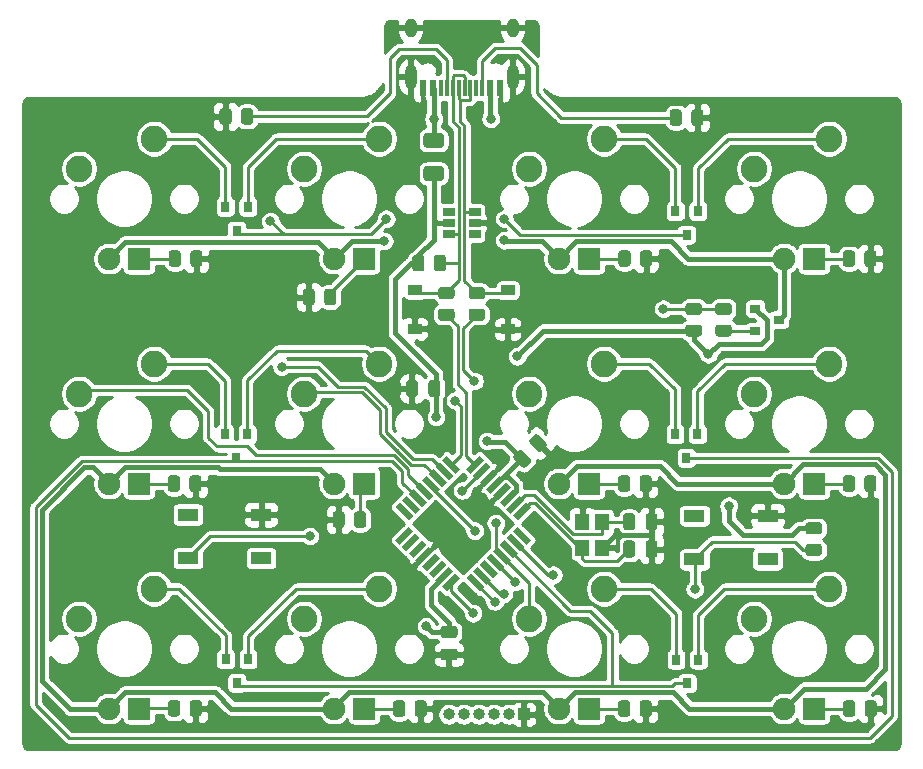
<source format=gbr>
%TF.GenerationSoftware,KiCad,Pcbnew,(5.1.10)-1*%
%TF.CreationDate,2021-09-30T18:26:24+02:00*%
%TF.ProjectId,twelvekey,7477656c-7665-46b6-9579-2e6b69636164,rev?*%
%TF.SameCoordinates,Original*%
%TF.FileFunction,Copper,L2,Bot*%
%TF.FilePolarity,Positive*%
%FSLAX46Y46*%
G04 Gerber Fmt 4.6, Leading zero omitted, Abs format (unit mm)*
G04 Created by KiCad (PCBNEW (5.1.10)-1) date 2021-09-30 18:26:24*
%MOMM*%
%LPD*%
G01*
G04 APERTURE LIST*
%TA.AperFunction,ComponentPad*%
%ADD10R,1.905000X1.905000*%
%TD*%
%TA.AperFunction,ComponentPad*%
%ADD11C,1.905000*%
%TD*%
%TA.AperFunction,ComponentPad*%
%ADD12C,2.250000*%
%TD*%
%TA.AperFunction,SMDPad,CuDef*%
%ADD13R,0.900000X0.800000*%
%TD*%
%TA.AperFunction,SMDPad,CuDef*%
%ADD14R,0.800000X0.900000*%
%TD*%
%TA.AperFunction,SMDPad,CuDef*%
%ADD15R,1.200000X1.400000*%
%TD*%
%TA.AperFunction,SMDPad,CuDef*%
%ADD16R,0.600000X1.450000*%
%TD*%
%TA.AperFunction,SMDPad,CuDef*%
%ADD17R,0.300000X1.450000*%
%TD*%
%TA.AperFunction,ComponentPad*%
%ADD18O,1.000000X2.100000*%
%TD*%
%TA.AperFunction,ComponentPad*%
%ADD19O,1.000000X1.600000*%
%TD*%
%TA.AperFunction,SMDPad,CuDef*%
%ADD20R,1.060000X0.650000*%
%TD*%
%TA.AperFunction,SMDPad,CuDef*%
%ADD21C,0.100000*%
%TD*%
%TA.AperFunction,SMDPad,CuDef*%
%ADD22R,1.800000X1.100000*%
%TD*%
%TA.AperFunction,ComponentPad*%
%ADD23O,1.000000X1.000000*%
%TD*%
%TA.AperFunction,ComponentPad*%
%ADD24R,1.000000X1.000000*%
%TD*%
%TA.AperFunction,SMDPad,CuDef*%
%ADD25R,1.200000X0.900000*%
%TD*%
%TA.AperFunction,ViaPad*%
%ADD26C,0.800000*%
%TD*%
%TA.AperFunction,Conductor*%
%ADD27C,0.250000*%
%TD*%
%TA.AperFunction,Conductor*%
%ADD28C,0.450000*%
%TD*%
%TA.AperFunction,Conductor*%
%ADD29C,0.254000*%
%TD*%
%TA.AperFunction,Conductor*%
%ADD30C,0.100000*%
%TD*%
G04 APERTURE END LIST*
D10*
%TO.P,MX2,4*%
%TO.N,Net-(MX2-Pad4)*%
X117119400Y-59639200D03*
D11*
%TO.P,MX2,3*%
%TO.N,LED+*%
X114579400Y-59639200D03*
D12*
%TO.P,MX2,1*%
%TO.N,col1*%
X112039400Y-52019200D03*
%TO.P,MX2,2*%
%TO.N,Net-(D1-Pad2)*%
X118389400Y-49479200D03*
%TD*%
D13*
%TO.P,Q1,3*%
%TO.N,LED+*%
X152231600Y-64820800D03*
%TO.P,Q1,2*%
%TO.N,+5V*%
X150231600Y-63870800D03*
%TO.P,Q1,1*%
%TO.N,Net-(Q1-Pad1)*%
X150231600Y-65770800D03*
%TD*%
%TO.P,R20,2*%
%TO.N,Net-(R19-Pad2)*%
%TA.AperFunction,SMDPad,CuDef*%
G36*
G01*
X145484002Y-64420800D02*
X144583998Y-64420800D01*
G75*
G02*
X144334000Y-64170802I0J249998D01*
G01*
X144334000Y-63645798D01*
G75*
G02*
X144583998Y-63395800I249998J0D01*
G01*
X145484002Y-63395800D01*
G75*
G02*
X145734000Y-63645798I0J-249998D01*
G01*
X145734000Y-64170802D01*
G75*
G02*
X145484002Y-64420800I-249998J0D01*
G01*
G37*
%TD.AperFunction*%
%TO.P,R20,1*%
%TO.N,+5V*%
%TA.AperFunction,SMDPad,CuDef*%
G36*
G01*
X145484002Y-66245800D02*
X144583998Y-66245800D01*
G75*
G02*
X144334000Y-65995802I0J249998D01*
G01*
X144334000Y-65470798D01*
G75*
G02*
X144583998Y-65220800I249998J0D01*
G01*
X145484002Y-65220800D01*
G75*
G02*
X145734000Y-65470798I0J-249998D01*
G01*
X145734000Y-65995802D01*
G75*
G02*
X145484002Y-66245800I-249998J0D01*
G01*
G37*
%TD.AperFunction*%
%TD*%
%TO.P,R19,2*%
%TO.N,Net-(R19-Pad2)*%
%TA.AperFunction,SMDPad,CuDef*%
G36*
G01*
X147998602Y-64420800D02*
X147098598Y-64420800D01*
G75*
G02*
X146848600Y-64170802I0J249998D01*
G01*
X146848600Y-63645798D01*
G75*
G02*
X147098598Y-63395800I249998J0D01*
G01*
X147998602Y-63395800D01*
G75*
G02*
X148248600Y-63645798I0J-249998D01*
G01*
X148248600Y-64170802D01*
G75*
G02*
X147998602Y-64420800I-249998J0D01*
G01*
G37*
%TD.AperFunction*%
%TO.P,R19,1*%
%TO.N,Net-(Q1-Pad1)*%
%TA.AperFunction,SMDPad,CuDef*%
G36*
G01*
X147998602Y-66245800D02*
X147098598Y-66245800D01*
G75*
G02*
X146848600Y-65995802I0J249998D01*
G01*
X146848600Y-65470798D01*
G75*
G02*
X147098598Y-65220800I249998J0D01*
G01*
X147998602Y-65220800D01*
G75*
G02*
X148248600Y-65470798I0J-249998D01*
G01*
X148248600Y-65995802D01*
G75*
G02*
X147998602Y-66245800I-249998J0D01*
G01*
G37*
%TD.AperFunction*%
%TD*%
%TO.P,R18,2*%
%TO.N,GND*%
%TA.AperFunction,SMDPad,CuDef*%
G36*
G01*
X159505600Y-98189202D02*
X159505600Y-97289198D01*
G75*
G02*
X159755598Y-97039200I249998J0D01*
G01*
X160280602Y-97039200D01*
G75*
G02*
X160530600Y-97289198I0J-249998D01*
G01*
X160530600Y-98189202D01*
G75*
G02*
X160280602Y-98439200I-249998J0D01*
G01*
X159755598Y-98439200D01*
G75*
G02*
X159505600Y-98189202I0J249998D01*
G01*
G37*
%TD.AperFunction*%
%TO.P,R18,1*%
%TO.N,Net-(MX12-Pad4)*%
%TA.AperFunction,SMDPad,CuDef*%
G36*
G01*
X157680600Y-98189202D02*
X157680600Y-97289198D01*
G75*
G02*
X157930598Y-97039200I249998J0D01*
G01*
X158455602Y-97039200D01*
G75*
G02*
X158705600Y-97289198I0J-249998D01*
G01*
X158705600Y-98189202D01*
G75*
G02*
X158455602Y-98439200I-249998J0D01*
G01*
X157930598Y-98439200D01*
G75*
G02*
X157680600Y-98189202I0J249998D01*
G01*
G37*
%TD.AperFunction*%
%TD*%
%TO.P,R17,2*%
%TO.N,GND*%
%TA.AperFunction,SMDPad,CuDef*%
G36*
G01*
X140455600Y-98189202D02*
X140455600Y-97289198D01*
G75*
G02*
X140705598Y-97039200I249998J0D01*
G01*
X141230602Y-97039200D01*
G75*
G02*
X141480600Y-97289198I0J-249998D01*
G01*
X141480600Y-98189202D01*
G75*
G02*
X141230602Y-98439200I-249998J0D01*
G01*
X140705598Y-98439200D01*
G75*
G02*
X140455600Y-98189202I0J249998D01*
G01*
G37*
%TD.AperFunction*%
%TO.P,R17,1*%
%TO.N,Net-(MX11-Pad4)*%
%TA.AperFunction,SMDPad,CuDef*%
G36*
G01*
X138630600Y-98189202D02*
X138630600Y-97289198D01*
G75*
G02*
X138880598Y-97039200I249998J0D01*
G01*
X139405602Y-97039200D01*
G75*
G02*
X139655600Y-97289198I0J-249998D01*
G01*
X139655600Y-98189202D01*
G75*
G02*
X139405602Y-98439200I-249998J0D01*
G01*
X138880598Y-98439200D01*
G75*
G02*
X138630600Y-98189202I0J249998D01*
G01*
G37*
%TD.AperFunction*%
%TD*%
%TO.P,R16,2*%
%TO.N,GND*%
%TA.AperFunction,SMDPad,CuDef*%
G36*
G01*
X121405600Y-98189202D02*
X121405600Y-97289198D01*
G75*
G02*
X121655598Y-97039200I249998J0D01*
G01*
X122180602Y-97039200D01*
G75*
G02*
X122430600Y-97289198I0J-249998D01*
G01*
X122430600Y-98189202D01*
G75*
G02*
X122180602Y-98439200I-249998J0D01*
G01*
X121655598Y-98439200D01*
G75*
G02*
X121405600Y-98189202I0J249998D01*
G01*
G37*
%TD.AperFunction*%
%TO.P,R16,1*%
%TO.N,Net-(MX10-Pad4)*%
%TA.AperFunction,SMDPad,CuDef*%
G36*
G01*
X119580600Y-98189202D02*
X119580600Y-97289198D01*
G75*
G02*
X119830598Y-97039200I249998J0D01*
G01*
X120355602Y-97039200D01*
G75*
G02*
X120605600Y-97289198I0J-249998D01*
G01*
X120605600Y-98189202D01*
G75*
G02*
X120355602Y-98439200I-249998J0D01*
G01*
X119830598Y-98439200D01*
G75*
G02*
X119580600Y-98189202I0J249998D01*
G01*
G37*
%TD.AperFunction*%
%TD*%
%TO.P,R15,2*%
%TO.N,GND*%
%TA.AperFunction,SMDPad,CuDef*%
G36*
G01*
X102355600Y-98163802D02*
X102355600Y-97263798D01*
G75*
G02*
X102605598Y-97013800I249998J0D01*
G01*
X103130602Y-97013800D01*
G75*
G02*
X103380600Y-97263798I0J-249998D01*
G01*
X103380600Y-98163802D01*
G75*
G02*
X103130602Y-98413800I-249998J0D01*
G01*
X102605598Y-98413800D01*
G75*
G02*
X102355600Y-98163802I0J249998D01*
G01*
G37*
%TD.AperFunction*%
%TO.P,R15,1*%
%TO.N,Net-(MX9-Pad4)*%
%TA.AperFunction,SMDPad,CuDef*%
G36*
G01*
X100530600Y-98163802D02*
X100530600Y-97263798D01*
G75*
G02*
X100780598Y-97013800I249998J0D01*
G01*
X101305602Y-97013800D01*
G75*
G02*
X101555600Y-97263798I0J-249998D01*
G01*
X101555600Y-98163802D01*
G75*
G02*
X101305602Y-98413800I-249998J0D01*
G01*
X100780598Y-98413800D01*
G75*
G02*
X100530600Y-98163802I0J249998D01*
G01*
G37*
%TD.AperFunction*%
%TD*%
%TO.P,R14,2*%
%TO.N,GND*%
%TA.AperFunction,SMDPad,CuDef*%
G36*
G01*
X159480200Y-79139202D02*
X159480200Y-78239198D01*
G75*
G02*
X159730198Y-77989200I249998J0D01*
G01*
X160255202Y-77989200D01*
G75*
G02*
X160505200Y-78239198I0J-249998D01*
G01*
X160505200Y-79139202D01*
G75*
G02*
X160255202Y-79389200I-249998J0D01*
G01*
X159730198Y-79389200D01*
G75*
G02*
X159480200Y-79139202I0J249998D01*
G01*
G37*
%TD.AperFunction*%
%TO.P,R14,1*%
%TO.N,Net-(MX8-Pad4)*%
%TA.AperFunction,SMDPad,CuDef*%
G36*
G01*
X157655200Y-79139202D02*
X157655200Y-78239198D01*
G75*
G02*
X157905198Y-77989200I249998J0D01*
G01*
X158430202Y-77989200D01*
G75*
G02*
X158680200Y-78239198I0J-249998D01*
G01*
X158680200Y-79139202D01*
G75*
G02*
X158430202Y-79389200I-249998J0D01*
G01*
X157905198Y-79389200D01*
G75*
G02*
X157655200Y-79139202I0J249998D01*
G01*
G37*
%TD.AperFunction*%
%TD*%
%TO.P,R13,2*%
%TO.N,GND*%
%TA.AperFunction,SMDPad,CuDef*%
G36*
G01*
X140455600Y-79139202D02*
X140455600Y-78239198D01*
G75*
G02*
X140705598Y-77989200I249998J0D01*
G01*
X141230602Y-77989200D01*
G75*
G02*
X141480600Y-78239198I0J-249998D01*
G01*
X141480600Y-79139202D01*
G75*
G02*
X141230602Y-79389200I-249998J0D01*
G01*
X140705598Y-79389200D01*
G75*
G02*
X140455600Y-79139202I0J249998D01*
G01*
G37*
%TD.AperFunction*%
%TO.P,R13,1*%
%TO.N,Net-(MX7-Pad4)*%
%TA.AperFunction,SMDPad,CuDef*%
G36*
G01*
X138630600Y-79139202D02*
X138630600Y-78239198D01*
G75*
G02*
X138880598Y-77989200I249998J0D01*
G01*
X139405602Y-77989200D01*
G75*
G02*
X139655600Y-78239198I0J-249998D01*
G01*
X139655600Y-79139202D01*
G75*
G02*
X139405602Y-79389200I-249998J0D01*
G01*
X138880598Y-79389200D01*
G75*
G02*
X138630600Y-79139202I0J249998D01*
G01*
G37*
%TD.AperFunction*%
%TD*%
%TO.P,R12,2*%
%TO.N,GND*%
%TA.AperFunction,SMDPad,CuDef*%
G36*
G01*
X115474800Y-81287198D02*
X115474800Y-82187202D01*
G75*
G02*
X115224802Y-82437200I-249998J0D01*
G01*
X114699798Y-82437200D01*
G75*
G02*
X114449800Y-82187202I0J249998D01*
G01*
X114449800Y-81287198D01*
G75*
G02*
X114699798Y-81037200I249998J0D01*
G01*
X115224802Y-81037200D01*
G75*
G02*
X115474800Y-81287198I0J-249998D01*
G01*
G37*
%TD.AperFunction*%
%TO.P,R12,1*%
%TO.N,Net-(MX6-Pad4)*%
%TA.AperFunction,SMDPad,CuDef*%
G36*
G01*
X117299800Y-81287198D02*
X117299800Y-82187202D01*
G75*
G02*
X117049802Y-82437200I-249998J0D01*
G01*
X116524798Y-82437200D01*
G75*
G02*
X116274800Y-82187202I0J249998D01*
G01*
X116274800Y-81287198D01*
G75*
G02*
X116524798Y-81037200I249998J0D01*
G01*
X117049802Y-81037200D01*
G75*
G02*
X117299800Y-81287198I0J-249998D01*
G01*
G37*
%TD.AperFunction*%
%TD*%
%TO.P,R11,2*%
%TO.N,GND*%
%TA.AperFunction,SMDPad,CuDef*%
G36*
G01*
X102330200Y-79139202D02*
X102330200Y-78239198D01*
G75*
G02*
X102580198Y-77989200I249998J0D01*
G01*
X103105202Y-77989200D01*
G75*
G02*
X103355200Y-78239198I0J-249998D01*
G01*
X103355200Y-79139202D01*
G75*
G02*
X103105202Y-79389200I-249998J0D01*
G01*
X102580198Y-79389200D01*
G75*
G02*
X102330200Y-79139202I0J249998D01*
G01*
G37*
%TD.AperFunction*%
%TO.P,R11,1*%
%TO.N,Net-(MX5-Pad4)*%
%TA.AperFunction,SMDPad,CuDef*%
G36*
G01*
X100505200Y-79139202D02*
X100505200Y-78239198D01*
G75*
G02*
X100755198Y-77989200I249998J0D01*
G01*
X101280202Y-77989200D01*
G75*
G02*
X101530200Y-78239198I0J-249998D01*
G01*
X101530200Y-79139202D01*
G75*
G02*
X101280202Y-79389200I-249998J0D01*
G01*
X100755198Y-79389200D01*
G75*
G02*
X100505200Y-79139202I0J249998D01*
G01*
G37*
%TD.AperFunction*%
%TD*%
%TO.P,R10,2*%
%TO.N,GND*%
%TA.AperFunction,SMDPad,CuDef*%
G36*
G01*
X159480200Y-60089202D02*
X159480200Y-59189198D01*
G75*
G02*
X159730198Y-58939200I249998J0D01*
G01*
X160255202Y-58939200D01*
G75*
G02*
X160505200Y-59189198I0J-249998D01*
G01*
X160505200Y-60089202D01*
G75*
G02*
X160255202Y-60339200I-249998J0D01*
G01*
X159730198Y-60339200D01*
G75*
G02*
X159480200Y-60089202I0J249998D01*
G01*
G37*
%TD.AperFunction*%
%TO.P,R10,1*%
%TO.N,Net-(MX4-Pad4)*%
%TA.AperFunction,SMDPad,CuDef*%
G36*
G01*
X157655200Y-60089202D02*
X157655200Y-59189198D01*
G75*
G02*
X157905198Y-58939200I249998J0D01*
G01*
X158430202Y-58939200D01*
G75*
G02*
X158680200Y-59189198I0J-249998D01*
G01*
X158680200Y-60089202D01*
G75*
G02*
X158430202Y-60339200I-249998J0D01*
G01*
X157905198Y-60339200D01*
G75*
G02*
X157655200Y-60089202I0J249998D01*
G01*
G37*
%TD.AperFunction*%
%TD*%
%TO.P,R4,2*%
%TO.N,GND*%
%TA.AperFunction,SMDPad,CuDef*%
G36*
G01*
X140481000Y-60089202D02*
X140481000Y-59189198D01*
G75*
G02*
X140730998Y-58939200I249998J0D01*
G01*
X141256002Y-58939200D01*
G75*
G02*
X141506000Y-59189198I0J-249998D01*
G01*
X141506000Y-60089202D01*
G75*
G02*
X141256002Y-60339200I-249998J0D01*
G01*
X140730998Y-60339200D01*
G75*
G02*
X140481000Y-60089202I0J249998D01*
G01*
G37*
%TD.AperFunction*%
%TO.P,R4,1*%
%TO.N,Net-(MX3-Pad4)*%
%TA.AperFunction,SMDPad,CuDef*%
G36*
G01*
X138656000Y-60089202D02*
X138656000Y-59189198D01*
G75*
G02*
X138905998Y-58939200I249998J0D01*
G01*
X139431002Y-58939200D01*
G75*
G02*
X139681000Y-59189198I0J-249998D01*
G01*
X139681000Y-60089202D01*
G75*
G02*
X139431002Y-60339200I-249998J0D01*
G01*
X138905998Y-60339200D01*
G75*
G02*
X138656000Y-60089202I0J249998D01*
G01*
G37*
%TD.AperFunction*%
%TD*%
%TO.P,R3,2*%
%TO.N,GND*%
%TA.AperFunction,SMDPad,CuDef*%
G36*
G01*
X112934800Y-62440398D02*
X112934800Y-63340402D01*
G75*
G02*
X112684802Y-63590400I-249998J0D01*
G01*
X112159798Y-63590400D01*
G75*
G02*
X111909800Y-63340402I0J249998D01*
G01*
X111909800Y-62440398D01*
G75*
G02*
X112159798Y-62190400I249998J0D01*
G01*
X112684802Y-62190400D01*
G75*
G02*
X112934800Y-62440398I0J-249998D01*
G01*
G37*
%TD.AperFunction*%
%TO.P,R3,1*%
%TO.N,Net-(MX2-Pad4)*%
%TA.AperFunction,SMDPad,CuDef*%
G36*
G01*
X114759800Y-62440398D02*
X114759800Y-63340402D01*
G75*
G02*
X114509802Y-63590400I-249998J0D01*
G01*
X113984798Y-63590400D01*
G75*
G02*
X113734800Y-63340402I0J249998D01*
G01*
X113734800Y-62440398D01*
G75*
G02*
X113984798Y-62190400I249998J0D01*
G01*
X114509802Y-62190400D01*
G75*
G02*
X114759800Y-62440398I0J-249998D01*
G01*
G37*
%TD.AperFunction*%
%TD*%
%TO.P,R1,2*%
%TO.N,GND*%
%TA.AperFunction,SMDPad,CuDef*%
G36*
G01*
X102406400Y-60089202D02*
X102406400Y-59189198D01*
G75*
G02*
X102656398Y-58939200I249998J0D01*
G01*
X103181402Y-58939200D01*
G75*
G02*
X103431400Y-59189198I0J-249998D01*
G01*
X103431400Y-60089202D01*
G75*
G02*
X103181402Y-60339200I-249998J0D01*
G01*
X102656398Y-60339200D01*
G75*
G02*
X102406400Y-60089202I0J249998D01*
G01*
G37*
%TD.AperFunction*%
%TO.P,R1,1*%
%TO.N,Net-(MX1-Pad4)*%
%TA.AperFunction,SMDPad,CuDef*%
G36*
G01*
X100581400Y-60089202D02*
X100581400Y-59189198D01*
G75*
G02*
X100831398Y-58939200I249998J0D01*
G01*
X101356402Y-58939200D01*
G75*
G02*
X101606400Y-59189198I0J-249998D01*
G01*
X101606400Y-60089202D01*
G75*
G02*
X101356402Y-60339200I-249998J0D01*
G01*
X100831398Y-60339200D01*
G75*
G02*
X100581400Y-60089202I0J249998D01*
G01*
G37*
%TD.AperFunction*%
%TD*%
D10*
%TO.P,MX12,4*%
%TO.N,Net-(MX12-Pad4)*%
X155219400Y-97739200D03*
D11*
%TO.P,MX12,3*%
%TO.N,LED+*%
X152679400Y-97739200D03*
D12*
%TO.P,MX12,1*%
%TO.N,col3*%
X150139400Y-90119200D03*
%TO.P,MX12,2*%
%TO.N,Net-(D6-Pad2)*%
X156489400Y-87579200D03*
%TD*%
D10*
%TO.P,MX11,4*%
%TO.N,Net-(MX11-Pad4)*%
X136169400Y-97739200D03*
D11*
%TO.P,MX11,3*%
%TO.N,LED+*%
X133629400Y-97739200D03*
D12*
%TO.P,MX11,1*%
%TO.N,col2*%
X131089400Y-90119200D03*
%TO.P,MX11,2*%
%TO.N,Net-(D6-Pad2)*%
X137439400Y-87579200D03*
%TD*%
D10*
%TO.P,MX10,4*%
%TO.N,Net-(MX10-Pad4)*%
X117119400Y-97739200D03*
D11*
%TO.P,MX10,3*%
%TO.N,LED+*%
X114579400Y-97739200D03*
D12*
%TO.P,MX10,1*%
%TO.N,col1*%
X112039400Y-90119200D03*
%TO.P,MX10,2*%
%TO.N,Net-(D5-Pad2)*%
X118389400Y-87579200D03*
%TD*%
D10*
%TO.P,MX9,4*%
%TO.N,Net-(MX9-Pad4)*%
X98069400Y-97739200D03*
D11*
%TO.P,MX9,3*%
%TO.N,LED+*%
X95529400Y-97739200D03*
D12*
%TO.P,MX9,1*%
%TO.N,col0*%
X92989400Y-90119200D03*
%TO.P,MX9,2*%
%TO.N,Net-(D5-Pad2)*%
X99339400Y-87579200D03*
%TD*%
D10*
%TO.P,MX8,4*%
%TO.N,Net-(MX8-Pad4)*%
X155219400Y-78689200D03*
D11*
%TO.P,MX8,3*%
%TO.N,LED+*%
X152679400Y-78689200D03*
D12*
%TO.P,MX8,1*%
%TO.N,col3*%
X150139400Y-71069200D03*
%TO.P,MX8,2*%
%TO.N,Net-(D4-Pad2)*%
X156489400Y-68529200D03*
%TD*%
D10*
%TO.P,MX7,4*%
%TO.N,Net-(MX7-Pad4)*%
X136169400Y-78689200D03*
D11*
%TO.P,MX7,3*%
%TO.N,LED+*%
X133629400Y-78689200D03*
D12*
%TO.P,MX7,1*%
%TO.N,col2*%
X131089400Y-71069200D03*
%TO.P,MX7,2*%
%TO.N,Net-(D4-Pad2)*%
X137439400Y-68529200D03*
%TD*%
D10*
%TO.P,MX6,4*%
%TO.N,Net-(MX6-Pad4)*%
X117119400Y-78689200D03*
D11*
%TO.P,MX6,3*%
%TO.N,LED+*%
X114579400Y-78689200D03*
D12*
%TO.P,MX6,1*%
%TO.N,col1*%
X112039400Y-71069200D03*
%TO.P,MX6,2*%
%TO.N,Net-(D3-Pad2)*%
X118389400Y-68529200D03*
%TD*%
D10*
%TO.P,MX5,4*%
%TO.N,Net-(MX5-Pad4)*%
X98069400Y-78689200D03*
D11*
%TO.P,MX5,3*%
%TO.N,LED+*%
X95529400Y-78689200D03*
D12*
%TO.P,MX5,1*%
%TO.N,col0*%
X92989400Y-71069200D03*
%TO.P,MX5,2*%
%TO.N,Net-(D3-Pad2)*%
X99339400Y-68529200D03*
%TD*%
D10*
%TO.P,MX4,4*%
%TO.N,Net-(MX4-Pad4)*%
X155219400Y-59639200D03*
D11*
%TO.P,MX4,3*%
%TO.N,LED+*%
X152679400Y-59639200D03*
D12*
%TO.P,MX4,1*%
%TO.N,col3*%
X150139400Y-52019200D03*
%TO.P,MX4,2*%
%TO.N,Net-(D2-Pad2)*%
X156489400Y-49479200D03*
%TD*%
D10*
%TO.P,MX3,4*%
%TO.N,Net-(MX3-Pad4)*%
X136169400Y-59639200D03*
D11*
%TO.P,MX3,3*%
%TO.N,LED+*%
X133629400Y-59639200D03*
D12*
%TO.P,MX3,1*%
%TO.N,col2*%
X131089400Y-52019200D03*
%TO.P,MX3,2*%
%TO.N,Net-(D2-Pad2)*%
X137439400Y-49479200D03*
%TD*%
D10*
%TO.P,MX1,4*%
%TO.N,Net-(MX1-Pad4)*%
X98069400Y-59639200D03*
D11*
%TO.P,MX1,3*%
%TO.N,LED+*%
X95529400Y-59639200D03*
D12*
%TO.P,MX1,1*%
%TO.N,col0*%
X92989400Y-52019200D03*
%TO.P,MX1,2*%
%TO.N,Net-(D1-Pad2)*%
X99339400Y-49479200D03*
%TD*%
D14*
%TO.P,D6,1*%
%TO.N,row2*%
X144475200Y-95589600D03*
%TO.P,D6,2*%
%TO.N,Net-(D6-Pad2)*%
X145425200Y-93589600D03*
X143525200Y-93589600D03*
%TD*%
%TO.P,D5,1*%
%TO.N,row2*%
X106349800Y-95564200D03*
%TO.P,D5,2*%
%TO.N,Net-(D5-Pad2)*%
X107299800Y-93564200D03*
X105399800Y-93564200D03*
%TD*%
%TO.P,D4,1*%
%TO.N,row1*%
X144399000Y-76514200D03*
%TO.P,D4,2*%
%TO.N,Net-(D4-Pad2)*%
X145349000Y-74514200D03*
X143449000Y-74514200D03*
%TD*%
%TO.P,D3,1*%
%TO.N,row1*%
X106273600Y-76514200D03*
%TO.P,D3,2*%
%TO.N,Net-(D3-Pad2)*%
X107223600Y-74514200D03*
X105323600Y-74514200D03*
%TD*%
%TO.P,D2,1*%
%TO.N,row0*%
X144424400Y-57616600D03*
%TO.P,D2,2*%
%TO.N,Net-(D2-Pad2)*%
X145374400Y-55616600D03*
X143474400Y-55616600D03*
%TD*%
%TO.P,D1,1*%
%TO.N,row0*%
X106324400Y-57261000D03*
%TO.P,D1,2*%
%TO.N,Net-(D1-Pad2)*%
X107274400Y-55261000D03*
X105374400Y-55261000D03*
%TD*%
D15*
%TO.P,X1,4*%
%TO.N,GND*%
X137298800Y-84132600D03*
%TO.P,X1,3*%
%TO.N,Net-(C8-Pad1)*%
X137298800Y-81932600D03*
%TO.P,X1,2*%
%TO.N,GND*%
X135598800Y-81932600D03*
%TO.P,X1,1*%
%TO.N,Net-(C7-Pad1)*%
X135598800Y-84132600D03*
%TD*%
D16*
%TO.P,USB1,B1*%
%TO.N,GND*%
X128624400Y-45167600D03*
%TO.P,USB1,A9*%
%TO.N,VCC*%
X127824400Y-45167600D03*
%TO.P,USB1,B9*%
X122924400Y-45167600D03*
%TO.P,USB1,B12*%
%TO.N,GND*%
X122124400Y-45167600D03*
%TO.P,USB1,A1*%
X122124400Y-45167600D03*
%TO.P,USB1,A4*%
%TO.N,VCC*%
X122924400Y-45167600D03*
%TO.P,USB1,B4*%
X127824400Y-45167600D03*
%TO.P,USB1,A12*%
%TO.N,GND*%
X128624400Y-45167600D03*
D17*
%TO.P,USB1,B8*%
%TO.N,Net-(USB1-PadB8)*%
X123624400Y-45167600D03*
%TO.P,USB1,A5*%
%TO.N,Net-(R5-Pad2)*%
X124124400Y-45167600D03*
%TO.P,USB1,B7*%
%TO.N,Net-(D7-Pad1)*%
X124624400Y-45167600D03*
%TO.P,USB1,A7*%
X125624400Y-45167600D03*
%TO.P,USB1,B6*%
%TO.N,Net-(D8-Pad1)*%
X126124400Y-45167600D03*
%TO.P,USB1,A8*%
%TO.N,Net-(USB1-PadA8)*%
X126624400Y-45167600D03*
%TO.P,USB1,B5*%
%TO.N,Net-(R6-Pad2)*%
X127124400Y-45167600D03*
%TO.P,USB1,A6*%
%TO.N,Net-(D8-Pad1)*%
X125124400Y-45167600D03*
D18*
%TO.P,USB1,S1*%
%TO.N,GND*%
X129694400Y-44252600D03*
X121054400Y-44252600D03*
D19*
X121054400Y-40072600D03*
X129694400Y-40072600D03*
%TD*%
D20*
%TO.P,U2,5*%
%TO.N,+5V*%
X124274400Y-56616600D03*
%TO.P,U2,6*%
%TO.N,Net-(U2-Pad6)*%
X124274400Y-55666600D03*
%TO.P,U2,4*%
%TO.N,Net-(D7-Pad1)*%
X124274400Y-57566600D03*
%TO.P,U2,3*%
%TO.N,Net-(U2-Pad3)*%
X126474400Y-57566600D03*
%TO.P,U2,2*%
%TO.N,GND*%
X126474400Y-56616600D03*
%TO.P,U2,1*%
%TO.N,Net-(D8-Pad1)*%
X126474400Y-55666600D03*
%TD*%
%TA.AperFunction,SMDPad,CuDef*%
D21*
%TO.P,U1,32*%
%TO.N,D+*%
G36*
X125236235Y-77453528D02*
G01*
X124847326Y-77842437D01*
X123715955Y-76711066D01*
X124104864Y-76322157D01*
X125236235Y-77453528D01*
G37*
%TD.AperFunction*%
%TA.AperFunction,SMDPad,CuDef*%
%TO.P,U1,31*%
%TO.N,row0*%
G36*
X124670550Y-78019214D02*
G01*
X124281641Y-78408123D01*
X123150270Y-77276752D01*
X123539179Y-76887843D01*
X124670550Y-78019214D01*
G37*
%TD.AperFunction*%
%TA.AperFunction,SMDPad,CuDef*%
%TO.P,U1,30*%
%TO.N,col1*%
G36*
X124104864Y-78584899D02*
G01*
X123715955Y-78973808D01*
X122584584Y-77842437D01*
X122973493Y-77453528D01*
X124104864Y-78584899D01*
G37*
%TD.AperFunction*%
%TA.AperFunction,SMDPad,CuDef*%
%TO.P,U1,29*%
%TO.N,RESET*%
G36*
X123539179Y-79150584D02*
G01*
X123150270Y-79539493D01*
X122018899Y-78408122D01*
X122407808Y-78019213D01*
X123539179Y-79150584D01*
G37*
%TD.AperFunction*%
%TA.AperFunction,SMDPad,CuDef*%
%TO.P,U1,28*%
%TO.N,col0*%
G36*
X122973493Y-79716270D02*
G01*
X122584584Y-80105179D01*
X121453213Y-78973808D01*
X121842122Y-78584899D01*
X122973493Y-79716270D01*
G37*
%TD.AperFunction*%
%TA.AperFunction,SMDPad,CuDef*%
%TO.P,U1,27*%
%TO.N,row1*%
G36*
X122407808Y-80281955D02*
G01*
X122018899Y-80670864D01*
X120887528Y-79539493D01*
X121276437Y-79150584D01*
X122407808Y-80281955D01*
G37*
%TD.AperFunction*%
%TA.AperFunction,SMDPad,CuDef*%
%TO.P,U1,26*%
%TO.N,Net-(U1-Pad26)*%
G36*
X121842123Y-80847641D02*
G01*
X121453214Y-81236550D01*
X120321843Y-80105179D01*
X120710752Y-79716270D01*
X121842123Y-80847641D01*
G37*
%TD.AperFunction*%
%TA.AperFunction,SMDPad,CuDef*%
%TO.P,U1,25*%
%TO.N,Net-(U1-Pad25)*%
G36*
X121276437Y-81413326D02*
G01*
X120887528Y-81802235D01*
X119756157Y-80670864D01*
X120145066Y-80281955D01*
X121276437Y-81413326D01*
G37*
%TD.AperFunction*%
%TA.AperFunction,SMDPad,CuDef*%
%TO.P,U1,24*%
%TO.N,Net-(U1-Pad24)*%
G36*
X120887528Y-82332565D02*
G01*
X121276437Y-82721474D01*
X120145066Y-83852845D01*
X119756157Y-83463936D01*
X120887528Y-82332565D01*
G37*
%TD.AperFunction*%
%TA.AperFunction,SMDPad,CuDef*%
%TO.P,U1,23*%
%TO.N,Net-(U1-Pad23)*%
G36*
X121453214Y-82898250D02*
G01*
X121842123Y-83287159D01*
X120710752Y-84418530D01*
X120321843Y-84029621D01*
X121453214Y-82898250D01*
G37*
%TD.AperFunction*%
%TA.AperFunction,SMDPad,CuDef*%
%TO.P,U1,22*%
%TO.N,Net-(U1-Pad22)*%
G36*
X122018899Y-83463936D02*
G01*
X122407808Y-83852845D01*
X121276437Y-84984216D01*
X120887528Y-84595307D01*
X122018899Y-83463936D01*
G37*
%TD.AperFunction*%
%TA.AperFunction,SMDPad,CuDef*%
%TO.P,U1,21*%
%TO.N,GND*%
G36*
X122584584Y-84029621D02*
G01*
X122973493Y-84418530D01*
X121842122Y-85549901D01*
X121453213Y-85160992D01*
X122584584Y-84029621D01*
G37*
%TD.AperFunction*%
%TA.AperFunction,SMDPad,CuDef*%
%TO.P,U1,20*%
%TO.N,Net-(U1-Pad20)*%
G36*
X123150270Y-84595307D02*
G01*
X123539179Y-84984216D01*
X122407808Y-86115587D01*
X122018899Y-85726678D01*
X123150270Y-84595307D01*
G37*
%TD.AperFunction*%
%TA.AperFunction,SMDPad,CuDef*%
%TO.P,U1,19*%
%TO.N,Net-(U1-Pad19)*%
G36*
X123715955Y-85160992D02*
G01*
X124104864Y-85549901D01*
X122973493Y-86681272D01*
X122584584Y-86292363D01*
X123715955Y-85160992D01*
G37*
%TD.AperFunction*%
%TA.AperFunction,SMDPad,CuDef*%
%TO.P,U1,18*%
%TO.N,+5V*%
G36*
X124281641Y-85726677D02*
G01*
X124670550Y-86115586D01*
X123539179Y-87246957D01*
X123150270Y-86858048D01*
X124281641Y-85726677D01*
G37*
%TD.AperFunction*%
%TA.AperFunction,SMDPad,CuDef*%
%TO.P,U1,17*%
%TO.N,SCK*%
G36*
X124847326Y-86292363D02*
G01*
X125236235Y-86681272D01*
X124104864Y-87812643D01*
X123715955Y-87423734D01*
X124847326Y-86292363D01*
G37*
%TD.AperFunction*%
%TA.AperFunction,SMDPad,CuDef*%
%TO.P,U1,16*%
%TO.N,MISO*%
G36*
X127286845Y-87423734D02*
G01*
X126897936Y-87812643D01*
X125766565Y-86681272D01*
X126155474Y-86292363D01*
X127286845Y-87423734D01*
G37*
%TD.AperFunction*%
%TA.AperFunction,SMDPad,CuDef*%
%TO.P,U1,15*%
%TO.N,MOSI*%
G36*
X127852530Y-86858048D02*
G01*
X127463621Y-87246957D01*
X126332250Y-86115586D01*
X126721159Y-85726677D01*
X127852530Y-86858048D01*
G37*
%TD.AperFunction*%
%TA.AperFunction,SMDPad,CuDef*%
%TO.P,U1,14*%
%TO.N,Net-(U1-Pad14)*%
G36*
X128418216Y-86292363D02*
G01*
X128029307Y-86681272D01*
X126897936Y-85549901D01*
X127286845Y-85160992D01*
X128418216Y-86292363D01*
G37*
%TD.AperFunction*%
%TA.AperFunction,SMDPad,CuDef*%
%TO.P,U1,13*%
%TO.N,Net-(R19-Pad2)*%
G36*
X128983901Y-85726678D02*
G01*
X128594992Y-86115587D01*
X127463621Y-84984216D01*
X127852530Y-84595307D01*
X128983901Y-85726678D01*
G37*
%TD.AperFunction*%
%TA.AperFunction,SMDPad,CuDef*%
%TO.P,U1,12*%
%TO.N,col2*%
G36*
X129549587Y-85160992D02*
G01*
X129160678Y-85549901D01*
X128029307Y-84418530D01*
X128418216Y-84029621D01*
X129549587Y-85160992D01*
G37*
%TD.AperFunction*%
%TA.AperFunction,SMDPad,CuDef*%
%TO.P,U1,11*%
%TO.N,row2*%
G36*
X130115272Y-84595307D02*
G01*
X129726363Y-84984216D01*
X128594992Y-83852845D01*
X128983901Y-83463936D01*
X130115272Y-84595307D01*
G37*
%TD.AperFunction*%
%TA.AperFunction,SMDPad,CuDef*%
%TO.P,U1,10*%
%TO.N,col3*%
G36*
X130680957Y-84029621D02*
G01*
X130292048Y-84418530D01*
X129160677Y-83287159D01*
X129549586Y-82898250D01*
X130680957Y-84029621D01*
G37*
%TD.AperFunction*%
%TA.AperFunction,SMDPad,CuDef*%
%TO.P,U1,9*%
%TO.N,Net-(U1-Pad9)*%
G36*
X131246643Y-83463936D02*
G01*
X130857734Y-83852845D01*
X129726363Y-82721474D01*
X130115272Y-82332565D01*
X131246643Y-83463936D01*
G37*
%TD.AperFunction*%
%TA.AperFunction,SMDPad,CuDef*%
%TO.P,U1,8*%
%TO.N,Net-(C7-Pad1)*%
G36*
X130857734Y-80281955D02*
G01*
X131246643Y-80670864D01*
X130115272Y-81802235D01*
X129726363Y-81413326D01*
X130857734Y-80281955D01*
G37*
%TD.AperFunction*%
%TA.AperFunction,SMDPad,CuDef*%
%TO.P,U1,7*%
%TO.N,Net-(C8-Pad1)*%
G36*
X130292048Y-79716270D02*
G01*
X130680957Y-80105179D01*
X129549586Y-81236550D01*
X129160677Y-80847641D01*
X130292048Y-79716270D01*
G37*
%TD.AperFunction*%
%TA.AperFunction,SMDPad,CuDef*%
%TO.P,U1,6*%
%TO.N,+5V*%
G36*
X129726363Y-79150584D02*
G01*
X130115272Y-79539493D01*
X128983901Y-80670864D01*
X128594992Y-80281955D01*
X129726363Y-79150584D01*
G37*
%TD.AperFunction*%
%TA.AperFunction,SMDPad,CuDef*%
%TO.P,U1,5*%
%TO.N,GND*%
G36*
X129160678Y-78584899D02*
G01*
X129549587Y-78973808D01*
X128418216Y-80105179D01*
X128029307Y-79716270D01*
X129160678Y-78584899D01*
G37*
%TD.AperFunction*%
%TA.AperFunction,SMDPad,CuDef*%
%TO.P,U1,4*%
%TO.N,+5V*%
G36*
X128594992Y-78019213D02*
G01*
X128983901Y-78408122D01*
X127852530Y-79539493D01*
X127463621Y-79150584D01*
X128594992Y-78019213D01*
G37*
%TD.AperFunction*%
%TA.AperFunction,SMDPad,CuDef*%
%TO.P,U1,3*%
%TO.N,GND*%
G36*
X128029307Y-77453528D02*
G01*
X128418216Y-77842437D01*
X127286845Y-78973808D01*
X126897936Y-78584899D01*
X128029307Y-77453528D01*
G37*
%TD.AperFunction*%
%TA.AperFunction,SMDPad,CuDef*%
%TO.P,U1,2*%
%TO.N,BOOT*%
G36*
X127463621Y-76887843D02*
G01*
X127852530Y-77276752D01*
X126721159Y-78408123D01*
X126332250Y-78019214D01*
X127463621Y-76887843D01*
G37*
%TD.AperFunction*%
%TA.AperFunction,SMDPad,CuDef*%
%TO.P,U1,1*%
%TO.N,D-*%
G36*
X126897936Y-76322157D02*
G01*
X127286845Y-76711066D01*
X126155474Y-77842437D01*
X125766565Y-77453528D01*
X126897936Y-76322157D01*
G37*
%TD.AperFunction*%
%TD*%
D22*
%TO.P,RESET,4*%
%TO.N,N/C*%
X145083600Y-81411200D03*
%TO.P,RESET,3*%
X151283600Y-85111200D03*
%TO.P,RESET,2*%
%TO.N,RESET*%
X145083600Y-85111200D03*
%TO.P,RESET,1*%
%TO.N,GND*%
X151283600Y-81411200D03*
%TD*%
%TO.P,R9,2*%
%TO.N,+5V*%
%TA.AperFunction,SMDPad,CuDef*%
G36*
G01*
X122233100Y-59570198D02*
X122233100Y-60470202D01*
G75*
G02*
X121983102Y-60720200I-249998J0D01*
G01*
X121458098Y-60720200D01*
G75*
G02*
X121208100Y-60470202I0J249998D01*
G01*
X121208100Y-59570198D01*
G75*
G02*
X121458098Y-59320200I249998J0D01*
G01*
X121983102Y-59320200D01*
G75*
G02*
X122233100Y-59570198I0J-249998D01*
G01*
G37*
%TD.AperFunction*%
%TO.P,R9,1*%
%TO.N,Net-(D7-Pad1)*%
%TA.AperFunction,SMDPad,CuDef*%
G36*
G01*
X124058100Y-59570198D02*
X124058100Y-60470202D01*
G75*
G02*
X123808102Y-60720200I-249998J0D01*
G01*
X123283098Y-60720200D01*
G75*
G02*
X123033100Y-60470202I0J249998D01*
G01*
X123033100Y-59570198D01*
G75*
G02*
X123283098Y-59320200I249998J0D01*
G01*
X123808102Y-59320200D01*
G75*
G02*
X124058100Y-59570198I0J-249998D01*
G01*
G37*
%TD.AperFunction*%
%TD*%
%TO.P,R8,2*%
%TO.N,Net-(D8-Pad1)*%
%TA.AperFunction,SMDPad,CuDef*%
G36*
G01*
X127119802Y-63074600D02*
X126219798Y-63074600D01*
G75*
G02*
X125969800Y-62824602I0J249998D01*
G01*
X125969800Y-62299598D01*
G75*
G02*
X126219798Y-62049600I249998J0D01*
G01*
X127119802Y-62049600D01*
G75*
G02*
X127369800Y-62299598I0J-249998D01*
G01*
X127369800Y-62824602D01*
G75*
G02*
X127119802Y-63074600I-249998J0D01*
G01*
G37*
%TD.AperFunction*%
%TO.P,R8,1*%
%TO.N,D+*%
%TA.AperFunction,SMDPad,CuDef*%
G36*
G01*
X127119802Y-64899600D02*
X126219798Y-64899600D01*
G75*
G02*
X125969800Y-64649602I0J249998D01*
G01*
X125969800Y-64124598D01*
G75*
G02*
X126219798Y-63874600I249998J0D01*
G01*
X127119802Y-63874600D01*
G75*
G02*
X127369800Y-64124598I0J-249998D01*
G01*
X127369800Y-64649602D01*
G75*
G02*
X127119802Y-64899600I-249998J0D01*
G01*
G37*
%TD.AperFunction*%
%TD*%
%TO.P,R7,2*%
%TO.N,Net-(D7-Pad1)*%
%TA.AperFunction,SMDPad,CuDef*%
G36*
G01*
X124529002Y-63074600D02*
X123628998Y-63074600D01*
G75*
G02*
X123379000Y-62824602I0J249998D01*
G01*
X123379000Y-62299598D01*
G75*
G02*
X123628998Y-62049600I249998J0D01*
G01*
X124529002Y-62049600D01*
G75*
G02*
X124779000Y-62299598I0J-249998D01*
G01*
X124779000Y-62824602D01*
G75*
G02*
X124529002Y-63074600I-249998J0D01*
G01*
G37*
%TD.AperFunction*%
%TO.P,R7,1*%
%TO.N,D-*%
%TA.AperFunction,SMDPad,CuDef*%
G36*
G01*
X124529002Y-64899600D02*
X123628998Y-64899600D01*
G75*
G02*
X123379000Y-64649602I0J249998D01*
G01*
X123379000Y-64124598D01*
G75*
G02*
X123628998Y-63874600I249998J0D01*
G01*
X124529002Y-63874600D01*
G75*
G02*
X124779000Y-64124598I0J-249998D01*
G01*
X124779000Y-64649602D01*
G75*
G02*
X124529002Y-64899600I-249998J0D01*
G01*
G37*
%TD.AperFunction*%
%TD*%
%TO.P,R6,2*%
%TO.N,Net-(R6-Pad2)*%
%TA.AperFunction,SMDPad,CuDef*%
G36*
G01*
X144024400Y-47251198D02*
X144024400Y-48151202D01*
G75*
G02*
X143774402Y-48401200I-249998J0D01*
G01*
X143249398Y-48401200D01*
G75*
G02*
X142999400Y-48151202I0J249998D01*
G01*
X142999400Y-47251198D01*
G75*
G02*
X143249398Y-47001200I249998J0D01*
G01*
X143774402Y-47001200D01*
G75*
G02*
X144024400Y-47251198I0J-249998D01*
G01*
G37*
%TD.AperFunction*%
%TO.P,R6,1*%
%TO.N,GND*%
%TA.AperFunction,SMDPad,CuDef*%
G36*
G01*
X145849400Y-47251198D02*
X145849400Y-48151202D01*
G75*
G02*
X145599402Y-48401200I-249998J0D01*
G01*
X145074398Y-48401200D01*
G75*
G02*
X144824400Y-48151202I0J249998D01*
G01*
X144824400Y-47251198D01*
G75*
G02*
X145074398Y-47001200I249998J0D01*
G01*
X145599402Y-47001200D01*
G75*
G02*
X145849400Y-47251198I0J-249998D01*
G01*
G37*
%TD.AperFunction*%
%TD*%
%TO.P,R5,2*%
%TO.N,Net-(R5-Pad2)*%
%TA.AperFunction,SMDPad,CuDef*%
G36*
G01*
X106700900Y-48049602D02*
X106700900Y-47149598D01*
G75*
G02*
X106950898Y-46899600I249998J0D01*
G01*
X107475902Y-46899600D01*
G75*
G02*
X107725900Y-47149598I0J-249998D01*
G01*
X107725900Y-48049602D01*
G75*
G02*
X107475902Y-48299600I-249998J0D01*
G01*
X106950898Y-48299600D01*
G75*
G02*
X106700900Y-48049602I0J249998D01*
G01*
G37*
%TD.AperFunction*%
%TO.P,R5,1*%
%TO.N,GND*%
%TA.AperFunction,SMDPad,CuDef*%
G36*
G01*
X104875900Y-48049602D02*
X104875900Y-47149598D01*
G75*
G02*
X105125898Y-46899600I249998J0D01*
G01*
X105650902Y-46899600D01*
G75*
G02*
X105900900Y-47149598I0J-249998D01*
G01*
X105900900Y-48049602D01*
G75*
G02*
X105650902Y-48299600I-249998J0D01*
G01*
X105125898Y-48299600D01*
G75*
G02*
X104875900Y-48049602I0J249998D01*
G01*
G37*
%TD.AperFunction*%
%TD*%
%TO.P,R2,2*%
%TO.N,+5V*%
%TA.AperFunction,SMDPad,CuDef*%
G36*
G01*
X155644002Y-82988200D02*
X154743998Y-82988200D01*
G75*
G02*
X154494000Y-82738202I0J249998D01*
G01*
X154494000Y-82213198D01*
G75*
G02*
X154743998Y-81963200I249998J0D01*
G01*
X155644002Y-81963200D01*
G75*
G02*
X155894000Y-82213198I0J-249998D01*
G01*
X155894000Y-82738202D01*
G75*
G02*
X155644002Y-82988200I-249998J0D01*
G01*
G37*
%TD.AperFunction*%
%TO.P,R2,1*%
%TO.N,RESET*%
%TA.AperFunction,SMDPad,CuDef*%
G36*
G01*
X155644002Y-84813200D02*
X154743998Y-84813200D01*
G75*
G02*
X154494000Y-84563202I0J249998D01*
G01*
X154494000Y-84038198D01*
G75*
G02*
X154743998Y-83788200I249998J0D01*
G01*
X155644002Y-83788200D01*
G75*
G02*
X155894000Y-84038198I0J-249998D01*
G01*
X155894000Y-84563202D01*
G75*
G02*
X155644002Y-84813200I-249998J0D01*
G01*
G37*
%TD.AperFunction*%
%TD*%
D23*
%TO.P,J1,6*%
%TO.N,+5V*%
X124307600Y-98221800D03*
%TO.P,J1,5*%
%TO.N,RESET*%
X125577600Y-98221800D03*
%TO.P,J1,4*%
%TO.N,SCK*%
X126847600Y-98221800D03*
%TO.P,J1,3*%
%TO.N,MISO*%
X128117600Y-98221800D03*
%TO.P,J1,2*%
%TO.N,MOSI*%
X129387600Y-98221800D03*
D24*
%TO.P,J1,1*%
%TO.N,GND*%
X130657600Y-98221800D03*
%TD*%
%TO.P,F1,2*%
%TO.N,VCC*%
%TA.AperFunction,SMDPad,CuDef*%
G36*
G01*
X123637200Y-50253600D02*
X122387200Y-50253600D01*
G75*
G02*
X122137200Y-50003600I0J250000D01*
G01*
X122137200Y-49253600D01*
G75*
G02*
X122387200Y-49003600I250000J0D01*
G01*
X123637200Y-49003600D01*
G75*
G02*
X123887200Y-49253600I0J-250000D01*
G01*
X123887200Y-50003600D01*
G75*
G02*
X123637200Y-50253600I-250000J0D01*
G01*
G37*
%TD.AperFunction*%
%TO.P,F1,1*%
%TO.N,+5V*%
%TA.AperFunction,SMDPad,CuDef*%
G36*
G01*
X123637200Y-53053600D02*
X122387200Y-53053600D01*
G75*
G02*
X122137200Y-52803600I0J250000D01*
G01*
X122137200Y-52053600D01*
G75*
G02*
X122387200Y-51803600I250000J0D01*
G01*
X123637200Y-51803600D01*
G75*
G02*
X123887200Y-52053600I0J-250000D01*
G01*
X123887200Y-52803600D01*
G75*
G02*
X123637200Y-53053600I-250000J0D01*
G01*
G37*
%TD.AperFunction*%
%TD*%
D25*
%TO.P,D8,2*%
%TO.N,GND*%
X129286000Y-65607200D03*
%TO.P,D8,1*%
%TO.N,Net-(D8-Pad1)*%
X129286000Y-62307200D03*
%TD*%
%TO.P,D7,2*%
%TO.N,GND*%
X121412000Y-65581800D03*
%TO.P,D7,1*%
%TO.N,Net-(D7-Pad1)*%
X121412000Y-62281800D03*
%TD*%
%TO.P,C8,2*%
%TO.N,GND*%
%TA.AperFunction,SMDPad,CuDef*%
G36*
G01*
X140962800Y-82390000D02*
X140962800Y-81440000D01*
G75*
G02*
X141212800Y-81190000I250000J0D01*
G01*
X141712800Y-81190000D01*
G75*
G02*
X141962800Y-81440000I0J-250000D01*
G01*
X141962800Y-82390000D01*
G75*
G02*
X141712800Y-82640000I-250000J0D01*
G01*
X141212800Y-82640000D01*
G75*
G02*
X140962800Y-82390000I0J250000D01*
G01*
G37*
%TD.AperFunction*%
%TO.P,C8,1*%
%TO.N,Net-(C8-Pad1)*%
%TA.AperFunction,SMDPad,CuDef*%
G36*
G01*
X139062800Y-82390000D02*
X139062800Y-81440000D01*
G75*
G02*
X139312800Y-81190000I250000J0D01*
G01*
X139812800Y-81190000D01*
G75*
G02*
X140062800Y-81440000I0J-250000D01*
G01*
X140062800Y-82390000D01*
G75*
G02*
X139812800Y-82640000I-250000J0D01*
G01*
X139312800Y-82640000D01*
G75*
G02*
X139062800Y-82390000I0J250000D01*
G01*
G37*
%TD.AperFunction*%
%TD*%
%TO.P,C7,2*%
%TO.N,GND*%
%TA.AperFunction,SMDPad,CuDef*%
G36*
G01*
X140962800Y-84701400D02*
X140962800Y-83751400D01*
G75*
G02*
X141212800Y-83501400I250000J0D01*
G01*
X141712800Y-83501400D01*
G75*
G02*
X141962800Y-83751400I0J-250000D01*
G01*
X141962800Y-84701400D01*
G75*
G02*
X141712800Y-84951400I-250000J0D01*
G01*
X141212800Y-84951400D01*
G75*
G02*
X140962800Y-84701400I0J250000D01*
G01*
G37*
%TD.AperFunction*%
%TO.P,C7,1*%
%TO.N,Net-(C7-Pad1)*%
%TA.AperFunction,SMDPad,CuDef*%
G36*
G01*
X139062800Y-84701400D02*
X139062800Y-83751400D01*
G75*
G02*
X139312800Y-83501400I250000J0D01*
G01*
X139812800Y-83501400D01*
G75*
G02*
X140062800Y-83751400I0J-250000D01*
G01*
X140062800Y-84701400D01*
G75*
G02*
X139812800Y-84951400I-250000J0D01*
G01*
X139312800Y-84951400D01*
G75*
G02*
X139062800Y-84701400I0J250000D01*
G01*
G37*
%TD.AperFunction*%
%TD*%
%TO.P,C3,2*%
%TO.N,GND*%
%TA.AperFunction,SMDPad,CuDef*%
G36*
G01*
X123832600Y-92652000D02*
X124782600Y-92652000D01*
G75*
G02*
X125032600Y-92902000I0J-250000D01*
G01*
X125032600Y-93402000D01*
G75*
G02*
X124782600Y-93652000I-250000J0D01*
G01*
X123832600Y-93652000D01*
G75*
G02*
X123582600Y-93402000I0J250000D01*
G01*
X123582600Y-92902000D01*
G75*
G02*
X123832600Y-92652000I250000J0D01*
G01*
G37*
%TD.AperFunction*%
%TO.P,C3,1*%
%TO.N,+5V*%
%TA.AperFunction,SMDPad,CuDef*%
G36*
G01*
X123832600Y-90752000D02*
X124782600Y-90752000D01*
G75*
G02*
X125032600Y-91002000I0J-250000D01*
G01*
X125032600Y-91502000D01*
G75*
G02*
X124782600Y-91752000I-250000J0D01*
G01*
X123832600Y-91752000D01*
G75*
G02*
X123582600Y-91502000I0J250000D01*
G01*
X123582600Y-91002000D01*
G75*
G02*
X123832600Y-90752000I250000J0D01*
G01*
G37*
%TD.AperFunction*%
%TD*%
%TO.P,C2,2*%
%TO.N,GND*%
%TA.AperFunction,SMDPad,CuDef*%
G36*
G01*
X131833722Y-75949629D02*
X131161971Y-75277878D01*
G75*
G02*
X131161971Y-74924324I176777J176777D01*
G01*
X131515524Y-74570771D01*
G75*
G02*
X131869078Y-74570771I176777J-176777D01*
G01*
X132540829Y-75242522D01*
G75*
G02*
X132540829Y-75596076I-176777J-176777D01*
G01*
X132187276Y-75949629D01*
G75*
G02*
X131833722Y-75949629I-176777J176777D01*
G01*
G37*
%TD.AperFunction*%
%TO.P,C2,1*%
%TO.N,+5V*%
%TA.AperFunction,SMDPad,CuDef*%
G36*
G01*
X130490220Y-77293131D02*
X129818469Y-76621380D01*
G75*
G02*
X129818469Y-76267826I176777J176777D01*
G01*
X130172022Y-75914273D01*
G75*
G02*
X130525576Y-75914273I176777J-176777D01*
G01*
X131197327Y-76586024D01*
G75*
G02*
X131197327Y-76939578I-176777J-176777D01*
G01*
X130843774Y-77293131D01*
G75*
G02*
X130490220Y-77293131I-176777J176777D01*
G01*
G37*
%TD.AperFunction*%
%TD*%
%TO.P,C1,2*%
%TO.N,GND*%
%TA.AperFunction,SMDPad,CuDef*%
G36*
G01*
X121673200Y-70162400D02*
X121673200Y-71112400D01*
G75*
G02*
X121423200Y-71362400I-250000J0D01*
G01*
X120923200Y-71362400D01*
G75*
G02*
X120673200Y-71112400I0J250000D01*
G01*
X120673200Y-70162400D01*
G75*
G02*
X120923200Y-69912400I250000J0D01*
G01*
X121423200Y-69912400D01*
G75*
G02*
X121673200Y-70162400I0J-250000D01*
G01*
G37*
%TD.AperFunction*%
%TO.P,C1,1*%
%TO.N,+5V*%
%TA.AperFunction,SMDPad,CuDef*%
G36*
G01*
X123573200Y-70162400D02*
X123573200Y-71112400D01*
G75*
G02*
X123323200Y-71362400I-250000J0D01*
G01*
X122823200Y-71362400D01*
G75*
G02*
X122573200Y-71112400I0J250000D01*
G01*
X122573200Y-70162400D01*
G75*
G02*
X122823200Y-69912400I250000J0D01*
G01*
X123323200Y-69912400D01*
G75*
G02*
X123573200Y-70162400I0J-250000D01*
G01*
G37*
%TD.AperFunction*%
%TD*%
D22*
%TO.P,BOOT,4*%
%TO.N,N/C*%
X102208400Y-81309600D03*
%TO.P,BOOT,3*%
X108408400Y-85009600D03*
%TO.P,BOOT,2*%
%TO.N,BOOT*%
X102208400Y-85009600D03*
%TO.P,BOOT,1*%
%TO.N,GND*%
X108408400Y-81309600D03*
%TD*%
D26*
%TO.N,BOOT*%
X125450600Y-79273400D03*
X112522000Y-83134200D03*
%TO.N,GND*%
X108991400Y-71043800D03*
X106426000Y-87884000D03*
%TO.N,+5V*%
X123215400Y-73050400D03*
X122377200Y-90754200D03*
X130098800Y-67919600D03*
X127533400Y-75082400D03*
X147980400Y-80568800D03*
X146278600Y-67741800D03*
%TO.N,row0*%
X118999000Y-56261000D03*
X129006600Y-56261000D03*
X109194600Y-56464200D03*
X110134400Y-68783200D03*
%TO.N,VCC*%
X127838200Y-47802800D03*
X123012200Y-47828200D03*
%TO.N,RESET*%
X145110200Y-87630000D03*
X126492000Y-82677000D03*
%TO.N,SCK*%
X126339600Y-89662000D03*
%TO.N,MISO*%
X128168400Y-88671400D03*
%TO.N,MOSI*%
X128955800Y-88011000D03*
%TO.N,col2*%
X128270000Y-82042000D03*
%TO.N,col3*%
X133146800Y-86410800D03*
%TO.N,D+*%
X126466600Y-70002400D03*
X124841000Y-71653400D03*
%TO.N,Net-(R19-Pad2)*%
X142468600Y-63881000D03*
X129921000Y-86995000D03*
%TO.N,LED+*%
X118821200Y-58140600D03*
X128981200Y-58089800D03*
%TD*%
D27*
%TO.N,BOOT*%
X127076017Y-77647983D02*
X125450600Y-79273400D01*
X127092390Y-77647983D02*
X127076017Y-77647983D01*
X104083800Y-83134200D02*
X102208400Y-85009600D01*
X112522000Y-83134200D02*
X104083800Y-83134200D01*
%TO.N,GND*%
X108408400Y-81560600D02*
X108408400Y-81309600D01*
D28*
X138366390Y-83065010D02*
X141434210Y-83065010D01*
X137298800Y-84132600D02*
X138366390Y-83065010D01*
X141462800Y-83093600D02*
X141462800Y-84226400D01*
X141434210Y-83065010D02*
X141462800Y-83093600D01*
X141434210Y-81943590D02*
X141462800Y-81915000D01*
X141434210Y-83065010D02*
X141434210Y-81943590D01*
%TO.N,+5V*%
X123294400Y-56616600D02*
X124274400Y-56616600D01*
X123012200Y-56334400D02*
X123294400Y-56616600D01*
X123012200Y-52428600D02*
X123012200Y-56334400D01*
X123215400Y-70637400D02*
X123215400Y-73050400D01*
X130399412Y-76603702D02*
X128223761Y-78779353D01*
X130507898Y-76603702D02*
X130399412Y-76603702D01*
X129974597Y-79291259D02*
X129355132Y-79910724D01*
X129974597Y-78797761D02*
X129974597Y-79291259D01*
X129336725Y-78159889D02*
X129974597Y-78797761D01*
X128843225Y-78159889D02*
X129336725Y-78159889D01*
X128223761Y-78779353D02*
X128843225Y-78159889D01*
X122875000Y-91252000D02*
X122377200Y-90754200D01*
X124307600Y-91252000D02*
X122875000Y-91252000D01*
X123215400Y-70637400D02*
X123215400Y-69443600D01*
X132285100Y-65733300D02*
X145034000Y-65733300D01*
X130098800Y-67919600D02*
X132285100Y-65733300D01*
X130507898Y-76603702D02*
X129291396Y-75387200D01*
X130507898Y-76603702D02*
X129037396Y-75133200D01*
X127584200Y-75133200D02*
X127533400Y-75082400D01*
X129037396Y-75133200D02*
X127584200Y-75133200D01*
X124307600Y-91252000D02*
X124307600Y-90449400D01*
X124307600Y-90449400D02*
X122783600Y-88925400D01*
X122783600Y-87613627D02*
X123910410Y-86486817D01*
X122783600Y-88925400D02*
X122783600Y-87613627D01*
X121720600Y-60020200D02*
X121107200Y-60020200D01*
X119722900Y-61404500D02*
X119722900Y-65951100D01*
X121107200Y-60020200D02*
X119722900Y-61404500D01*
X123215400Y-69443600D02*
X119722900Y-65951100D01*
X121720600Y-59356000D02*
X123012200Y-58064400D01*
X121720600Y-60020200D02*
X121720600Y-59356000D01*
X123012200Y-56334400D02*
X123012200Y-58064400D01*
X155194000Y-82475700D02*
X153905490Y-82475700D01*
X153905490Y-82475700D02*
X153339800Y-83041390D01*
X153339800Y-83041390D02*
X149182990Y-83041390D01*
X149182990Y-83041390D02*
X147980400Y-81838800D01*
X147980400Y-81838800D02*
X147980400Y-80568800D01*
X145034000Y-66497200D02*
X146278600Y-67741800D01*
X145034000Y-65733300D02*
X145034000Y-66497200D01*
X146278600Y-67741800D02*
X147142200Y-66878200D01*
X151219300Y-66398102D02*
X151219300Y-64858500D01*
X150739202Y-66878200D02*
X151219300Y-66398102D01*
X147142200Y-66878200D02*
X150739202Y-66878200D01*
X150231600Y-63870800D02*
X151219300Y-64858500D01*
D27*
%TO.N,Net-(C7-Pad1)*%
X135598800Y-84132600D02*
X135364400Y-84132600D01*
X135364400Y-84132600D02*
X131572000Y-80340200D01*
X131188398Y-80340200D02*
X130486503Y-81042095D01*
X131572000Y-80340200D02*
X131188398Y-80340200D01*
X135598800Y-85082600D02*
X135784000Y-85267800D01*
X135598800Y-84132600D02*
X135598800Y-85082600D01*
X138521400Y-85267800D02*
X139562800Y-84226400D01*
X135784000Y-85267800D02*
X138521400Y-85267800D01*
%TO.N,Net-(C8-Pad1)*%
X137223799Y-82957601D02*
X134825811Y-82957601D01*
X137298800Y-82882600D02*
X137223799Y-82957601D01*
X137298800Y-81932600D02*
X137298800Y-82882600D01*
X134825811Y-82957601D02*
X131497210Y-79629000D01*
X130768227Y-79629000D02*
X129920817Y-80476410D01*
X131497210Y-79629000D02*
X130768227Y-79629000D01*
X139545200Y-81932600D02*
X139562800Y-81915000D01*
X137298800Y-81932600D02*
X139545200Y-81932600D01*
%TO.N,row0*%
X144424400Y-57616600D02*
X130413000Y-57616600D01*
X106645200Y-57581800D02*
X106324400Y-57261000D01*
X117678200Y-57581800D02*
X118999000Y-56261000D01*
X115493800Y-57581800D02*
X117678200Y-57581800D01*
X130362200Y-57616600D02*
X130413000Y-57616600D01*
X129006600Y-56261000D02*
X130362200Y-57616600D01*
X110312200Y-57581800D02*
X110642400Y-57581800D01*
X109194600Y-56464200D02*
X110312200Y-57581800D01*
X110642400Y-57581800D02*
X106645200Y-57581800D01*
X115493800Y-57581800D02*
X110642400Y-57581800D01*
X122894227Y-76631800D02*
X123910410Y-77647983D01*
X118941009Y-72279799D02*
X117153400Y-70492190D01*
X121285000Y-76631800D02*
X122894227Y-76631800D01*
X118941010Y-72854390D02*
X118941009Y-72279799D01*
X117153400Y-70492190D02*
X114942190Y-70492190D01*
X118941010Y-72854390D02*
X118941010Y-74287810D01*
X114942190Y-70492190D02*
X114764390Y-70314390D01*
X114764390Y-70314390D02*
X113233200Y-68783200D01*
X113233200Y-68783200D02*
X110134400Y-68783200D01*
X118941010Y-74287810D02*
X121285000Y-76631800D01*
%TO.N,Net-(D2-Pad2)*%
X143474400Y-55616600D02*
X143474400Y-51958200D01*
X140995400Y-49479200D02*
X137439400Y-49479200D01*
X143474400Y-51958200D02*
X140995400Y-49479200D01*
X145374400Y-55616600D02*
X145374400Y-52009000D01*
X147904200Y-49479200D02*
X156489400Y-49479200D01*
X145374400Y-52009000D02*
X147904200Y-49479200D01*
%TO.N,Net-(D4-Pad2)*%
X143449000Y-74514200D02*
X143449000Y-70703400D01*
X141274800Y-68529200D02*
X137439400Y-68529200D01*
X143449000Y-70703400D02*
X141274800Y-68529200D01*
X145349000Y-74514200D02*
X145349000Y-70830400D01*
X147650200Y-68529200D02*
X156489400Y-68529200D01*
X145349000Y-70830400D02*
X147650200Y-68529200D01*
%TO.N,row1*%
X106511010Y-76751610D02*
X106273600Y-76514200D01*
X106026111Y-76761689D02*
X106273600Y-76514200D01*
X93215111Y-76761689D02*
X106026111Y-76761689D01*
X89306400Y-97409000D02*
X89306400Y-80670400D01*
X159918400Y-100203000D02*
X92100400Y-100203000D01*
X161798000Y-98323400D02*
X159918400Y-100203000D01*
X161798000Y-77698600D02*
X161798000Y-98323400D01*
X92100400Y-100203000D02*
X89306400Y-97409000D01*
X160613600Y-76514200D02*
X161798000Y-77698600D01*
X89306400Y-80670400D02*
X93215111Y-76761689D01*
X144399000Y-76514200D02*
X160613600Y-76514200D01*
X116059790Y-76751610D02*
X119495580Y-76751610D01*
X116059790Y-76751610D02*
X106511010Y-76751610D01*
X120352390Y-78615446D02*
X121647668Y-79910724D01*
X120352390Y-77608420D02*
X120352390Y-78615446D01*
X119495580Y-76751610D02*
X120352390Y-77608420D01*
%TO.N,Net-(D6-Pad2)*%
X143525200Y-93589600D02*
X143525200Y-89702600D01*
X141401800Y-87579200D02*
X137439400Y-87579200D01*
X143525200Y-89702600D02*
X141401800Y-87579200D01*
X145425200Y-93589600D02*
X145425200Y-89778800D01*
X147624800Y-87579200D02*
X156489400Y-87579200D01*
X145425200Y-89778800D02*
X147624800Y-87579200D01*
D28*
%TO.N,VCC*%
X123012200Y-45255400D02*
X122924400Y-45167600D01*
X127824400Y-47789000D02*
X127838200Y-47802800D01*
X127824400Y-45167600D02*
X127824400Y-47789000D01*
X123012200Y-47828200D02*
X123012200Y-45255400D01*
X123012200Y-49628600D02*
X123012200Y-47828200D01*
D27*
%TO.N,RESET*%
X122779039Y-78786239D02*
X122779039Y-78779353D01*
X145110200Y-85137800D02*
X145083600Y-85111200D01*
X145110200Y-87630000D02*
X145110200Y-85137800D01*
X154277700Y-84300700D02*
X155194000Y-84300700D01*
X145083600Y-85111200D02*
X146603400Y-83591400D01*
X153568400Y-83591400D02*
X154277700Y-84300700D01*
X146603400Y-83591400D02*
X153568400Y-83591400D01*
X122779039Y-78964039D02*
X122779039Y-78779353D01*
X126492000Y-82677000D02*
X122779039Y-78964039D01*
%TO.N,SCK*%
X124517503Y-87052503D02*
X124476095Y-87052503D01*
X124619103Y-87052503D02*
X124476095Y-87052503D01*
X124476095Y-87798495D02*
X124476095Y-87052503D01*
X126339600Y-89662000D02*
X124476095Y-87798495D01*
%TO.N,MISO*%
X128145602Y-88671400D02*
X126526705Y-87052503D01*
X128168400Y-88671400D02*
X128145602Y-88671400D01*
%TO.N,MOSI*%
X128616573Y-88011000D02*
X127092390Y-86486817D01*
X128955800Y-88011000D02*
X128616573Y-88011000D01*
%TO.N,col0*%
X93472000Y-70739000D02*
X93395800Y-70662800D01*
X103936800Y-72542400D02*
X102133400Y-70739000D01*
X93395800Y-70662800D02*
X92989400Y-71069200D01*
X103936800Y-74803000D02*
X103936800Y-72542400D01*
X108000800Y-76301600D02*
X107238800Y-75539600D01*
X107238800Y-75539600D02*
X104673400Y-75539600D01*
X104673400Y-75539600D02*
X103936800Y-74803000D01*
X102133400Y-70739000D02*
X93472000Y-70739000D01*
X116840000Y-76301600D02*
X119681980Y-76301600D01*
X116840000Y-76301600D02*
X108000800Y-76301600D01*
X119681980Y-76301600D02*
X120802400Y-77422020D01*
X120802400Y-77934086D02*
X122213353Y-79345039D01*
X120802400Y-77422020D02*
X120802400Y-77934086D01*
%TO.N,col1*%
X118491001Y-74474211D02*
X120344495Y-76327705D01*
X116967000Y-70942200D02*
X118491000Y-72466200D01*
X112039400Y-71069200D02*
X112572800Y-71069200D01*
X122212866Y-77081810D02*
X123344724Y-78213668D01*
X121098600Y-77081810D02*
X122212866Y-77081810D01*
X120344495Y-76327705D02*
X121098600Y-77081810D01*
X120344495Y-76327705D02*
X119868380Y-75851590D01*
X118491000Y-72466200D02*
X118491000Y-73558400D01*
X118491000Y-73558400D02*
X118491001Y-74474211D01*
X112699800Y-70942200D02*
X116967000Y-70942200D01*
X112572800Y-71069200D02*
X112699800Y-70942200D01*
%TO.N,col2*%
X131089400Y-87089714D02*
X131089400Y-90119200D01*
X128789447Y-84789761D02*
X131089400Y-87089714D01*
X128269982Y-82042018D02*
X128270000Y-82042000D01*
X128269982Y-84270296D02*
X128269982Y-82042018D01*
X128789447Y-84789761D02*
X128269982Y-84270296D01*
%TO.N,col3*%
X132673227Y-86410800D02*
X129920817Y-83658390D01*
X133146800Y-86410800D02*
X132673227Y-86410800D01*
%TO.N,Net-(R5-Pad2)*%
X124124400Y-45167600D02*
X124124400Y-42819000D01*
X124124400Y-42819000D02*
X123190000Y-41884600D01*
X123190000Y-41884600D02*
X120040400Y-41884600D01*
X120040400Y-41884600D02*
X119303800Y-42621200D01*
X119303800Y-42621200D02*
X119303800Y-45643800D01*
X117348000Y-47599600D02*
X107213400Y-47599600D01*
X119303800Y-45643800D02*
X117348000Y-47599600D01*
%TO.N,Net-(R6-Pad2)*%
X127124400Y-45167600D02*
X127124400Y-42928600D01*
X127124400Y-42928600D02*
X128244600Y-41808400D01*
X128244600Y-41808400D02*
X130327400Y-41808400D01*
X130327400Y-41808400D02*
X131724400Y-43205400D01*
X131724400Y-43205400D02*
X131724400Y-45643800D01*
X133781800Y-47701200D02*
X143511900Y-47701200D01*
X131724400Y-45643800D02*
X133781800Y-47701200D01*
%TO.N,D-*%
X124079000Y-64387100D02*
X124079000Y-64389000D01*
X124079000Y-64389000D02*
X125044200Y-65354200D01*
X125044200Y-65354200D02*
X125044200Y-70256400D01*
X125044200Y-70256400D02*
X125780800Y-70993000D01*
X125780800Y-76336392D02*
X126526705Y-77082297D01*
X125780800Y-70993000D02*
X125780800Y-76336392D01*
%TO.N,D+*%
X126669800Y-64387100D02*
X126646300Y-64387100D01*
X126646300Y-64387100D02*
X125494210Y-65539190D01*
X125494210Y-69030010D02*
X126466600Y-70002400D01*
X125494210Y-65539190D02*
X125494210Y-69030010D01*
X124841000Y-71653400D02*
X125330790Y-72143190D01*
X125330790Y-76227602D02*
X124476095Y-77082297D01*
X125330790Y-72143190D02*
X125330790Y-76227602D01*
%TO.N,row2*%
X144475200Y-95589600D02*
X143452689Y-95589600D01*
X143452689Y-95589600D02*
X143230600Y-95811689D01*
X106597289Y-95811689D02*
X106349800Y-95564200D01*
X138153489Y-95811689D02*
X138153489Y-91341289D01*
X143230600Y-95811689D02*
X138153489Y-95811689D01*
X138153489Y-95811689D02*
X106597289Y-95811689D01*
X138153489Y-91341289D02*
X136271000Y-89458800D01*
X134589856Y-89458800D02*
X129355132Y-84224076D01*
X136271000Y-89458800D02*
X134589856Y-89458800D01*
%TO.N,Net-(D1-Pad2)*%
X105374400Y-55261000D02*
X105374400Y-51856600D01*
X102997000Y-49479200D02*
X99339400Y-49479200D01*
X105374400Y-51856600D02*
X102997000Y-49479200D01*
X107274400Y-55261000D02*
X107274400Y-51882000D01*
X109677200Y-49479200D02*
X118389400Y-49479200D01*
X107274400Y-51882000D02*
X109677200Y-49479200D01*
%TO.N,Net-(D3-Pad2)*%
X107223600Y-74514200D02*
X107223600Y-69941400D01*
X117285601Y-67425401D02*
X118389400Y-68529200D01*
X109739599Y-67425401D02*
X117285601Y-67425401D01*
X107223600Y-69941400D02*
X109739599Y-67425401D01*
X105323600Y-74514200D02*
X105323600Y-69966800D01*
X103886000Y-68529200D02*
X99339400Y-68529200D01*
X105323600Y-69966800D02*
X103886000Y-68529200D01*
%TO.N,Net-(D5-Pad2)*%
X105399800Y-93564200D02*
X105399800Y-91506000D01*
X101473000Y-87579200D02*
X99339400Y-87579200D01*
X105399800Y-91506000D02*
X101473000Y-87579200D01*
X107299800Y-93564200D02*
X107299800Y-91633000D01*
X111353600Y-87579200D02*
X118389400Y-87579200D01*
X107299800Y-91633000D02*
X111353600Y-87579200D01*
%TO.N,Net-(D7-Pad1)*%
X125473799Y-44117599D02*
X125624400Y-44268200D01*
X124699401Y-44117599D02*
X125473799Y-44117599D01*
X124624400Y-44192600D02*
X124699401Y-44117599D01*
X125624400Y-44268200D02*
X125624400Y-45167600D01*
X124624400Y-45167600D02*
X124624400Y-44192600D01*
X124624400Y-45167600D02*
X124624400Y-48019410D01*
X124624400Y-48019410D02*
X125169389Y-48564399D01*
X125169389Y-61471711D02*
X124079000Y-62562100D01*
X125130600Y-57566600D02*
X125169389Y-57605389D01*
X124274400Y-57566600D02*
X125130600Y-57566600D01*
X125169389Y-48564399D02*
X125169389Y-57605389D01*
X121692300Y-62562100D02*
X121412000Y-62281800D01*
X124079000Y-62562100D02*
X121692300Y-62562100D01*
X125044200Y-60020200D02*
X125169389Y-59895011D01*
X123545600Y-60020200D02*
X125044200Y-60020200D01*
X125169389Y-59895011D02*
X125169389Y-61471711D01*
X125169389Y-57605389D02*
X125169389Y-59895011D01*
%TO.N,Net-(D8-Pad1)*%
X126124400Y-46177600D02*
X126124400Y-45167600D01*
X126084399Y-46217601D02*
X126124400Y-46177600D01*
X125214399Y-46217601D02*
X126084399Y-46217601D01*
X125124400Y-46127602D02*
X125214399Y-46217601D01*
X125124400Y-45167600D02*
X125124400Y-46127602D01*
X125619399Y-61511699D02*
X126669800Y-62562100D01*
X125214399Y-47972999D02*
X125619399Y-48377999D01*
X125214399Y-46217601D02*
X125214399Y-47972999D01*
X125664000Y-55666600D02*
X125619399Y-55711201D01*
X126474400Y-55666600D02*
X125664000Y-55666600D01*
X125619399Y-55711201D02*
X125619399Y-61511699D01*
X125619399Y-48377999D02*
X125619399Y-55711201D01*
X129361300Y-62562100D02*
X129641600Y-62281800D01*
X129031100Y-62562100D02*
X129286000Y-62307200D01*
X126669800Y-62562100D02*
X129031100Y-62562100D01*
%TO.N,Net-(MX1-Pad4)*%
X98069400Y-59639200D02*
X101093900Y-59639200D01*
%TO.N,Net-(MX2-Pad4)*%
X114247300Y-62511300D02*
X117119400Y-59639200D01*
X114247300Y-62890400D02*
X114247300Y-62511300D01*
%TO.N,Net-(MX3-Pad4)*%
X139168500Y-59639200D02*
X136169400Y-59639200D01*
%TO.N,Net-(MX4-Pad4)*%
X155219400Y-59639200D02*
X158167700Y-59639200D01*
%TO.N,Net-(MX5-Pad4)*%
X101017700Y-78689200D02*
X98069400Y-78689200D01*
%TO.N,Net-(MX6-Pad4)*%
X116787300Y-79021300D02*
X117119400Y-78689200D01*
X116787300Y-81737200D02*
X116787300Y-79021300D01*
%TO.N,Net-(MX7-Pad4)*%
X136169400Y-78689200D02*
X139143100Y-78689200D01*
%TO.N,Net-(MX8-Pad4)*%
X155219400Y-78689200D02*
X158167700Y-78689200D01*
%TO.N,Net-(MX9-Pad4)*%
X98094800Y-97713800D02*
X98069400Y-97739200D01*
X101043100Y-97713800D02*
X98094800Y-97713800D01*
%TO.N,Net-(MX10-Pad4)*%
X120093100Y-97739200D02*
X117119400Y-97739200D01*
%TO.N,Net-(MX11-Pad4)*%
X136169400Y-97739200D02*
X139143100Y-97739200D01*
%TO.N,Net-(MX12-Pad4)*%
X155219400Y-97739200D02*
X158193100Y-97739200D01*
%TO.N,Net-(Q1-Pad1)*%
X150194100Y-65733300D02*
X150231600Y-65770800D01*
X147548600Y-65733300D02*
X150194100Y-65733300D01*
%TO.N,Net-(R19-Pad2)*%
X147548600Y-63908300D02*
X145034000Y-63908300D01*
X145006700Y-63881000D02*
X145034000Y-63908300D01*
X142468600Y-63881000D02*
X145006700Y-63881000D01*
X129863314Y-86995000D02*
X128223761Y-85355447D01*
X129921000Y-86995000D02*
X129863314Y-86995000D01*
D28*
%TO.N,LED+*%
X96906901Y-58261699D02*
X113201899Y-58261699D01*
X113201899Y-58261699D02*
X114579400Y-59639200D01*
X95529400Y-59639200D02*
X96906901Y-58261699D01*
X118812410Y-58131810D02*
X118821200Y-58140600D01*
X116086790Y-58131810D02*
X118812410Y-58131810D01*
X114579400Y-59639200D02*
X116086790Y-58131810D01*
X128981200Y-58089800D02*
X129058010Y-58166610D01*
X132156810Y-58166610D02*
X133629400Y-59639200D01*
X129058010Y-58166610D02*
X132156810Y-58166610D01*
X133629400Y-59639200D02*
X135101990Y-58166610D01*
X135101990Y-58166610D02*
X143078810Y-58166610D01*
X144551400Y-59639200D02*
X152679400Y-59639200D01*
X143078810Y-58166610D02*
X144551400Y-59639200D01*
X96906901Y-96361699D02*
X104489699Y-96361699D01*
X95529400Y-97739200D02*
X96906901Y-96361699D01*
X105867200Y-97739200D02*
X114579400Y-97739200D01*
X104489699Y-96361699D02*
X105867200Y-97739200D01*
X152679400Y-97739200D02*
X154381200Y-96037400D01*
X159613600Y-96037400D02*
X161247990Y-94403010D01*
X154381200Y-96037400D02*
X159613600Y-96037400D01*
X161247990Y-77935990D02*
X160376210Y-77064210D01*
X161247990Y-94403010D02*
X161247990Y-77935990D01*
X154304390Y-77064210D02*
X152679400Y-78689200D01*
X160376210Y-77064210D02*
X154304390Y-77064210D01*
X135128000Y-77190600D02*
X133629400Y-78689200D01*
X142138400Y-77190600D02*
X135128000Y-77190600D01*
X143637000Y-78689200D02*
X142138400Y-77190600D01*
X152679400Y-78689200D02*
X143637000Y-78689200D01*
X113360200Y-77470000D02*
X114579400Y-78689200D01*
X104902000Y-77470000D02*
X113360200Y-77470000D01*
X104743699Y-77311699D02*
X104902000Y-77470000D01*
X96906901Y-77311699D02*
X104743699Y-77311699D01*
X95529400Y-78689200D02*
X96906901Y-77311699D01*
X94151899Y-77311699D02*
X95529400Y-78689200D01*
X93442931Y-77311699D02*
X94151899Y-77311699D01*
X89856410Y-95402400D02*
X89856410Y-80898220D01*
X89856410Y-80898220D02*
X93442931Y-77311699D01*
X92193210Y-97739200D02*
X89856410Y-95402400D01*
X95529400Y-97739200D02*
X92193210Y-97739200D01*
X144653000Y-97739200D02*
X152679400Y-97739200D01*
X143275499Y-96361699D02*
X144653000Y-97739200D01*
X135006901Y-96361699D02*
X143275499Y-96361699D01*
X133629400Y-97739200D02*
X135006901Y-96361699D01*
X133629400Y-97739200D02*
X132251899Y-96361699D01*
X114579400Y-97609198D02*
X114579400Y-97739200D01*
X115826899Y-96361699D02*
X114579400Y-97609198D01*
X132251899Y-96361699D02*
X115826899Y-96361699D01*
X152679400Y-64373000D02*
X152231600Y-64820800D01*
X152679400Y-59639200D02*
X152679400Y-64373000D01*
D27*
%TO.N,Net-(U1-Pad9)*%
X130486503Y-83092705D02*
X130489105Y-83092705D01*
%TD*%
D29*
%TO.N,GND*%
X131122400Y-43454757D02*
X131122401Y-45614234D01*
X131119489Y-45643800D01*
X131131112Y-45761812D01*
X131165534Y-45875289D01*
X131221435Y-45979871D01*
X131272263Y-46041804D01*
X131296664Y-46071537D01*
X131319629Y-46090384D01*
X133335216Y-48105972D01*
X133354063Y-48128937D01*
X133445729Y-48204166D01*
X133550310Y-48260066D01*
X133663788Y-48294489D01*
X133752234Y-48303200D01*
X133752243Y-48303200D01*
X133781800Y-48306111D01*
X133811356Y-48303200D01*
X136349831Y-48303200D01*
X136195046Y-48457985D01*
X136019726Y-48720369D01*
X135898964Y-49011914D01*
X135837400Y-49321417D01*
X135837400Y-49636983D01*
X135898964Y-49946486D01*
X136019726Y-50238031D01*
X136195046Y-50500415D01*
X136418185Y-50723554D01*
X136680569Y-50898874D01*
X136972114Y-51019636D01*
X137281617Y-51081200D01*
X137597183Y-51081200D01*
X137906686Y-51019636D01*
X138198231Y-50898874D01*
X138460615Y-50723554D01*
X138683754Y-50500415D01*
X138859074Y-50238031D01*
X138924036Y-50081200D01*
X140746045Y-50081200D01*
X142872401Y-52207558D01*
X142872400Y-54733708D01*
X142808111Y-54768071D01*
X142735479Y-54827679D01*
X142675871Y-54900311D01*
X142631578Y-54983177D01*
X142604303Y-55073092D01*
X142595093Y-55166600D01*
X142595093Y-56066600D01*
X142604303Y-56160108D01*
X142631578Y-56250023D01*
X142675871Y-56332889D01*
X142735479Y-56405521D01*
X142808111Y-56465129D01*
X142890977Y-56509422D01*
X142980892Y-56536697D01*
X143074400Y-56545907D01*
X143874400Y-56545907D01*
X143967908Y-56536697D01*
X144057823Y-56509422D01*
X144140689Y-56465129D01*
X144213321Y-56405521D01*
X144272929Y-56332889D01*
X144317222Y-56250023D01*
X144344497Y-56160108D01*
X144353707Y-56066600D01*
X144353707Y-55166600D01*
X144495093Y-55166600D01*
X144495093Y-56066600D01*
X144504303Y-56160108D01*
X144531578Y-56250023D01*
X144575871Y-56332889D01*
X144635479Y-56405521D01*
X144708111Y-56465129D01*
X144790977Y-56509422D01*
X144880892Y-56536697D01*
X144974400Y-56545907D01*
X145774400Y-56545907D01*
X145867908Y-56536697D01*
X145957823Y-56509422D01*
X146040689Y-56465129D01*
X146113321Y-56405521D01*
X146172929Y-56332889D01*
X146217222Y-56250023D01*
X146244497Y-56160108D01*
X146253707Y-56066600D01*
X146253707Y-55166600D01*
X146244497Y-55073092D01*
X146217222Y-54983177D01*
X146172929Y-54900311D01*
X146113321Y-54827679D01*
X146040689Y-54768071D01*
X145976400Y-54733708D01*
X145976400Y-54426040D01*
X147517400Y-54426040D01*
X147517400Y-54692360D01*
X147569356Y-54953564D01*
X147671273Y-55199612D01*
X147819233Y-55421050D01*
X148007550Y-55609367D01*
X148228988Y-55757327D01*
X148475036Y-55859244D01*
X148736240Y-55911200D01*
X149002560Y-55911200D01*
X149263764Y-55859244D01*
X149509812Y-55757327D01*
X149731250Y-55609367D01*
X149919567Y-55421050D01*
X150067527Y-55199612D01*
X150169444Y-54953564D01*
X150221400Y-54692360D01*
X150221400Y-54426040D01*
X150199480Y-54315838D01*
X151478500Y-54315838D01*
X151478500Y-54802562D01*
X151573455Y-55279935D01*
X151759716Y-55729610D01*
X152030126Y-56134307D01*
X152374293Y-56478474D01*
X152778990Y-56748884D01*
X153228665Y-56935145D01*
X153706038Y-57030100D01*
X154192762Y-57030100D01*
X154670135Y-56935145D01*
X155119810Y-56748884D01*
X155524507Y-56478474D01*
X155868674Y-56134307D01*
X156139084Y-55729610D01*
X156325345Y-55279935D01*
X156420300Y-54802562D01*
X156420300Y-54426040D01*
X157677400Y-54426040D01*
X157677400Y-54692360D01*
X157729356Y-54953564D01*
X157831273Y-55199612D01*
X157979233Y-55421050D01*
X158167550Y-55609367D01*
X158388988Y-55757327D01*
X158635036Y-55859244D01*
X158896240Y-55911200D01*
X159162560Y-55911200D01*
X159423764Y-55859244D01*
X159669812Y-55757327D01*
X159891250Y-55609367D01*
X160079567Y-55421050D01*
X160227527Y-55199612D01*
X160329444Y-54953564D01*
X160381400Y-54692360D01*
X160381400Y-54426040D01*
X160329444Y-54164836D01*
X160227527Y-53918788D01*
X160079567Y-53697350D01*
X159891250Y-53509033D01*
X159669812Y-53361073D01*
X159423764Y-53259156D01*
X159162560Y-53207200D01*
X158896240Y-53207200D01*
X158635036Y-53259156D01*
X158388988Y-53361073D01*
X158167550Y-53509033D01*
X157979233Y-53697350D01*
X157831273Y-53918788D01*
X157729356Y-54164836D01*
X157677400Y-54426040D01*
X156420300Y-54426040D01*
X156420300Y-54315838D01*
X156325345Y-53838465D01*
X156139084Y-53388790D01*
X155868674Y-52984093D01*
X155524507Y-52639926D01*
X155119810Y-52369516D01*
X154670135Y-52183255D01*
X154192762Y-52088300D01*
X153706038Y-52088300D01*
X153228665Y-52183255D01*
X152778990Y-52369516D01*
X152374293Y-52639926D01*
X152030126Y-52984093D01*
X151759716Y-53388790D01*
X151573455Y-53838465D01*
X151478500Y-54315838D01*
X150199480Y-54315838D01*
X150169444Y-54164836D01*
X150067527Y-53918788D01*
X149919567Y-53697350D01*
X149809102Y-53586885D01*
X149981617Y-53621200D01*
X150297183Y-53621200D01*
X150606686Y-53559636D01*
X150898231Y-53438874D01*
X151160615Y-53263554D01*
X151383754Y-53040415D01*
X151559074Y-52778031D01*
X151679836Y-52486486D01*
X151741400Y-52176983D01*
X151741400Y-51861417D01*
X151679836Y-51551914D01*
X151559074Y-51260369D01*
X151383754Y-50997985D01*
X151160615Y-50774846D01*
X150898231Y-50599526D01*
X150606686Y-50478764D01*
X150297183Y-50417200D01*
X149981617Y-50417200D01*
X149672114Y-50478764D01*
X149380569Y-50599526D01*
X149118185Y-50774846D01*
X148895046Y-50997985D01*
X148719726Y-51260369D01*
X148598964Y-51551914D01*
X148537400Y-51861417D01*
X148537400Y-52176983D01*
X148598964Y-52486486D01*
X148719726Y-52778031D01*
X148895046Y-53040415D01*
X149076548Y-53221917D01*
X149002560Y-53207200D01*
X148736240Y-53207200D01*
X148475036Y-53259156D01*
X148228988Y-53361073D01*
X148007550Y-53509033D01*
X147819233Y-53697350D01*
X147671273Y-53918788D01*
X147569356Y-54164836D01*
X147517400Y-54426040D01*
X145976400Y-54426040D01*
X145976400Y-52258355D01*
X148153557Y-50081200D01*
X155004764Y-50081200D01*
X155069726Y-50238031D01*
X155245046Y-50500415D01*
X155468185Y-50723554D01*
X155730569Y-50898874D01*
X156022114Y-51019636D01*
X156331617Y-51081200D01*
X156647183Y-51081200D01*
X156956686Y-51019636D01*
X157248231Y-50898874D01*
X157510615Y-50723554D01*
X157733754Y-50500415D01*
X157909074Y-50238031D01*
X158029836Y-49946486D01*
X158091400Y-49636983D01*
X158091400Y-49321417D01*
X158029836Y-49011914D01*
X157909074Y-48720369D01*
X157733754Y-48457985D01*
X157510615Y-48234846D01*
X157248231Y-48059526D01*
X156956686Y-47938764D01*
X156647183Y-47877200D01*
X156331617Y-47877200D01*
X156022114Y-47938764D01*
X155730569Y-48059526D01*
X155468185Y-48234846D01*
X155245046Y-48457985D01*
X155069726Y-48720369D01*
X155004764Y-48877200D01*
X147933756Y-48877200D01*
X147904199Y-48874289D01*
X147874643Y-48877200D01*
X147874634Y-48877200D01*
X147786188Y-48885911D01*
X147672710Y-48920334D01*
X147568129Y-48976234D01*
X147568127Y-48976235D01*
X147568128Y-48976235D01*
X147499427Y-49032616D01*
X147499423Y-49032620D01*
X147476463Y-49051463D01*
X147457620Y-49074423D01*
X144969629Y-51562416D01*
X144946664Y-51581263D01*
X144927817Y-51604228D01*
X144927816Y-51604229D01*
X144871435Y-51672929D01*
X144815534Y-51777511D01*
X144781112Y-51890988D01*
X144769489Y-52009000D01*
X144772401Y-52038566D01*
X144772400Y-54733708D01*
X144708111Y-54768071D01*
X144635479Y-54827679D01*
X144575871Y-54900311D01*
X144531578Y-54983177D01*
X144504303Y-55073092D01*
X144495093Y-55166600D01*
X144353707Y-55166600D01*
X144344497Y-55073092D01*
X144317222Y-54983177D01*
X144272929Y-54900311D01*
X144213321Y-54827679D01*
X144140689Y-54768071D01*
X144076400Y-54733708D01*
X144076400Y-51987756D01*
X144079311Y-51958199D01*
X144076400Y-51928643D01*
X144076400Y-51928634D01*
X144067689Y-51840188D01*
X144033266Y-51726710D01*
X143977366Y-51622129D01*
X143943828Y-51581263D01*
X143920984Y-51553427D01*
X143920980Y-51553423D01*
X143902137Y-51530463D01*
X143879177Y-51511620D01*
X141441989Y-49074434D01*
X141423137Y-49051463D01*
X141331471Y-48976234D01*
X141226890Y-48920334D01*
X141113412Y-48885911D01*
X141024966Y-48877200D01*
X141024956Y-48877200D01*
X140995400Y-48874289D01*
X140965844Y-48877200D01*
X138924036Y-48877200D01*
X138859074Y-48720369D01*
X138683754Y-48457985D01*
X138528969Y-48303200D01*
X142537054Y-48303200D01*
X142575608Y-48430295D01*
X142643003Y-48556382D01*
X142733701Y-48666899D01*
X142844218Y-48757597D01*
X142970305Y-48824992D01*
X143107118Y-48866494D01*
X143249398Y-48880507D01*
X143774402Y-48880507D01*
X143916682Y-48866494D01*
X144053495Y-48824992D01*
X144179582Y-48757597D01*
X144259725Y-48691826D01*
X144293863Y-48755694D01*
X144373215Y-48852385D01*
X144469906Y-48931737D01*
X144580220Y-48990702D01*
X144699918Y-49027012D01*
X144824400Y-49039272D01*
X145051150Y-49036200D01*
X145209900Y-48877450D01*
X145209900Y-47828200D01*
X145463900Y-47828200D01*
X145463900Y-48877450D01*
X145622650Y-49036200D01*
X145849400Y-49039272D01*
X145973882Y-49027012D01*
X146093580Y-48990702D01*
X146203894Y-48931737D01*
X146300585Y-48852385D01*
X146379937Y-48755694D01*
X146438902Y-48645380D01*
X146475212Y-48525682D01*
X146487472Y-48401200D01*
X146484400Y-47986950D01*
X146325650Y-47828200D01*
X145463900Y-47828200D01*
X145209900Y-47828200D01*
X145189900Y-47828200D01*
X145189900Y-47574200D01*
X145209900Y-47574200D01*
X145209900Y-46524950D01*
X145463900Y-46524950D01*
X145463900Y-47574200D01*
X146325650Y-47574200D01*
X146484400Y-47415450D01*
X146487472Y-47001200D01*
X146475212Y-46876718D01*
X146438902Y-46757020D01*
X146379937Y-46646706D01*
X146300585Y-46550015D01*
X146203894Y-46470663D01*
X146093580Y-46411698D01*
X145973882Y-46375388D01*
X145849400Y-46363128D01*
X145622650Y-46366200D01*
X145463900Y-46524950D01*
X145209900Y-46524950D01*
X145051150Y-46366200D01*
X144824400Y-46363128D01*
X144699918Y-46375388D01*
X144580220Y-46411698D01*
X144469906Y-46470663D01*
X144373215Y-46550015D01*
X144293863Y-46646706D01*
X144259725Y-46710574D01*
X144179582Y-46644803D01*
X144053495Y-46577408D01*
X143916682Y-46535906D01*
X143774402Y-46521893D01*
X143249398Y-46521893D01*
X143107118Y-46535906D01*
X142970305Y-46577408D01*
X142844218Y-46644803D01*
X142733701Y-46735501D01*
X142643003Y-46846018D01*
X142575608Y-46972105D01*
X142537054Y-47099200D01*
X134031156Y-47099200D01*
X132326400Y-45394445D01*
X132326400Y-45271320D01*
X132442943Y-45412196D01*
X132475213Y-45444242D01*
X132507061Y-45476763D01*
X132512461Y-45481231D01*
X132746796Y-45672350D01*
X132784667Y-45697511D01*
X132822234Y-45723234D01*
X132828400Y-45726568D01*
X133095395Y-45868532D01*
X133137430Y-45885857D01*
X133179280Y-45903794D01*
X133185976Y-45905866D01*
X133475459Y-45993266D01*
X133520079Y-46002101D01*
X133564596Y-46011563D01*
X133571567Y-46012296D01*
X133872513Y-46041804D01*
X133872519Y-46041804D01*
X133896847Y-46044200D01*
X161976650Y-46044200D01*
X162090703Y-46055383D01*
X162176794Y-46081375D01*
X162256199Y-46123595D01*
X162325891Y-46180435D01*
X162383213Y-46249725D01*
X162425987Y-46328835D01*
X162452581Y-46414746D01*
X162464400Y-46527197D01*
X162464401Y-100686440D01*
X162453217Y-100800503D01*
X162427225Y-100886592D01*
X162385004Y-100966000D01*
X162328165Y-101035691D01*
X162258875Y-101093013D01*
X162179762Y-101135788D01*
X162093854Y-101162381D01*
X161981403Y-101174200D01*
X88772150Y-101174200D01*
X88658097Y-101163017D01*
X88572008Y-101137025D01*
X88492600Y-101094804D01*
X88422909Y-101037965D01*
X88365587Y-100968675D01*
X88322812Y-100889562D01*
X88296219Y-100803654D01*
X88284400Y-100691203D01*
X88284400Y-63590400D01*
X111271728Y-63590400D01*
X111283988Y-63714882D01*
X111320298Y-63834580D01*
X111379263Y-63944894D01*
X111458615Y-64041585D01*
X111555306Y-64120937D01*
X111665620Y-64179902D01*
X111785318Y-64216212D01*
X111909800Y-64228472D01*
X112136550Y-64225400D01*
X112295300Y-64066650D01*
X112295300Y-63017400D01*
X111433550Y-63017400D01*
X111274800Y-63176150D01*
X111271728Y-63590400D01*
X88284400Y-63590400D01*
X88284400Y-62190400D01*
X111271728Y-62190400D01*
X111274800Y-62604650D01*
X111433550Y-62763400D01*
X112295300Y-62763400D01*
X112295300Y-61714150D01*
X112136550Y-61555400D01*
X111909800Y-61552328D01*
X111785318Y-61564588D01*
X111665620Y-61600898D01*
X111555306Y-61659863D01*
X111458615Y-61739215D01*
X111379263Y-61835906D01*
X111320298Y-61946220D01*
X111283988Y-62065918D01*
X111271728Y-62190400D01*
X88284400Y-62190400D01*
X88284400Y-59498407D01*
X94099900Y-59498407D01*
X94099900Y-59779993D01*
X94154835Y-60056170D01*
X94262593Y-60316322D01*
X94419035Y-60550453D01*
X94618147Y-60749565D01*
X94852278Y-60906007D01*
X95112430Y-61013765D01*
X95388607Y-61068700D01*
X95670193Y-61068700D01*
X95946370Y-61013765D01*
X96206522Y-60906007D01*
X96440653Y-60749565D01*
X96637593Y-60552625D01*
X96637593Y-60591700D01*
X96646803Y-60685208D01*
X96674078Y-60775123D01*
X96718371Y-60857989D01*
X96777979Y-60930621D01*
X96850611Y-60990229D01*
X96933477Y-61034522D01*
X97023392Y-61061797D01*
X97116900Y-61071007D01*
X99021900Y-61071007D01*
X99115408Y-61061797D01*
X99205323Y-61034522D01*
X99288189Y-60990229D01*
X99360821Y-60930621D01*
X99420429Y-60857989D01*
X99464722Y-60775123D01*
X99491997Y-60685208D01*
X99501207Y-60591700D01*
X99501207Y-60241200D01*
X100119054Y-60241200D01*
X100157608Y-60368295D01*
X100225003Y-60494382D01*
X100315701Y-60604899D01*
X100426218Y-60695597D01*
X100552305Y-60762992D01*
X100689118Y-60804494D01*
X100831398Y-60818507D01*
X101356402Y-60818507D01*
X101498682Y-60804494D01*
X101635495Y-60762992D01*
X101761582Y-60695597D01*
X101841725Y-60629826D01*
X101875863Y-60693694D01*
X101955215Y-60790385D01*
X102051906Y-60869737D01*
X102162220Y-60928702D01*
X102281918Y-60965012D01*
X102406400Y-60977272D01*
X102633150Y-60974200D01*
X102791900Y-60815450D01*
X102791900Y-59766200D01*
X103045900Y-59766200D01*
X103045900Y-60815450D01*
X103204650Y-60974200D01*
X103431400Y-60977272D01*
X103555882Y-60965012D01*
X103675580Y-60928702D01*
X103785894Y-60869737D01*
X103882585Y-60790385D01*
X103961937Y-60693694D01*
X104020902Y-60583380D01*
X104057212Y-60463682D01*
X104069472Y-60339200D01*
X104066400Y-59924950D01*
X103907650Y-59766200D01*
X103045900Y-59766200D01*
X102791900Y-59766200D01*
X102771900Y-59766200D01*
X102771900Y-59512200D01*
X102791900Y-59512200D01*
X102791900Y-59492200D01*
X103045900Y-59492200D01*
X103045900Y-59512200D01*
X103907650Y-59512200D01*
X104066400Y-59353450D01*
X104069290Y-58963699D01*
X112911122Y-58963699D01*
X113198998Y-59251575D01*
X113149900Y-59498407D01*
X113149900Y-59779993D01*
X113204835Y-60056170D01*
X113312593Y-60316322D01*
X113469035Y-60550453D01*
X113668147Y-60749565D01*
X113902278Y-60906007D01*
X114162430Y-61013765D01*
X114438607Y-61068700D01*
X114720193Y-61068700D01*
X114867932Y-61039313D01*
X114196152Y-61711093D01*
X113984798Y-61711093D01*
X113842518Y-61725106D01*
X113705705Y-61766608D01*
X113579618Y-61834003D01*
X113499475Y-61899774D01*
X113465337Y-61835906D01*
X113385985Y-61739215D01*
X113289294Y-61659863D01*
X113178980Y-61600898D01*
X113059282Y-61564588D01*
X112934800Y-61552328D01*
X112708050Y-61555400D01*
X112549300Y-61714150D01*
X112549300Y-62763400D01*
X112569300Y-62763400D01*
X112569300Y-63017400D01*
X112549300Y-63017400D01*
X112549300Y-64066650D01*
X112708050Y-64225400D01*
X112934800Y-64228472D01*
X113059282Y-64216212D01*
X113178980Y-64179902D01*
X113289294Y-64120937D01*
X113385985Y-64041585D01*
X113465337Y-63944894D01*
X113499475Y-63881026D01*
X113579618Y-63946797D01*
X113705705Y-64014192D01*
X113842518Y-64055694D01*
X113984798Y-64069707D01*
X114509802Y-64069707D01*
X114652082Y-64055694D01*
X114788895Y-64014192D01*
X114914982Y-63946797D01*
X115025499Y-63856099D01*
X115116197Y-63745582D01*
X115183592Y-63619495D01*
X115225094Y-63482682D01*
X115239107Y-63340402D01*
X115239107Y-62440398D01*
X115232871Y-62377084D01*
X116538949Y-61071007D01*
X118071900Y-61071007D01*
X118165408Y-61061797D01*
X118255323Y-61034522D01*
X118338189Y-60990229D01*
X118410821Y-60930621D01*
X118470429Y-60857989D01*
X118514722Y-60775123D01*
X118541997Y-60685208D01*
X118551207Y-60591700D01*
X118551207Y-58978023D01*
X118565389Y-58983897D01*
X118734823Y-59017600D01*
X118907577Y-59017600D01*
X119077011Y-58983897D01*
X119236615Y-58917787D01*
X119380255Y-58821810D01*
X119502410Y-58699655D01*
X119598387Y-58556015D01*
X119664497Y-58396411D01*
X119698200Y-58226977D01*
X119698200Y-58054223D01*
X119664497Y-57884789D01*
X119598387Y-57725185D01*
X119502410Y-57581545D01*
X119380255Y-57459390D01*
X119236615Y-57363413D01*
X119077011Y-57297303D01*
X118907577Y-57263600D01*
X118847756Y-57263600D01*
X118973356Y-57138000D01*
X119085377Y-57138000D01*
X119254811Y-57104297D01*
X119414415Y-57038187D01*
X119558055Y-56942210D01*
X119680210Y-56820055D01*
X119776187Y-56676415D01*
X119842297Y-56516811D01*
X119876000Y-56347377D01*
X119876000Y-56174623D01*
X119842297Y-56005189D01*
X119776187Y-55845585D01*
X119680210Y-55701945D01*
X119558055Y-55579790D01*
X119414415Y-55483813D01*
X119254811Y-55417703D01*
X119085377Y-55384000D01*
X118912623Y-55384000D01*
X118743189Y-55417703D01*
X118583585Y-55483813D01*
X118439945Y-55579790D01*
X118317790Y-55701945D01*
X118221813Y-55845585D01*
X118155703Y-56005189D01*
X118122000Y-56174623D01*
X118122000Y-56286644D01*
X117428845Y-56979800D01*
X116345638Y-56979800D01*
X116570135Y-56935145D01*
X117019810Y-56748884D01*
X117424507Y-56478474D01*
X117768674Y-56134307D01*
X118039084Y-55729610D01*
X118225345Y-55279935D01*
X118320300Y-54802562D01*
X118320300Y-54426040D01*
X119577400Y-54426040D01*
X119577400Y-54692360D01*
X119629356Y-54953564D01*
X119731273Y-55199612D01*
X119879233Y-55421050D01*
X120067550Y-55609367D01*
X120288988Y-55757327D01*
X120535036Y-55859244D01*
X120796240Y-55911200D01*
X121062560Y-55911200D01*
X121323764Y-55859244D01*
X121569812Y-55757327D01*
X121791250Y-55609367D01*
X121979567Y-55421050D01*
X122127527Y-55199612D01*
X122229444Y-54953564D01*
X122281400Y-54692360D01*
X122281400Y-54426040D01*
X122229444Y-54164836D01*
X122127527Y-53918788D01*
X121979567Y-53697350D01*
X121791250Y-53509033D01*
X121569812Y-53361073D01*
X121323764Y-53259156D01*
X121062560Y-53207200D01*
X120796240Y-53207200D01*
X120535036Y-53259156D01*
X120288988Y-53361073D01*
X120067550Y-53509033D01*
X119879233Y-53697350D01*
X119731273Y-53918788D01*
X119629356Y-54164836D01*
X119577400Y-54426040D01*
X118320300Y-54426040D01*
X118320300Y-54315838D01*
X118225345Y-53838465D01*
X118039084Y-53388790D01*
X117768674Y-52984093D01*
X117424507Y-52639926D01*
X117019810Y-52369516D01*
X116570135Y-52183255D01*
X116092762Y-52088300D01*
X115606038Y-52088300D01*
X115128665Y-52183255D01*
X114678990Y-52369516D01*
X114274293Y-52639926D01*
X113930126Y-52984093D01*
X113659716Y-53388790D01*
X113473455Y-53838465D01*
X113378500Y-54315838D01*
X113378500Y-54802562D01*
X113473455Y-55279935D01*
X113659716Y-55729610D01*
X113930126Y-56134307D01*
X114274293Y-56478474D01*
X114678990Y-56748884D01*
X115128665Y-56935145D01*
X115353162Y-56979800D01*
X110561557Y-56979800D01*
X110071600Y-56489844D01*
X110071600Y-56377823D01*
X110037897Y-56208389D01*
X109971787Y-56048785D01*
X109875810Y-55905145D01*
X109753655Y-55782990D01*
X109610015Y-55687013D01*
X109450411Y-55620903D01*
X109280977Y-55587200D01*
X109108223Y-55587200D01*
X108938789Y-55620903D01*
X108779185Y-55687013D01*
X108635545Y-55782990D01*
X108513390Y-55905145D01*
X108417413Y-56048785D01*
X108351303Y-56208389D01*
X108317600Y-56377823D01*
X108317600Y-56550577D01*
X108351303Y-56720011D01*
X108417413Y-56879615D01*
X108484354Y-56979800D01*
X107203707Y-56979800D01*
X107203707Y-56811000D01*
X107194497Y-56717492D01*
X107167222Y-56627577D01*
X107122929Y-56544711D01*
X107063321Y-56472079D01*
X106990689Y-56412471D01*
X106907823Y-56368178D01*
X106817908Y-56340903D01*
X106724400Y-56331693D01*
X105924400Y-56331693D01*
X105830892Y-56340903D01*
X105740977Y-56368178D01*
X105658111Y-56412471D01*
X105585479Y-56472079D01*
X105525871Y-56544711D01*
X105481578Y-56627577D01*
X105454303Y-56717492D01*
X105445093Y-56811000D01*
X105445093Y-57559699D01*
X96941373Y-57559699D01*
X96906901Y-57556304D01*
X96872428Y-57559699D01*
X96872421Y-57559699D01*
X96777682Y-57569030D01*
X96769285Y-57569857D01*
X96636957Y-57609998D01*
X96515004Y-57675184D01*
X96434893Y-57740929D01*
X96434890Y-57740932D01*
X96408111Y-57762909D01*
X96386134Y-57789688D01*
X95917025Y-58258798D01*
X95670193Y-58209700D01*
X95388607Y-58209700D01*
X95112430Y-58264635D01*
X94852278Y-58372393D01*
X94618147Y-58528835D01*
X94419035Y-58727947D01*
X94262593Y-58962078D01*
X94154835Y-59222230D01*
X94099900Y-59498407D01*
X88284400Y-59498407D01*
X88284400Y-54426040D01*
X90367400Y-54426040D01*
X90367400Y-54692360D01*
X90419356Y-54953564D01*
X90521273Y-55199612D01*
X90669233Y-55421050D01*
X90857550Y-55609367D01*
X91078988Y-55757327D01*
X91325036Y-55859244D01*
X91586240Y-55911200D01*
X91852560Y-55911200D01*
X92113764Y-55859244D01*
X92359812Y-55757327D01*
X92581250Y-55609367D01*
X92769567Y-55421050D01*
X92917527Y-55199612D01*
X93019444Y-54953564D01*
X93071400Y-54692360D01*
X93071400Y-54426040D01*
X93049480Y-54315838D01*
X94328500Y-54315838D01*
X94328500Y-54802562D01*
X94423455Y-55279935D01*
X94609716Y-55729610D01*
X94880126Y-56134307D01*
X95224293Y-56478474D01*
X95628990Y-56748884D01*
X96078665Y-56935145D01*
X96556038Y-57030100D01*
X97042762Y-57030100D01*
X97520135Y-56935145D01*
X97969810Y-56748884D01*
X98374507Y-56478474D01*
X98718674Y-56134307D01*
X98989084Y-55729610D01*
X99175345Y-55279935D01*
X99270300Y-54802562D01*
X99270300Y-54426040D01*
X100527400Y-54426040D01*
X100527400Y-54692360D01*
X100579356Y-54953564D01*
X100681273Y-55199612D01*
X100829233Y-55421050D01*
X101017550Y-55609367D01*
X101238988Y-55757327D01*
X101485036Y-55859244D01*
X101746240Y-55911200D01*
X102012560Y-55911200D01*
X102273764Y-55859244D01*
X102519812Y-55757327D01*
X102741250Y-55609367D01*
X102929567Y-55421050D01*
X103077527Y-55199612D01*
X103179444Y-54953564D01*
X103231400Y-54692360D01*
X103231400Y-54426040D01*
X103179444Y-54164836D01*
X103077527Y-53918788D01*
X102929567Y-53697350D01*
X102741250Y-53509033D01*
X102519812Y-53361073D01*
X102273764Y-53259156D01*
X102012560Y-53207200D01*
X101746240Y-53207200D01*
X101485036Y-53259156D01*
X101238988Y-53361073D01*
X101017550Y-53509033D01*
X100829233Y-53697350D01*
X100681273Y-53918788D01*
X100579356Y-54164836D01*
X100527400Y-54426040D01*
X99270300Y-54426040D01*
X99270300Y-54315838D01*
X99175345Y-53838465D01*
X98989084Y-53388790D01*
X98718674Y-52984093D01*
X98374507Y-52639926D01*
X97969810Y-52369516D01*
X97520135Y-52183255D01*
X97042762Y-52088300D01*
X96556038Y-52088300D01*
X96078665Y-52183255D01*
X95628990Y-52369516D01*
X95224293Y-52639926D01*
X94880126Y-52984093D01*
X94609716Y-53388790D01*
X94423455Y-53838465D01*
X94328500Y-54315838D01*
X93049480Y-54315838D01*
X93019444Y-54164836D01*
X92917527Y-53918788D01*
X92769567Y-53697350D01*
X92659102Y-53586885D01*
X92831617Y-53621200D01*
X93147183Y-53621200D01*
X93456686Y-53559636D01*
X93748231Y-53438874D01*
X94010615Y-53263554D01*
X94233754Y-53040415D01*
X94409074Y-52778031D01*
X94529836Y-52486486D01*
X94591400Y-52176983D01*
X94591400Y-51861417D01*
X94529836Y-51551914D01*
X94409074Y-51260369D01*
X94233754Y-50997985D01*
X94010615Y-50774846D01*
X93748231Y-50599526D01*
X93456686Y-50478764D01*
X93147183Y-50417200D01*
X92831617Y-50417200D01*
X92522114Y-50478764D01*
X92230569Y-50599526D01*
X91968185Y-50774846D01*
X91745046Y-50997985D01*
X91569726Y-51260369D01*
X91448964Y-51551914D01*
X91387400Y-51861417D01*
X91387400Y-52176983D01*
X91448964Y-52486486D01*
X91569726Y-52778031D01*
X91745046Y-53040415D01*
X91926548Y-53221917D01*
X91852560Y-53207200D01*
X91586240Y-53207200D01*
X91325036Y-53259156D01*
X91078988Y-53361073D01*
X90857550Y-53509033D01*
X90669233Y-53697350D01*
X90521273Y-53918788D01*
X90419356Y-54164836D01*
X90367400Y-54426040D01*
X88284400Y-54426040D01*
X88284400Y-49321417D01*
X97737400Y-49321417D01*
X97737400Y-49636983D01*
X97798964Y-49946486D01*
X97919726Y-50238031D01*
X98095046Y-50500415D01*
X98318185Y-50723554D01*
X98580569Y-50898874D01*
X98872114Y-51019636D01*
X99181617Y-51081200D01*
X99497183Y-51081200D01*
X99806686Y-51019636D01*
X100098231Y-50898874D01*
X100360615Y-50723554D01*
X100583754Y-50500415D01*
X100759074Y-50238031D01*
X100824036Y-50081200D01*
X102747645Y-50081200D01*
X104772401Y-52105958D01*
X104772400Y-54378108D01*
X104708111Y-54412471D01*
X104635479Y-54472079D01*
X104575871Y-54544711D01*
X104531578Y-54627577D01*
X104504303Y-54717492D01*
X104495093Y-54811000D01*
X104495093Y-55711000D01*
X104504303Y-55804508D01*
X104531578Y-55894423D01*
X104575871Y-55977289D01*
X104635479Y-56049921D01*
X104708111Y-56109529D01*
X104790977Y-56153822D01*
X104880892Y-56181097D01*
X104974400Y-56190307D01*
X105774400Y-56190307D01*
X105867908Y-56181097D01*
X105957823Y-56153822D01*
X106040689Y-56109529D01*
X106113321Y-56049921D01*
X106172929Y-55977289D01*
X106217222Y-55894423D01*
X106244497Y-55804508D01*
X106253707Y-55711000D01*
X106253707Y-54811000D01*
X106244497Y-54717492D01*
X106217222Y-54627577D01*
X106172929Y-54544711D01*
X106113321Y-54472079D01*
X106040689Y-54412471D01*
X105976400Y-54378108D01*
X105976400Y-51886156D01*
X105979311Y-51856599D01*
X105976400Y-51827043D01*
X105976400Y-51827034D01*
X105967689Y-51738588D01*
X105933266Y-51625110D01*
X105877366Y-51520529D01*
X105865470Y-51506034D01*
X105820984Y-51451827D01*
X105820980Y-51451823D01*
X105802137Y-51428863D01*
X105779177Y-51410020D01*
X103443589Y-49074434D01*
X103424737Y-49051463D01*
X103333071Y-48976234D01*
X103228490Y-48920334D01*
X103115012Y-48885911D01*
X103026566Y-48877200D01*
X103026556Y-48877200D01*
X102997000Y-48874289D01*
X102967444Y-48877200D01*
X100824036Y-48877200D01*
X100759074Y-48720369D01*
X100583754Y-48457985D01*
X100425369Y-48299600D01*
X104237828Y-48299600D01*
X104250088Y-48424082D01*
X104286398Y-48543780D01*
X104345363Y-48654094D01*
X104424715Y-48750785D01*
X104521406Y-48830137D01*
X104631720Y-48889102D01*
X104751418Y-48925412D01*
X104875900Y-48937672D01*
X105102650Y-48934600D01*
X105261400Y-48775850D01*
X105261400Y-47726600D01*
X104399650Y-47726600D01*
X104240900Y-47885350D01*
X104237828Y-48299600D01*
X100425369Y-48299600D01*
X100360615Y-48234846D01*
X100098231Y-48059526D01*
X99806686Y-47938764D01*
X99497183Y-47877200D01*
X99181617Y-47877200D01*
X98872114Y-47938764D01*
X98580569Y-48059526D01*
X98318185Y-48234846D01*
X98095046Y-48457985D01*
X97919726Y-48720369D01*
X97798964Y-49011914D01*
X97737400Y-49321417D01*
X88284400Y-49321417D01*
X88284400Y-46899600D01*
X104237828Y-46899600D01*
X104240900Y-47313850D01*
X104399650Y-47472600D01*
X105261400Y-47472600D01*
X105261400Y-46423350D01*
X105102650Y-46264600D01*
X104875900Y-46261528D01*
X104751418Y-46273788D01*
X104631720Y-46310098D01*
X104521406Y-46369063D01*
X104424715Y-46448415D01*
X104345363Y-46545106D01*
X104286398Y-46655420D01*
X104250088Y-46775118D01*
X104237828Y-46899600D01*
X88284400Y-46899600D01*
X88284400Y-46531950D01*
X88295583Y-46417897D01*
X88321575Y-46331806D01*
X88363795Y-46252401D01*
X88420635Y-46182709D01*
X88489925Y-46125387D01*
X88569035Y-46082613D01*
X88654946Y-46056019D01*
X88767397Y-46044200D01*
X116851953Y-46044200D01*
X116873998Y-46042029D01*
X116883614Y-46042096D01*
X116890590Y-46041412D01*
X117191322Y-46009804D01*
X117235848Y-46000664D01*
X117280585Y-45992130D01*
X117287295Y-45990104D01*
X117576162Y-45900685D01*
X117618100Y-45883056D01*
X117660292Y-45866009D01*
X117666481Y-45862718D01*
X117932477Y-45718894D01*
X117970187Y-45693458D01*
X118008268Y-45668539D01*
X118013700Y-45664109D01*
X118246696Y-45471357D01*
X118278742Y-45439087D01*
X118311263Y-45407239D01*
X118315731Y-45401839D01*
X118506850Y-45167504D01*
X118532011Y-45129633D01*
X118557734Y-45092066D01*
X118561068Y-45085900D01*
X118701801Y-44821221D01*
X118701801Y-45394443D01*
X117098645Y-46997600D01*
X108188246Y-46997600D01*
X108149692Y-46870505D01*
X108082297Y-46744418D01*
X107991599Y-46633901D01*
X107881082Y-46543203D01*
X107754995Y-46475808D01*
X107618182Y-46434306D01*
X107475902Y-46420293D01*
X106950898Y-46420293D01*
X106808618Y-46434306D01*
X106671805Y-46475808D01*
X106545718Y-46543203D01*
X106465575Y-46608974D01*
X106431437Y-46545106D01*
X106352085Y-46448415D01*
X106255394Y-46369063D01*
X106145080Y-46310098D01*
X106025382Y-46273788D01*
X105900900Y-46261528D01*
X105674150Y-46264600D01*
X105515400Y-46423350D01*
X105515400Y-47472600D01*
X105535400Y-47472600D01*
X105535400Y-47726600D01*
X105515400Y-47726600D01*
X105515400Y-48775850D01*
X105674150Y-48934600D01*
X105900900Y-48937672D01*
X106025382Y-48925412D01*
X106145080Y-48889102D01*
X106255394Y-48830137D01*
X106352085Y-48750785D01*
X106431437Y-48654094D01*
X106465575Y-48590226D01*
X106545718Y-48655997D01*
X106671805Y-48723392D01*
X106808618Y-48764894D01*
X106950898Y-48778907D01*
X107475902Y-48778907D01*
X107618182Y-48764894D01*
X107754995Y-48723392D01*
X107881082Y-48655997D01*
X107991599Y-48565299D01*
X108082297Y-48454782D01*
X108149692Y-48328695D01*
X108188246Y-48201600D01*
X117318444Y-48201600D01*
X117348000Y-48204511D01*
X117377556Y-48201600D01*
X117377566Y-48201600D01*
X117424921Y-48196936D01*
X117368185Y-48234846D01*
X117145046Y-48457985D01*
X116969726Y-48720369D01*
X116904764Y-48877200D01*
X109706756Y-48877200D01*
X109677199Y-48874289D01*
X109647643Y-48877200D01*
X109647634Y-48877200D01*
X109559188Y-48885911D01*
X109445710Y-48920334D01*
X109341129Y-48976234D01*
X109341127Y-48976235D01*
X109341128Y-48976235D01*
X109272427Y-49032616D01*
X109272423Y-49032620D01*
X109249463Y-49051463D01*
X109230620Y-49074423D01*
X106869629Y-51435416D01*
X106846664Y-51454263D01*
X106827817Y-51477228D01*
X106827816Y-51477229D01*
X106771435Y-51545929D01*
X106715534Y-51650511D01*
X106681112Y-51763988D01*
X106669489Y-51882000D01*
X106672401Y-51911566D01*
X106672400Y-54378108D01*
X106608111Y-54412471D01*
X106535479Y-54472079D01*
X106475871Y-54544711D01*
X106431578Y-54627577D01*
X106404303Y-54717492D01*
X106395093Y-54811000D01*
X106395093Y-55711000D01*
X106404303Y-55804508D01*
X106431578Y-55894423D01*
X106475871Y-55977289D01*
X106535479Y-56049921D01*
X106608111Y-56109529D01*
X106690977Y-56153822D01*
X106780892Y-56181097D01*
X106874400Y-56190307D01*
X107674400Y-56190307D01*
X107767908Y-56181097D01*
X107857823Y-56153822D01*
X107940689Y-56109529D01*
X108013321Y-56049921D01*
X108072929Y-55977289D01*
X108117222Y-55894423D01*
X108144497Y-55804508D01*
X108153707Y-55711000D01*
X108153707Y-54811000D01*
X108144497Y-54717492D01*
X108117222Y-54627577D01*
X108072929Y-54544711D01*
X108013321Y-54472079D01*
X107957223Y-54426040D01*
X109417400Y-54426040D01*
X109417400Y-54692360D01*
X109469356Y-54953564D01*
X109571273Y-55199612D01*
X109719233Y-55421050D01*
X109907550Y-55609367D01*
X110128988Y-55757327D01*
X110375036Y-55859244D01*
X110636240Y-55911200D01*
X110902560Y-55911200D01*
X111163764Y-55859244D01*
X111409812Y-55757327D01*
X111631250Y-55609367D01*
X111819567Y-55421050D01*
X111967527Y-55199612D01*
X112069444Y-54953564D01*
X112121400Y-54692360D01*
X112121400Y-54426040D01*
X112069444Y-54164836D01*
X111967527Y-53918788D01*
X111819567Y-53697350D01*
X111709102Y-53586885D01*
X111881617Y-53621200D01*
X112197183Y-53621200D01*
X112506686Y-53559636D01*
X112798231Y-53438874D01*
X113060615Y-53263554D01*
X113283754Y-53040415D01*
X113459074Y-52778031D01*
X113579836Y-52486486D01*
X113641400Y-52176983D01*
X113641400Y-51861417D01*
X113579836Y-51551914D01*
X113459074Y-51260369D01*
X113283754Y-50997985D01*
X113060615Y-50774846D01*
X112798231Y-50599526D01*
X112506686Y-50478764D01*
X112197183Y-50417200D01*
X111881617Y-50417200D01*
X111572114Y-50478764D01*
X111280569Y-50599526D01*
X111018185Y-50774846D01*
X110795046Y-50997985D01*
X110619726Y-51260369D01*
X110498964Y-51551914D01*
X110437400Y-51861417D01*
X110437400Y-52176983D01*
X110498964Y-52486486D01*
X110619726Y-52778031D01*
X110795046Y-53040415D01*
X110976548Y-53221917D01*
X110902560Y-53207200D01*
X110636240Y-53207200D01*
X110375036Y-53259156D01*
X110128988Y-53361073D01*
X109907550Y-53509033D01*
X109719233Y-53697350D01*
X109571273Y-53918788D01*
X109469356Y-54164836D01*
X109417400Y-54426040D01*
X107957223Y-54426040D01*
X107940689Y-54412471D01*
X107876400Y-54378108D01*
X107876400Y-52131355D01*
X109926557Y-50081200D01*
X116904764Y-50081200D01*
X116969726Y-50238031D01*
X117145046Y-50500415D01*
X117368185Y-50723554D01*
X117630569Y-50898874D01*
X117922114Y-51019636D01*
X118231617Y-51081200D01*
X118547183Y-51081200D01*
X118856686Y-51019636D01*
X119148231Y-50898874D01*
X119410615Y-50723554D01*
X119633754Y-50500415D01*
X119809074Y-50238031D01*
X119929836Y-49946486D01*
X119991400Y-49636983D01*
X119991400Y-49321417D01*
X119929836Y-49011914D01*
X119809074Y-48720369D01*
X119633754Y-48457985D01*
X119410615Y-48234846D01*
X119148231Y-48059526D01*
X118856686Y-47938764D01*
X118547183Y-47877200D01*
X118231617Y-47877200D01*
X117922114Y-47938764D01*
X117816405Y-47982550D01*
X119708572Y-46090384D01*
X119731537Y-46071537D01*
X119806766Y-45979871D01*
X119862666Y-45875290D01*
X119897089Y-45761812D01*
X119905800Y-45673366D01*
X119905800Y-45673357D01*
X119908711Y-45643800D01*
X119905800Y-45614244D01*
X119905800Y-44379600D01*
X119919400Y-44379600D01*
X119919400Y-44929600D01*
X119965985Y-45148587D01*
X120054397Y-45354278D01*
X120181239Y-45538769D01*
X120341636Y-45694969D01*
X120529424Y-45816876D01*
X120752526Y-45896719D01*
X120927400Y-45770554D01*
X120927400Y-44379600D01*
X119919400Y-44379600D01*
X119905800Y-44379600D01*
X119905800Y-43575600D01*
X119919400Y-43575600D01*
X119919400Y-44125600D01*
X120927400Y-44125600D01*
X120927400Y-42734646D01*
X120752526Y-42608481D01*
X120529424Y-42688324D01*
X120341636Y-42810231D01*
X120181239Y-42966431D01*
X120054397Y-43150922D01*
X119965985Y-43356613D01*
X119919400Y-43575600D01*
X119905800Y-43575600D01*
X119905800Y-42870555D01*
X120289756Y-42486600D01*
X122940645Y-42486600D01*
X123522401Y-43068357D01*
X123522401Y-43963293D01*
X123474400Y-43963293D01*
X123380892Y-43972503D01*
X123349400Y-43982056D01*
X123317908Y-43972503D01*
X123251668Y-43965979D01*
X123255580Y-43956535D01*
X123286400Y-43801590D01*
X123286400Y-43643610D01*
X123255580Y-43488665D01*
X123195124Y-43342710D01*
X123107354Y-43211355D01*
X122995645Y-43099646D01*
X122864290Y-43011876D01*
X122718335Y-42951420D01*
X122563390Y-42920600D01*
X122405410Y-42920600D01*
X122250465Y-42951420D01*
X122104510Y-43011876D01*
X122004671Y-43078587D01*
X121927561Y-42966431D01*
X121767164Y-42810231D01*
X121579376Y-42688324D01*
X121356274Y-42608481D01*
X121181400Y-42734646D01*
X121181400Y-44125600D01*
X121201400Y-44125600D01*
X121201400Y-44308848D01*
X121198588Y-44318118D01*
X121192533Y-44379600D01*
X121181400Y-44379600D01*
X121181400Y-45770554D01*
X121187153Y-45774704D01*
X121186328Y-45892600D01*
X121198588Y-46017082D01*
X121234898Y-46136780D01*
X121293863Y-46247094D01*
X121373215Y-46343785D01*
X121469906Y-46423137D01*
X121580220Y-46482102D01*
X121699918Y-46518412D01*
X121824400Y-46530672D01*
X121838650Y-46527600D01*
X121997400Y-46368850D01*
X121997400Y-45437189D01*
X122054403Y-45354278D01*
X122142815Y-45148587D01*
X122145093Y-45137879D01*
X122145093Y-45892600D01*
X122154303Y-45986108D01*
X122181578Y-46076023D01*
X122225871Y-46158889D01*
X122251400Y-46189996D01*
X122251400Y-46368850D01*
X122310201Y-46427651D01*
X122310200Y-47300259D01*
X122235013Y-47412785D01*
X122168903Y-47572389D01*
X122135200Y-47741823D01*
X122135200Y-47914577D01*
X122168903Y-48084011D01*
X122235013Y-48243615D01*
X122310201Y-48356142D01*
X122310201Y-48531877D01*
X122244919Y-48538306D01*
X122108106Y-48579808D01*
X121982019Y-48647203D01*
X121871502Y-48737902D01*
X121780803Y-48848419D01*
X121713408Y-48974506D01*
X121671906Y-49111319D01*
X121657893Y-49253600D01*
X121657893Y-50003600D01*
X121671906Y-50145881D01*
X121713408Y-50282694D01*
X121780803Y-50408781D01*
X121871502Y-50519298D01*
X121982019Y-50609997D01*
X122108106Y-50677392D01*
X122244919Y-50718894D01*
X122387200Y-50732907D01*
X123637200Y-50732907D01*
X123779481Y-50718894D01*
X123916294Y-50677392D01*
X124042381Y-50609997D01*
X124152898Y-50519298D01*
X124243597Y-50408781D01*
X124310992Y-50282694D01*
X124352494Y-50145881D01*
X124366507Y-50003600D01*
X124366507Y-49253600D01*
X124352494Y-49111319D01*
X124310992Y-48974506D01*
X124243597Y-48848419D01*
X124152898Y-48737902D01*
X124042381Y-48647203D01*
X123916294Y-48579808D01*
X123779481Y-48538306D01*
X123714200Y-48531877D01*
X123714200Y-48356141D01*
X123789387Y-48243615D01*
X123855497Y-48084011D01*
X123889200Y-47914577D01*
X123889200Y-47741823D01*
X123855497Y-47572389D01*
X123789387Y-47412785D01*
X123714200Y-47300259D01*
X123714200Y-46371907D01*
X123774400Y-46371907D01*
X123867908Y-46362697D01*
X123874400Y-46360728D01*
X123880892Y-46362697D01*
X123974400Y-46371907D01*
X124022400Y-46371907D01*
X124022401Y-47989844D01*
X124019489Y-48019410D01*
X124031112Y-48137422D01*
X124065534Y-48250899D01*
X124121435Y-48355481D01*
X124170048Y-48414715D01*
X124196664Y-48447147D01*
X124219629Y-48465994D01*
X124567389Y-48813755D01*
X124567390Y-54862293D01*
X123744400Y-54862293D01*
X123714200Y-54865268D01*
X123714200Y-53525323D01*
X123779481Y-53518894D01*
X123916294Y-53477392D01*
X124042381Y-53409997D01*
X124152898Y-53319298D01*
X124243597Y-53208781D01*
X124310992Y-53082694D01*
X124352494Y-52945881D01*
X124366507Y-52803600D01*
X124366507Y-52053600D01*
X124352494Y-51911319D01*
X124310992Y-51774506D01*
X124243597Y-51648419D01*
X124152898Y-51537902D01*
X124042381Y-51447203D01*
X123916294Y-51379808D01*
X123779481Y-51338306D01*
X123637200Y-51324293D01*
X122387200Y-51324293D01*
X122244919Y-51338306D01*
X122108106Y-51379808D01*
X121982019Y-51447203D01*
X121871502Y-51537902D01*
X121780803Y-51648419D01*
X121713408Y-51774506D01*
X121671906Y-51911319D01*
X121657893Y-52053600D01*
X121657893Y-52803600D01*
X121671906Y-52945881D01*
X121713408Y-53082694D01*
X121780803Y-53208781D01*
X121871502Y-53319298D01*
X121982019Y-53409997D01*
X122108106Y-53477392D01*
X122244919Y-53518894D01*
X122310200Y-53525323D01*
X122310201Y-56299911D01*
X122310200Y-56299921D01*
X122310200Y-56299930D01*
X122306805Y-56334400D01*
X122310200Y-56368870D01*
X122310201Y-57773621D01*
X121248590Y-58835233D01*
X121221811Y-58857210D01*
X121199834Y-58883989D01*
X121199830Y-58883993D01*
X121193167Y-58892112D01*
X121179005Y-58896408D01*
X121052918Y-58963803D01*
X120942401Y-59054501D01*
X120851703Y-59165018D01*
X120784308Y-59291105D01*
X120746040Y-59417255D01*
X120727976Y-59426911D01*
X120715303Y-59433685D01*
X120635192Y-59499430D01*
X120635189Y-59499433D01*
X120608410Y-59521410D01*
X120586433Y-59548189D01*
X119250890Y-60883733D01*
X119224110Y-60905711D01*
X119202133Y-60932490D01*
X119202130Y-60932493D01*
X119175443Y-60965012D01*
X119136385Y-61012604D01*
X119071199Y-61134558D01*
X119031058Y-61266885D01*
X119020900Y-61370021D01*
X119020900Y-61370030D01*
X119017505Y-61404500D01*
X119020900Y-61438970D01*
X119020901Y-65916620D01*
X119017505Y-65951100D01*
X119020901Y-65985580D01*
X119031059Y-66088716D01*
X119042126Y-66125198D01*
X119071200Y-66221043D01*
X119136385Y-66342996D01*
X119202130Y-66423107D01*
X119202134Y-66423111D01*
X119224111Y-66449890D01*
X119250890Y-66471867D01*
X122372435Y-69593413D01*
X122307502Y-69646702D01*
X122270027Y-69692366D01*
X122262702Y-69668220D01*
X122203737Y-69557906D01*
X122124385Y-69461215D01*
X122027694Y-69381863D01*
X121917380Y-69322898D01*
X121797682Y-69286588D01*
X121673200Y-69274328D01*
X121458950Y-69277400D01*
X121300200Y-69436150D01*
X121300200Y-70510400D01*
X121320200Y-70510400D01*
X121320200Y-70764400D01*
X121300200Y-70764400D01*
X121300200Y-71838650D01*
X121458950Y-71997400D01*
X121673200Y-72000472D01*
X121797682Y-71988212D01*
X121917380Y-71951902D01*
X122027694Y-71892937D01*
X122124385Y-71813585D01*
X122203737Y-71716894D01*
X122262702Y-71606580D01*
X122270027Y-71582434D01*
X122307502Y-71628098D01*
X122418019Y-71718797D01*
X122513400Y-71769780D01*
X122513401Y-72522458D01*
X122438213Y-72634985D01*
X122372103Y-72794589D01*
X122338400Y-72964023D01*
X122338400Y-73136777D01*
X122372103Y-73306211D01*
X122438213Y-73465815D01*
X122534190Y-73609455D01*
X122656345Y-73731610D01*
X122799985Y-73827587D01*
X122959589Y-73893697D01*
X123129023Y-73927400D01*
X123301777Y-73927400D01*
X123471211Y-73893697D01*
X123630815Y-73827587D01*
X123774455Y-73731610D01*
X123896610Y-73609455D01*
X123992587Y-73465815D01*
X124058697Y-73306211D01*
X124092400Y-73136777D01*
X124092400Y-72964023D01*
X124058697Y-72794589D01*
X123992587Y-72634985D01*
X123917400Y-72522459D01*
X123917400Y-71532443D01*
X123929597Y-71517581D01*
X123996992Y-71391494D01*
X124038494Y-71254681D01*
X124052507Y-71112400D01*
X124052507Y-70162400D01*
X124038494Y-70020119D01*
X123996992Y-69883306D01*
X123929597Y-69757219D01*
X123917400Y-69742357D01*
X123917400Y-69478070D01*
X123920795Y-69443600D01*
X123917400Y-69409130D01*
X123917400Y-69409120D01*
X123907242Y-69305984D01*
X123867101Y-69173657D01*
X123801915Y-69051703D01*
X123771539Y-69014690D01*
X123736170Y-68971592D01*
X123736167Y-68971589D01*
X123714190Y-68944810D01*
X123687411Y-68922833D01*
X121431378Y-66666800D01*
X121539002Y-66666800D01*
X121539002Y-66508052D01*
X121697750Y-66666800D01*
X122012000Y-66669872D01*
X122136482Y-66657612D01*
X122256180Y-66621302D01*
X122366494Y-66562337D01*
X122463185Y-66482985D01*
X122542537Y-66386294D01*
X122601502Y-66275980D01*
X122637812Y-66156282D01*
X122650072Y-66031800D01*
X122647000Y-65867550D01*
X122488250Y-65708800D01*
X121539000Y-65708800D01*
X121539000Y-65728800D01*
X121285000Y-65728800D01*
X121285000Y-65708800D01*
X121265000Y-65708800D01*
X121265000Y-65454800D01*
X121285000Y-65454800D01*
X121285000Y-64655550D01*
X121539000Y-64655550D01*
X121539000Y-65454800D01*
X122488250Y-65454800D01*
X122647000Y-65296050D01*
X122650072Y-65131800D01*
X122637812Y-65007318D01*
X122601502Y-64887620D01*
X122542537Y-64777306D01*
X122463185Y-64680615D01*
X122366494Y-64601263D01*
X122256180Y-64542298D01*
X122136482Y-64505988D01*
X122012000Y-64493728D01*
X121697750Y-64496800D01*
X121539000Y-64655550D01*
X121285000Y-64655550D01*
X121126250Y-64496800D01*
X120812000Y-64493728D01*
X120687518Y-64505988D01*
X120567820Y-64542298D01*
X120457506Y-64601263D01*
X120424900Y-64628022D01*
X120424900Y-63012015D01*
X120473079Y-63070721D01*
X120545711Y-63130329D01*
X120628577Y-63174622D01*
X120718492Y-63201897D01*
X120812000Y-63211107D01*
X122012000Y-63211107D01*
X122105508Y-63201897D01*
X122195423Y-63174622D01*
X122215108Y-63164100D01*
X122987495Y-63164100D01*
X123022603Y-63229782D01*
X123113301Y-63340299D01*
X123223818Y-63430997D01*
X123305393Y-63474600D01*
X123223818Y-63518203D01*
X123113301Y-63608901D01*
X123022603Y-63719418D01*
X122955208Y-63845505D01*
X122913706Y-63982318D01*
X122899693Y-64124598D01*
X122899693Y-64649602D01*
X122913706Y-64791882D01*
X122955208Y-64928695D01*
X123022603Y-65054782D01*
X123113301Y-65165299D01*
X123223818Y-65255997D01*
X123349905Y-65323392D01*
X123486718Y-65364894D01*
X123628998Y-65378907D01*
X124217551Y-65378907D01*
X124442200Y-65603556D01*
X124442201Y-70226834D01*
X124439289Y-70256400D01*
X124450912Y-70374412D01*
X124485334Y-70487889D01*
X124541235Y-70592471D01*
X124594136Y-70656930D01*
X124616464Y-70684137D01*
X124639429Y-70702984D01*
X124719776Y-70783332D01*
X124585189Y-70810103D01*
X124425585Y-70876213D01*
X124281945Y-70972190D01*
X124159790Y-71094345D01*
X124063813Y-71237985D01*
X123997703Y-71397589D01*
X123964000Y-71567023D01*
X123964000Y-71739777D01*
X123997703Y-71909211D01*
X124063813Y-72068815D01*
X124159790Y-72212455D01*
X124281945Y-72334610D01*
X124425585Y-72430587D01*
X124585189Y-72496697D01*
X124728790Y-72525261D01*
X124728791Y-75978245D01*
X124583792Y-76123243D01*
X124443785Y-75983236D01*
X124371153Y-75923628D01*
X124288287Y-75879335D01*
X124198372Y-75852060D01*
X124104864Y-75842850D01*
X124011356Y-75852060D01*
X123921441Y-75879335D01*
X123838575Y-75923628D01*
X123765943Y-75983236D01*
X123431481Y-76317698D01*
X123340816Y-76227034D01*
X123321964Y-76204063D01*
X123230298Y-76128834D01*
X123125717Y-76072934D01*
X123012239Y-76038511D01*
X122923793Y-76029800D01*
X122923783Y-76029800D01*
X122894227Y-76026889D01*
X122864671Y-76029800D01*
X121534357Y-76029800D01*
X120328072Y-74823516D01*
X120535036Y-74909244D01*
X120796240Y-74961200D01*
X121062560Y-74961200D01*
X121323764Y-74909244D01*
X121569812Y-74807327D01*
X121791250Y-74659367D01*
X121979567Y-74471050D01*
X122127527Y-74249612D01*
X122229444Y-74003564D01*
X122281400Y-73742360D01*
X122281400Y-73476040D01*
X122229444Y-73214836D01*
X122127527Y-72968788D01*
X121979567Y-72747350D01*
X121791250Y-72559033D01*
X121569812Y-72411073D01*
X121323764Y-72309156D01*
X121062560Y-72257200D01*
X120796240Y-72257200D01*
X120535036Y-72309156D01*
X120288988Y-72411073D01*
X120067550Y-72559033D01*
X119879233Y-72747350D01*
X119731273Y-72968788D01*
X119629356Y-73214836D01*
X119577400Y-73476040D01*
X119577400Y-73742360D01*
X119629356Y-74003564D01*
X119715084Y-74210529D01*
X119543010Y-74038455D01*
X119543010Y-72824822D01*
X119543008Y-72309364D01*
X119545920Y-72279799D01*
X119534297Y-72161786D01*
X119499875Y-72048309D01*
X119443974Y-71943727D01*
X119387593Y-71875027D01*
X119387588Y-71875022D01*
X119368745Y-71852062D01*
X119345785Y-71833219D01*
X118874966Y-71362400D01*
X120035128Y-71362400D01*
X120047388Y-71486882D01*
X120083698Y-71606580D01*
X120142663Y-71716894D01*
X120222015Y-71813585D01*
X120318706Y-71892937D01*
X120429020Y-71951902D01*
X120548718Y-71988212D01*
X120673200Y-72000472D01*
X120887450Y-71997400D01*
X121046200Y-71838650D01*
X121046200Y-70764400D01*
X120196950Y-70764400D01*
X120038200Y-70923150D01*
X120035128Y-71362400D01*
X118874966Y-71362400D01*
X117599989Y-70087424D01*
X117581137Y-70064453D01*
X117489471Y-69989224D01*
X117384890Y-69933324D01*
X117271412Y-69898901D01*
X117182966Y-69890190D01*
X117182956Y-69890190D01*
X117153400Y-69887279D01*
X117123844Y-69890190D01*
X115191546Y-69890190D01*
X113679789Y-68378434D01*
X113660937Y-68355463D01*
X113569271Y-68280234D01*
X113464690Y-68224334D01*
X113351212Y-68189911D01*
X113262766Y-68181200D01*
X113262756Y-68181200D01*
X113233200Y-68178289D01*
X113203644Y-68181200D01*
X110772665Y-68181200D01*
X110693455Y-68101990D01*
X110581824Y-68027401D01*
X116863260Y-68027401D01*
X116848964Y-68061914D01*
X116787400Y-68371417D01*
X116787400Y-68686983D01*
X116848964Y-68996486D01*
X116969726Y-69288031D01*
X117145046Y-69550415D01*
X117368185Y-69773554D01*
X117630569Y-69948874D01*
X117922114Y-70069636D01*
X118231617Y-70131200D01*
X118547183Y-70131200D01*
X118856686Y-70069636D01*
X119148231Y-69948874D01*
X119202818Y-69912400D01*
X120035128Y-69912400D01*
X120038200Y-70351650D01*
X120196950Y-70510400D01*
X121046200Y-70510400D01*
X121046200Y-69436150D01*
X120887450Y-69277400D01*
X120673200Y-69274328D01*
X120548718Y-69286588D01*
X120429020Y-69322898D01*
X120318706Y-69381863D01*
X120222015Y-69461215D01*
X120142663Y-69557906D01*
X120083698Y-69668220D01*
X120047388Y-69787918D01*
X120035128Y-69912400D01*
X119202818Y-69912400D01*
X119410615Y-69773554D01*
X119633754Y-69550415D01*
X119809074Y-69288031D01*
X119929836Y-68996486D01*
X119991400Y-68686983D01*
X119991400Y-68371417D01*
X119929836Y-68061914D01*
X119809074Y-67770369D01*
X119633754Y-67507985D01*
X119410615Y-67284846D01*
X119148231Y-67109526D01*
X118856686Y-66988764D01*
X118547183Y-66927200D01*
X118231617Y-66927200D01*
X117922114Y-66988764D01*
X117765281Y-67053726D01*
X117732190Y-67020635D01*
X117713338Y-66997664D01*
X117621672Y-66922435D01*
X117517091Y-66866535D01*
X117403613Y-66832112D01*
X117315167Y-66823401D01*
X117315157Y-66823401D01*
X117285601Y-66820490D01*
X117256045Y-66823401D01*
X109769155Y-66823401D01*
X109739599Y-66820490D01*
X109710042Y-66823401D01*
X109710033Y-66823401D01*
X109621587Y-66832112D01*
X109508109Y-66866535D01*
X109403528Y-66922435D01*
X109311862Y-66997664D01*
X109293015Y-67020629D01*
X106818829Y-69494816D01*
X106795864Y-69513663D01*
X106777017Y-69536628D01*
X106777016Y-69536629D01*
X106720635Y-69605329D01*
X106664734Y-69709911D01*
X106630312Y-69823388D01*
X106618689Y-69941400D01*
X106621601Y-69970966D01*
X106621600Y-73631308D01*
X106557311Y-73665671D01*
X106484679Y-73725279D01*
X106425071Y-73797911D01*
X106380778Y-73880777D01*
X106353503Y-73970692D01*
X106344293Y-74064200D01*
X106344293Y-74937600D01*
X106202907Y-74937600D01*
X106202907Y-74064200D01*
X106193697Y-73970692D01*
X106166422Y-73880777D01*
X106122129Y-73797911D01*
X106062521Y-73725279D01*
X105989889Y-73665671D01*
X105925600Y-73631308D01*
X105925600Y-69996356D01*
X105928511Y-69966799D01*
X105925600Y-69937243D01*
X105925600Y-69937234D01*
X105916889Y-69848788D01*
X105882466Y-69735310D01*
X105826566Y-69630729D01*
X105785931Y-69581215D01*
X105770184Y-69562027D01*
X105770180Y-69562023D01*
X105751337Y-69539063D01*
X105728377Y-69520220D01*
X104332589Y-68124434D01*
X104313737Y-68101463D01*
X104222071Y-68026234D01*
X104117490Y-67970334D01*
X104004012Y-67935911D01*
X103915566Y-67927200D01*
X103915556Y-67927200D01*
X103886000Y-67924289D01*
X103856444Y-67927200D01*
X100824036Y-67927200D01*
X100759074Y-67770369D01*
X100583754Y-67507985D01*
X100360615Y-67284846D01*
X100098231Y-67109526D01*
X99806686Y-66988764D01*
X99497183Y-66927200D01*
X99181617Y-66927200D01*
X98872114Y-66988764D01*
X98580569Y-67109526D01*
X98318185Y-67284846D01*
X98095046Y-67507985D01*
X97919726Y-67770369D01*
X97798964Y-68061914D01*
X97737400Y-68371417D01*
X97737400Y-68686983D01*
X97798964Y-68996486D01*
X97919726Y-69288031D01*
X98095046Y-69550415D01*
X98318185Y-69773554D01*
X98580569Y-69948874D01*
X98872114Y-70069636D01*
X99181617Y-70131200D01*
X99497183Y-70131200D01*
X99806686Y-70069636D01*
X100098231Y-69948874D01*
X100360615Y-69773554D01*
X100583754Y-69550415D01*
X100759074Y-69288031D01*
X100824036Y-69131200D01*
X103636645Y-69131200D01*
X104721601Y-70216158D01*
X104721600Y-73631308D01*
X104657311Y-73665671D01*
X104584679Y-73725279D01*
X104538800Y-73781182D01*
X104538800Y-72571956D01*
X104541711Y-72542400D01*
X104538800Y-72512843D01*
X104538800Y-72512834D01*
X104530089Y-72424388D01*
X104495666Y-72310910D01*
X104439766Y-72206329D01*
X104364537Y-72114663D01*
X104341572Y-72095816D01*
X102579989Y-70334234D01*
X102561137Y-70311263D01*
X102469471Y-70236034D01*
X102364890Y-70180134D01*
X102251412Y-70145711D01*
X102162966Y-70137000D01*
X102162956Y-70137000D01*
X102133400Y-70134089D01*
X102103844Y-70137000D01*
X94293232Y-70137000D01*
X94233754Y-70047985D01*
X94010615Y-69824846D01*
X93748231Y-69649526D01*
X93456686Y-69528764D01*
X93147183Y-69467200D01*
X92831617Y-69467200D01*
X92522114Y-69528764D01*
X92230569Y-69649526D01*
X91968185Y-69824846D01*
X91745046Y-70047985D01*
X91569726Y-70310369D01*
X91448964Y-70601914D01*
X91387400Y-70911417D01*
X91387400Y-71226983D01*
X91448964Y-71536486D01*
X91569726Y-71828031D01*
X91745046Y-72090415D01*
X91926548Y-72271917D01*
X91852560Y-72257200D01*
X91586240Y-72257200D01*
X91325036Y-72309156D01*
X91078988Y-72411073D01*
X90857550Y-72559033D01*
X90669233Y-72747350D01*
X90521273Y-72968788D01*
X90419356Y-73214836D01*
X90367400Y-73476040D01*
X90367400Y-73742360D01*
X90419356Y-74003564D01*
X90521273Y-74249612D01*
X90669233Y-74471050D01*
X90857550Y-74659367D01*
X91078988Y-74807327D01*
X91325036Y-74909244D01*
X91586240Y-74961200D01*
X91852560Y-74961200D01*
X92113764Y-74909244D01*
X92359812Y-74807327D01*
X92581250Y-74659367D01*
X92769567Y-74471050D01*
X92917527Y-74249612D01*
X93019444Y-74003564D01*
X93071400Y-73742360D01*
X93071400Y-73476040D01*
X93019444Y-73214836D01*
X92917527Y-72968788D01*
X92769567Y-72747350D01*
X92659102Y-72636885D01*
X92831617Y-72671200D01*
X93147183Y-72671200D01*
X93456686Y-72609636D01*
X93748231Y-72488874D01*
X94010615Y-72313554D01*
X94233754Y-72090415D01*
X94409074Y-71828031D01*
X94529836Y-71536486D01*
X94568721Y-71341000D01*
X95818545Y-71341000D01*
X95628990Y-71419516D01*
X95224293Y-71689926D01*
X94880126Y-72034093D01*
X94609716Y-72438790D01*
X94423455Y-72888465D01*
X94328500Y-73365838D01*
X94328500Y-73852562D01*
X94423455Y-74329935D01*
X94609716Y-74779610D01*
X94880126Y-75184307D01*
X95224293Y-75528474D01*
X95628990Y-75798884D01*
X96078665Y-75985145D01*
X96556038Y-76080100D01*
X97042762Y-76080100D01*
X97520135Y-75985145D01*
X97969810Y-75798884D01*
X98374507Y-75528474D01*
X98718674Y-75184307D01*
X98989084Y-74779610D01*
X99175345Y-74329935D01*
X99270300Y-73852562D01*
X99270300Y-73476040D01*
X100527400Y-73476040D01*
X100527400Y-73742360D01*
X100579356Y-74003564D01*
X100681273Y-74249612D01*
X100829233Y-74471050D01*
X101017550Y-74659367D01*
X101238988Y-74807327D01*
X101485036Y-74909244D01*
X101746240Y-74961200D01*
X102012560Y-74961200D01*
X102273764Y-74909244D01*
X102519812Y-74807327D01*
X102741250Y-74659367D01*
X102929567Y-74471050D01*
X103077527Y-74249612D01*
X103179444Y-74003564D01*
X103231400Y-73742360D01*
X103231400Y-73476040D01*
X103179444Y-73214836D01*
X103077527Y-72968788D01*
X102929567Y-72747350D01*
X102741250Y-72559033D01*
X102519812Y-72411073D01*
X102273764Y-72309156D01*
X102012560Y-72257200D01*
X101746240Y-72257200D01*
X101485036Y-72309156D01*
X101238988Y-72411073D01*
X101017550Y-72559033D01*
X100829233Y-72747350D01*
X100681273Y-72968788D01*
X100579356Y-73214836D01*
X100527400Y-73476040D01*
X99270300Y-73476040D01*
X99270300Y-73365838D01*
X99175345Y-72888465D01*
X98989084Y-72438790D01*
X98718674Y-72034093D01*
X98374507Y-71689926D01*
X97969810Y-71419516D01*
X97780255Y-71341000D01*
X101884045Y-71341000D01*
X103334801Y-72791757D01*
X103334800Y-74773443D01*
X103331889Y-74803000D01*
X103334800Y-74832556D01*
X103334800Y-74832565D01*
X103343511Y-74921011D01*
X103377934Y-75034489D01*
X103433834Y-75139070D01*
X103509063Y-75230737D01*
X103532034Y-75249589D01*
X104226815Y-75944371D01*
X104245663Y-75967337D01*
X104337329Y-76042566D01*
X104441910Y-76098466D01*
X104555388Y-76132889D01*
X104643834Y-76141600D01*
X104643843Y-76141600D01*
X104673400Y-76144511D01*
X104702956Y-76141600D01*
X105394293Y-76141600D01*
X105394293Y-76159689D01*
X93244667Y-76159689D01*
X93215110Y-76156778D01*
X93185554Y-76159689D01*
X93185545Y-76159689D01*
X93097099Y-76168400D01*
X92983621Y-76202823D01*
X92879040Y-76258723D01*
X92866027Y-76269403D01*
X92810338Y-76315105D01*
X92810334Y-76315109D01*
X92787374Y-76333952D01*
X92768531Y-76356912D01*
X88901629Y-80223816D01*
X88878664Y-80242663D01*
X88859817Y-80265628D01*
X88859816Y-80265629D01*
X88803435Y-80334329D01*
X88747534Y-80438911D01*
X88713112Y-80552388D01*
X88701489Y-80670400D01*
X88704401Y-80699966D01*
X88704400Y-97379444D01*
X88701489Y-97409000D01*
X88704400Y-97438556D01*
X88704400Y-97438565D01*
X88713111Y-97527011D01*
X88747534Y-97640489D01*
X88803434Y-97745070D01*
X88878663Y-97836737D01*
X88901634Y-97855589D01*
X91653816Y-100607772D01*
X91672663Y-100630737D01*
X91764329Y-100705966D01*
X91868910Y-100761866D01*
X91982388Y-100796289D01*
X92070834Y-100805000D01*
X92070843Y-100805000D01*
X92100400Y-100807911D01*
X92129956Y-100805000D01*
X159888844Y-100805000D01*
X159918400Y-100807911D01*
X159947956Y-100805000D01*
X159947966Y-100805000D01*
X160036412Y-100796289D01*
X160149890Y-100761866D01*
X160254471Y-100705966D01*
X160346137Y-100630737D01*
X160364989Y-100607766D01*
X162202772Y-98769984D01*
X162225737Y-98751137D01*
X162300966Y-98659471D01*
X162356866Y-98554890D01*
X162391289Y-98441412D01*
X162400000Y-98352966D01*
X162400000Y-98352957D01*
X162402911Y-98323400D01*
X162400000Y-98293844D01*
X162400000Y-77728159D01*
X162402911Y-77698600D01*
X162400000Y-77669041D01*
X162400000Y-77669034D01*
X162391749Y-77585262D01*
X162391289Y-77580587D01*
X162356866Y-77467110D01*
X162300966Y-77362528D01*
X162245992Y-77295544D01*
X162225737Y-77270863D01*
X162202773Y-77252017D01*
X161060189Y-76109434D01*
X161041337Y-76086463D01*
X160949671Y-76011234D01*
X160845090Y-75955334D01*
X160731612Y-75920911D01*
X160643166Y-75912200D01*
X160643156Y-75912200D01*
X160613600Y-75909289D01*
X160584044Y-75912200D01*
X154846240Y-75912200D01*
X155119810Y-75798884D01*
X155524507Y-75528474D01*
X155868674Y-75184307D01*
X156139084Y-74779610D01*
X156325345Y-74329935D01*
X156420300Y-73852562D01*
X156420300Y-73476040D01*
X157677400Y-73476040D01*
X157677400Y-73742360D01*
X157729356Y-74003564D01*
X157831273Y-74249612D01*
X157979233Y-74471050D01*
X158167550Y-74659367D01*
X158388988Y-74807327D01*
X158635036Y-74909244D01*
X158896240Y-74961200D01*
X159162560Y-74961200D01*
X159423764Y-74909244D01*
X159669812Y-74807327D01*
X159891250Y-74659367D01*
X160079567Y-74471050D01*
X160227527Y-74249612D01*
X160329444Y-74003564D01*
X160381400Y-73742360D01*
X160381400Y-73476040D01*
X160329444Y-73214836D01*
X160227527Y-72968788D01*
X160079567Y-72747350D01*
X159891250Y-72559033D01*
X159669812Y-72411073D01*
X159423764Y-72309156D01*
X159162560Y-72257200D01*
X158896240Y-72257200D01*
X158635036Y-72309156D01*
X158388988Y-72411073D01*
X158167550Y-72559033D01*
X157979233Y-72747350D01*
X157831273Y-72968788D01*
X157729356Y-73214836D01*
X157677400Y-73476040D01*
X156420300Y-73476040D01*
X156420300Y-73365838D01*
X156325345Y-72888465D01*
X156139084Y-72438790D01*
X155868674Y-72034093D01*
X155524507Y-71689926D01*
X155119810Y-71419516D01*
X154670135Y-71233255D01*
X154192762Y-71138300D01*
X153706038Y-71138300D01*
X153228665Y-71233255D01*
X152778990Y-71419516D01*
X152374293Y-71689926D01*
X152030126Y-72034093D01*
X151759716Y-72438790D01*
X151573455Y-72888465D01*
X151478500Y-73365838D01*
X151478500Y-73852562D01*
X151573455Y-74329935D01*
X151759716Y-74779610D01*
X152030126Y-75184307D01*
X152374293Y-75528474D01*
X152778990Y-75798884D01*
X153052560Y-75912200D01*
X145251354Y-75912200D01*
X145241822Y-75880777D01*
X145197529Y-75797911D01*
X145137921Y-75725279D01*
X145065289Y-75665671D01*
X144982423Y-75621378D01*
X144892508Y-75594103D01*
X144799000Y-75584893D01*
X143999000Y-75584893D01*
X143905492Y-75594103D01*
X143815577Y-75621378D01*
X143732711Y-75665671D01*
X143660079Y-75725279D01*
X143600471Y-75797911D01*
X143556178Y-75880777D01*
X143528903Y-75970692D01*
X143519693Y-76064200D01*
X143519693Y-76964200D01*
X143528903Y-77057708D01*
X143556178Y-77147623D01*
X143600471Y-77230489D01*
X143660079Y-77303121D01*
X143732711Y-77362729D01*
X143815577Y-77407022D01*
X143905492Y-77434297D01*
X143999000Y-77443507D01*
X144799000Y-77443507D01*
X144892508Y-77434297D01*
X144982423Y-77407022D01*
X145065289Y-77362729D01*
X145137921Y-77303121D01*
X145197529Y-77230489D01*
X145241822Y-77147623D01*
X145251354Y-77116200D01*
X153259622Y-77116200D01*
X153067025Y-77308798D01*
X152820193Y-77259700D01*
X152538607Y-77259700D01*
X152262430Y-77314635D01*
X152002278Y-77422393D01*
X151768147Y-77578835D01*
X151569035Y-77777947D01*
X151429216Y-77987200D01*
X143927778Y-77987200D01*
X142659171Y-76718594D01*
X142637190Y-76691810D01*
X142530297Y-76604085D01*
X142408343Y-76538899D01*
X142276016Y-76498758D01*
X142172880Y-76488600D01*
X142172870Y-76488600D01*
X142138400Y-76485205D01*
X142103930Y-76488600D01*
X135162469Y-76488600D01*
X135127999Y-76485205D01*
X135093529Y-76488600D01*
X135093520Y-76488600D01*
X134990384Y-76498758D01*
X134858057Y-76538899D01*
X134808440Y-76565420D01*
X134736102Y-76604085D01*
X134655991Y-76669831D01*
X134629210Y-76691810D01*
X134607233Y-76718589D01*
X134017025Y-77308798D01*
X133770193Y-77259700D01*
X133488607Y-77259700D01*
X133212430Y-77314635D01*
X132952278Y-77422393D01*
X132718147Y-77578835D01*
X132519035Y-77777947D01*
X132362593Y-78012078D01*
X132254835Y-78272230D01*
X132199900Y-78548407D01*
X132199900Y-78829993D01*
X132254835Y-79106170D01*
X132362593Y-79366322D01*
X132519035Y-79600453D01*
X132718147Y-79799565D01*
X132952278Y-79956007D01*
X133212430Y-80063765D01*
X133488607Y-80118700D01*
X133770193Y-80118700D01*
X134046370Y-80063765D01*
X134306522Y-79956007D01*
X134540653Y-79799565D01*
X134737593Y-79602625D01*
X134737593Y-79641700D01*
X134746803Y-79735208D01*
X134774078Y-79825123D01*
X134818371Y-79907989D01*
X134877979Y-79980621D01*
X134950611Y-80040229D01*
X135033477Y-80084522D01*
X135123392Y-80111797D01*
X135216900Y-80121007D01*
X137121900Y-80121007D01*
X137215408Y-80111797D01*
X137305323Y-80084522D01*
X137388189Y-80040229D01*
X137460821Y-79980621D01*
X137520429Y-79907989D01*
X137564722Y-79825123D01*
X137591997Y-79735208D01*
X137601207Y-79641700D01*
X137601207Y-79291200D01*
X138168254Y-79291200D01*
X138206808Y-79418295D01*
X138274203Y-79544382D01*
X138364901Y-79654899D01*
X138475418Y-79745597D01*
X138601505Y-79812992D01*
X138738318Y-79854494D01*
X138880598Y-79868507D01*
X139405602Y-79868507D01*
X139547882Y-79854494D01*
X139684695Y-79812992D01*
X139810782Y-79745597D01*
X139890925Y-79679826D01*
X139925063Y-79743694D01*
X140004415Y-79840385D01*
X140101106Y-79919737D01*
X140211420Y-79978702D01*
X140331118Y-80015012D01*
X140455600Y-80027272D01*
X140682350Y-80024200D01*
X140841100Y-79865450D01*
X140841100Y-78816200D01*
X141095100Y-78816200D01*
X141095100Y-79865450D01*
X141253850Y-80024200D01*
X141480600Y-80027272D01*
X141605082Y-80015012D01*
X141724780Y-79978702D01*
X141835094Y-79919737D01*
X141931785Y-79840385D01*
X142011137Y-79743694D01*
X142070102Y-79633380D01*
X142106412Y-79513682D01*
X142118672Y-79389200D01*
X142115600Y-78974950D01*
X141956850Y-78816200D01*
X141095100Y-78816200D01*
X140841100Y-78816200D01*
X140821100Y-78816200D01*
X140821100Y-78562200D01*
X140841100Y-78562200D01*
X140841100Y-78542200D01*
X141095100Y-78542200D01*
X141095100Y-78562200D01*
X141956850Y-78562200D01*
X142115600Y-78403450D01*
X142117388Y-78162365D01*
X143116233Y-79161211D01*
X143138210Y-79187990D01*
X143164989Y-79209967D01*
X143164991Y-79209969D01*
X143245102Y-79275715D01*
X143290767Y-79300123D01*
X143367057Y-79340901D01*
X143499384Y-79381042D01*
X143602520Y-79391200D01*
X143602529Y-79391200D01*
X143636999Y-79394595D01*
X143671469Y-79391200D01*
X151429216Y-79391200D01*
X151569035Y-79600453D01*
X151768147Y-79799565D01*
X152002278Y-79956007D01*
X152262430Y-80063765D01*
X152538607Y-80118700D01*
X152820193Y-80118700D01*
X153096370Y-80063765D01*
X153356522Y-79956007D01*
X153590653Y-79799565D01*
X153787593Y-79602625D01*
X153787593Y-79641700D01*
X153796803Y-79735208D01*
X153824078Y-79825123D01*
X153868371Y-79907989D01*
X153927979Y-79980621D01*
X154000611Y-80040229D01*
X154083477Y-80084522D01*
X154173392Y-80111797D01*
X154266900Y-80121007D01*
X156171900Y-80121007D01*
X156265408Y-80111797D01*
X156355323Y-80084522D01*
X156438189Y-80040229D01*
X156510821Y-79980621D01*
X156570429Y-79907989D01*
X156614722Y-79825123D01*
X156641997Y-79735208D01*
X156651207Y-79641700D01*
X156651207Y-79291200D01*
X157192854Y-79291200D01*
X157231408Y-79418295D01*
X157298803Y-79544382D01*
X157389501Y-79654899D01*
X157500018Y-79745597D01*
X157626105Y-79812992D01*
X157762918Y-79854494D01*
X157905198Y-79868507D01*
X158430202Y-79868507D01*
X158572482Y-79854494D01*
X158709295Y-79812992D01*
X158835382Y-79745597D01*
X158915525Y-79679826D01*
X158949663Y-79743694D01*
X159029015Y-79840385D01*
X159125706Y-79919737D01*
X159236020Y-79978702D01*
X159355718Y-80015012D01*
X159480200Y-80027272D01*
X159706950Y-80024200D01*
X159865700Y-79865450D01*
X159865700Y-78816200D01*
X159845700Y-78816200D01*
X159845700Y-78562200D01*
X159865700Y-78562200D01*
X159865700Y-78542200D01*
X160119700Y-78542200D01*
X160119700Y-78562200D01*
X160139700Y-78562200D01*
X160139700Y-78816200D01*
X160119700Y-78816200D01*
X160119700Y-79865450D01*
X160278450Y-80024200D01*
X160505200Y-80027272D01*
X160545991Y-80023255D01*
X160545990Y-94112232D01*
X159322823Y-95335400D01*
X154415672Y-95335400D01*
X154381200Y-95332005D01*
X154346727Y-95335400D01*
X154346720Y-95335400D01*
X154243584Y-95345558D01*
X154111257Y-95385699D01*
X153989303Y-95450885D01*
X153909192Y-95516630D01*
X153909189Y-95516633D01*
X153882410Y-95538610D01*
X153860433Y-95565389D01*
X153067025Y-96358798D01*
X152820193Y-96309700D01*
X152538607Y-96309700D01*
X152262430Y-96364635D01*
X152002278Y-96472393D01*
X151768147Y-96628835D01*
X151569035Y-96827947D01*
X151429216Y-97037200D01*
X144943778Y-97037200D01*
X144425484Y-96518907D01*
X144875200Y-96518907D01*
X144968708Y-96509697D01*
X145058623Y-96482422D01*
X145141489Y-96438129D01*
X145214121Y-96378521D01*
X145273729Y-96305889D01*
X145318022Y-96223023D01*
X145345297Y-96133108D01*
X145354507Y-96039600D01*
X145354507Y-95139600D01*
X145345297Y-95046092D01*
X145318022Y-94956177D01*
X145273729Y-94873311D01*
X145214121Y-94800679D01*
X145141489Y-94741071D01*
X145058623Y-94696778D01*
X144968708Y-94669503D01*
X144875200Y-94660293D01*
X144075200Y-94660293D01*
X143981692Y-94669503D01*
X143891777Y-94696778D01*
X143808911Y-94741071D01*
X143736279Y-94800679D01*
X143676671Y-94873311D01*
X143632378Y-94956177D01*
X143622846Y-94987600D01*
X143482245Y-94987600D01*
X143452688Y-94984689D01*
X143423132Y-94987600D01*
X143423123Y-94987600D01*
X143334677Y-94996311D01*
X143221199Y-95030734D01*
X143116618Y-95086634D01*
X143024952Y-95161863D01*
X143006104Y-95184829D01*
X142981244Y-95209689D01*
X138755489Y-95209689D01*
X138755489Y-93237364D01*
X138781273Y-93299612D01*
X138929233Y-93521050D01*
X139117550Y-93709367D01*
X139338988Y-93857327D01*
X139585036Y-93959244D01*
X139846240Y-94011200D01*
X140112560Y-94011200D01*
X140373764Y-93959244D01*
X140619812Y-93857327D01*
X140841250Y-93709367D01*
X141029567Y-93521050D01*
X141177527Y-93299612D01*
X141279444Y-93053564D01*
X141331400Y-92792360D01*
X141331400Y-92526040D01*
X141279444Y-92264836D01*
X141177527Y-92018788D01*
X141029567Y-91797350D01*
X140841250Y-91609033D01*
X140619812Y-91461073D01*
X140373764Y-91359156D01*
X140112560Y-91307200D01*
X139846240Y-91307200D01*
X139585036Y-91359156D01*
X139338988Y-91461073D01*
X139117550Y-91609033D01*
X138929233Y-91797350D01*
X138781273Y-92018788D01*
X138755489Y-92081036D01*
X138755489Y-91370845D01*
X138758400Y-91341288D01*
X138755489Y-91311732D01*
X138755489Y-91311723D01*
X138746778Y-91223277D01*
X138712355Y-91109799D01*
X138656455Y-91005218D01*
X138627691Y-90970169D01*
X138600073Y-90936516D01*
X138600069Y-90936512D01*
X138581226Y-90913552D01*
X138558266Y-90894709D01*
X136717589Y-89054034D01*
X136698737Y-89031063D01*
X136607071Y-88955834D01*
X136502490Y-88899934D01*
X136389012Y-88865511D01*
X136300566Y-88856800D01*
X136300556Y-88856800D01*
X136271000Y-88853889D01*
X136241444Y-88856800D01*
X134839212Y-88856800D01*
X133403829Y-87421417D01*
X135837400Y-87421417D01*
X135837400Y-87736983D01*
X135898964Y-88046486D01*
X136019726Y-88338031D01*
X136195046Y-88600415D01*
X136418185Y-88823554D01*
X136680569Y-88998874D01*
X136972114Y-89119636D01*
X137281617Y-89181200D01*
X137597183Y-89181200D01*
X137906686Y-89119636D01*
X138198231Y-88998874D01*
X138460615Y-88823554D01*
X138683754Y-88600415D01*
X138859074Y-88338031D01*
X138924036Y-88181200D01*
X141152445Y-88181200D01*
X142923201Y-89951958D01*
X142923200Y-92706708D01*
X142858911Y-92741071D01*
X142786279Y-92800679D01*
X142726671Y-92873311D01*
X142682378Y-92956177D01*
X142655103Y-93046092D01*
X142645893Y-93139600D01*
X142645893Y-94039600D01*
X142655103Y-94133108D01*
X142682378Y-94223023D01*
X142726671Y-94305889D01*
X142786279Y-94378521D01*
X142858911Y-94438129D01*
X142941777Y-94482422D01*
X143031692Y-94509697D01*
X143125200Y-94518907D01*
X143925200Y-94518907D01*
X144018708Y-94509697D01*
X144108623Y-94482422D01*
X144191489Y-94438129D01*
X144264121Y-94378521D01*
X144323729Y-94305889D01*
X144368022Y-94223023D01*
X144395297Y-94133108D01*
X144404507Y-94039600D01*
X144404507Y-93139600D01*
X144545893Y-93139600D01*
X144545893Y-94039600D01*
X144555103Y-94133108D01*
X144582378Y-94223023D01*
X144626671Y-94305889D01*
X144686279Y-94378521D01*
X144758911Y-94438129D01*
X144841777Y-94482422D01*
X144931692Y-94509697D01*
X145025200Y-94518907D01*
X145825200Y-94518907D01*
X145918708Y-94509697D01*
X146008623Y-94482422D01*
X146091489Y-94438129D01*
X146164121Y-94378521D01*
X146223729Y-94305889D01*
X146268022Y-94223023D01*
X146295297Y-94133108D01*
X146304507Y-94039600D01*
X146304507Y-93139600D01*
X146295297Y-93046092D01*
X146268022Y-92956177D01*
X146223729Y-92873311D01*
X146164121Y-92800679D01*
X146091489Y-92741071D01*
X146027200Y-92706708D01*
X146027200Y-92526040D01*
X147517400Y-92526040D01*
X147517400Y-92792360D01*
X147569356Y-93053564D01*
X147671273Y-93299612D01*
X147819233Y-93521050D01*
X148007550Y-93709367D01*
X148228988Y-93857327D01*
X148475036Y-93959244D01*
X148736240Y-94011200D01*
X149002560Y-94011200D01*
X149263764Y-93959244D01*
X149509812Y-93857327D01*
X149731250Y-93709367D01*
X149919567Y-93521050D01*
X150067527Y-93299612D01*
X150169444Y-93053564D01*
X150221400Y-92792360D01*
X150221400Y-92526040D01*
X150199480Y-92415838D01*
X151478500Y-92415838D01*
X151478500Y-92902562D01*
X151573455Y-93379935D01*
X151759716Y-93829610D01*
X152030126Y-94234307D01*
X152374293Y-94578474D01*
X152778990Y-94848884D01*
X153228665Y-95035145D01*
X153706038Y-95130100D01*
X154192762Y-95130100D01*
X154670135Y-95035145D01*
X155119810Y-94848884D01*
X155524507Y-94578474D01*
X155868674Y-94234307D01*
X156139084Y-93829610D01*
X156325345Y-93379935D01*
X156420300Y-92902562D01*
X156420300Y-92526040D01*
X157677400Y-92526040D01*
X157677400Y-92792360D01*
X157729356Y-93053564D01*
X157831273Y-93299612D01*
X157979233Y-93521050D01*
X158167550Y-93709367D01*
X158388988Y-93857327D01*
X158635036Y-93959244D01*
X158896240Y-94011200D01*
X159162560Y-94011200D01*
X159423764Y-93959244D01*
X159669812Y-93857327D01*
X159891250Y-93709367D01*
X160079567Y-93521050D01*
X160227527Y-93299612D01*
X160329444Y-93053564D01*
X160381400Y-92792360D01*
X160381400Y-92526040D01*
X160329444Y-92264836D01*
X160227527Y-92018788D01*
X160079567Y-91797350D01*
X159891250Y-91609033D01*
X159669812Y-91461073D01*
X159423764Y-91359156D01*
X159162560Y-91307200D01*
X158896240Y-91307200D01*
X158635036Y-91359156D01*
X158388988Y-91461073D01*
X158167550Y-91609033D01*
X157979233Y-91797350D01*
X157831273Y-92018788D01*
X157729356Y-92264836D01*
X157677400Y-92526040D01*
X156420300Y-92526040D01*
X156420300Y-92415838D01*
X156325345Y-91938465D01*
X156139084Y-91488790D01*
X155868674Y-91084093D01*
X155524507Y-90739926D01*
X155119810Y-90469516D01*
X154670135Y-90283255D01*
X154192762Y-90188300D01*
X153706038Y-90188300D01*
X153228665Y-90283255D01*
X152778990Y-90469516D01*
X152374293Y-90739926D01*
X152030126Y-91084093D01*
X151759716Y-91488790D01*
X151573455Y-91938465D01*
X151478500Y-92415838D01*
X150199480Y-92415838D01*
X150169444Y-92264836D01*
X150067527Y-92018788D01*
X149919567Y-91797350D01*
X149809102Y-91686885D01*
X149981617Y-91721200D01*
X150297183Y-91721200D01*
X150606686Y-91659636D01*
X150898231Y-91538874D01*
X151160615Y-91363554D01*
X151383754Y-91140415D01*
X151559074Y-90878031D01*
X151679836Y-90586486D01*
X151741400Y-90276983D01*
X151741400Y-89961417D01*
X151679836Y-89651914D01*
X151559074Y-89360369D01*
X151383754Y-89097985D01*
X151160615Y-88874846D01*
X150898231Y-88699526D01*
X150606686Y-88578764D01*
X150297183Y-88517200D01*
X149981617Y-88517200D01*
X149672114Y-88578764D01*
X149380569Y-88699526D01*
X149118185Y-88874846D01*
X148895046Y-89097985D01*
X148719726Y-89360369D01*
X148598964Y-89651914D01*
X148537400Y-89961417D01*
X148537400Y-90276983D01*
X148598964Y-90586486D01*
X148719726Y-90878031D01*
X148895046Y-91140415D01*
X149076548Y-91321917D01*
X149002560Y-91307200D01*
X148736240Y-91307200D01*
X148475036Y-91359156D01*
X148228988Y-91461073D01*
X148007550Y-91609033D01*
X147819233Y-91797350D01*
X147671273Y-92018788D01*
X147569356Y-92264836D01*
X147517400Y-92526040D01*
X146027200Y-92526040D01*
X146027200Y-90028155D01*
X147874157Y-88181200D01*
X155004764Y-88181200D01*
X155069726Y-88338031D01*
X155245046Y-88600415D01*
X155468185Y-88823554D01*
X155730569Y-88998874D01*
X156022114Y-89119636D01*
X156331617Y-89181200D01*
X156647183Y-89181200D01*
X156956686Y-89119636D01*
X157248231Y-88998874D01*
X157510615Y-88823554D01*
X157733754Y-88600415D01*
X157909074Y-88338031D01*
X158029836Y-88046486D01*
X158091400Y-87736983D01*
X158091400Y-87421417D01*
X158029836Y-87111914D01*
X157909074Y-86820369D01*
X157733754Y-86557985D01*
X157510615Y-86334846D01*
X157248231Y-86159526D01*
X156956686Y-86038764D01*
X156647183Y-85977200D01*
X156331617Y-85977200D01*
X156022114Y-86038764D01*
X155730569Y-86159526D01*
X155468185Y-86334846D01*
X155245046Y-86557985D01*
X155069726Y-86820369D01*
X155004764Y-86977200D01*
X147654356Y-86977200D01*
X147624799Y-86974289D01*
X147595243Y-86977200D01*
X147595234Y-86977200D01*
X147506788Y-86985911D01*
X147393310Y-87020334D01*
X147288729Y-87076234D01*
X147288727Y-87076235D01*
X147288728Y-87076235D01*
X147220027Y-87132616D01*
X147220023Y-87132620D01*
X147197063Y-87151463D01*
X147178220Y-87174423D01*
X145020429Y-89332216D01*
X144997464Y-89351063D01*
X144978617Y-89374028D01*
X144978616Y-89374029D01*
X144922235Y-89442729D01*
X144866334Y-89547311D01*
X144831912Y-89660788D01*
X144820289Y-89778800D01*
X144823201Y-89808366D01*
X144823200Y-92706708D01*
X144758911Y-92741071D01*
X144686279Y-92800679D01*
X144626671Y-92873311D01*
X144582378Y-92956177D01*
X144555103Y-93046092D01*
X144545893Y-93139600D01*
X144404507Y-93139600D01*
X144395297Y-93046092D01*
X144368022Y-92956177D01*
X144323729Y-92873311D01*
X144264121Y-92800679D01*
X144191489Y-92741071D01*
X144127200Y-92706708D01*
X144127200Y-89732156D01*
X144130111Y-89702599D01*
X144127200Y-89673043D01*
X144127200Y-89673034D01*
X144118489Y-89584588D01*
X144084066Y-89471110D01*
X144028166Y-89366529D01*
X144007040Y-89340787D01*
X143971784Y-89297827D01*
X143971780Y-89297823D01*
X143952937Y-89274863D01*
X143929977Y-89256020D01*
X141848389Y-87174434D01*
X141829537Y-87151463D01*
X141737871Y-87076234D01*
X141633290Y-87020334D01*
X141519812Y-86985911D01*
X141431366Y-86977200D01*
X141431356Y-86977200D01*
X141401800Y-86974289D01*
X141372244Y-86977200D01*
X138924036Y-86977200D01*
X138859074Y-86820369D01*
X138683754Y-86557985D01*
X138460615Y-86334846D01*
X138198231Y-86159526D01*
X137906686Y-86038764D01*
X137597183Y-85977200D01*
X137281617Y-85977200D01*
X136972114Y-86038764D01*
X136680569Y-86159526D01*
X136418185Y-86334846D01*
X136195046Y-86557985D01*
X136019726Y-86820369D01*
X135898964Y-87111914D01*
X135837400Y-87421417D01*
X133403829Y-87421417D01*
X133264067Y-87281655D01*
X133402611Y-87254097D01*
X133562215Y-87187987D01*
X133705855Y-87092010D01*
X133828010Y-86969855D01*
X133923987Y-86826215D01*
X133990097Y-86666611D01*
X134023800Y-86497177D01*
X134023800Y-86324423D01*
X133990097Y-86154989D01*
X133923987Y-85995385D01*
X133828010Y-85851745D01*
X133705855Y-85729590D01*
X133562215Y-85633613D01*
X133402611Y-85567503D01*
X133233177Y-85533800D01*
X133060423Y-85533800D01*
X132890989Y-85567503D01*
X132742706Y-85628924D01*
X131251102Y-84137319D01*
X131585564Y-83802857D01*
X131645172Y-83730225D01*
X131689465Y-83647359D01*
X131716740Y-83557444D01*
X131725950Y-83463936D01*
X131716740Y-83370428D01*
X131689465Y-83280513D01*
X131645172Y-83197647D01*
X131585564Y-83125015D01*
X130527949Y-82067400D01*
X131487897Y-81107452D01*
X134519493Y-84139049D01*
X134519493Y-84832600D01*
X134528703Y-84926108D01*
X134555978Y-85016023D01*
X134600271Y-85098889D01*
X134659879Y-85171521D01*
X134732511Y-85231129D01*
X134815377Y-85275422D01*
X134905292Y-85302697D01*
X134998800Y-85311907D01*
X135039272Y-85311907D01*
X135039934Y-85314089D01*
X135095835Y-85418671D01*
X135147757Y-85481937D01*
X135171064Y-85510337D01*
X135194028Y-85529183D01*
X135337415Y-85672571D01*
X135356263Y-85695537D01*
X135447929Y-85770766D01*
X135552510Y-85826666D01*
X135665988Y-85861089D01*
X135754434Y-85869800D01*
X135754443Y-85869800D01*
X135783999Y-85872711D01*
X135813556Y-85869800D01*
X138491844Y-85869800D01*
X138521400Y-85872711D01*
X138550956Y-85869800D01*
X138550966Y-85869800D01*
X138639412Y-85861089D01*
X138752890Y-85826666D01*
X138857471Y-85770766D01*
X138949137Y-85695537D01*
X138967989Y-85672566D01*
X139219079Y-85421477D01*
X139312800Y-85430707D01*
X139812800Y-85430707D01*
X139955081Y-85416694D01*
X140091894Y-85375192D01*
X140217981Y-85307797D01*
X140328498Y-85217098D01*
X140365973Y-85171434D01*
X140373298Y-85195580D01*
X140432263Y-85305894D01*
X140511615Y-85402585D01*
X140608306Y-85481937D01*
X140718620Y-85540902D01*
X140838318Y-85577212D01*
X140962800Y-85589472D01*
X141177050Y-85586400D01*
X141335800Y-85427650D01*
X141335800Y-84353400D01*
X141589800Y-84353400D01*
X141589800Y-85427650D01*
X141748550Y-85586400D01*
X141962800Y-85589472D01*
X142087282Y-85577212D01*
X142206980Y-85540902D01*
X142317294Y-85481937D01*
X142413985Y-85402585D01*
X142493337Y-85305894D01*
X142552302Y-85195580D01*
X142588612Y-85075882D01*
X142600872Y-84951400D01*
X142598144Y-84561200D01*
X143704293Y-84561200D01*
X143704293Y-85661200D01*
X143713503Y-85754708D01*
X143740778Y-85844623D01*
X143785071Y-85927489D01*
X143844679Y-86000121D01*
X143917311Y-86059729D01*
X144000177Y-86104022D01*
X144090092Y-86131297D01*
X144183600Y-86140507D01*
X144508201Y-86140507D01*
X144508200Y-86991735D01*
X144428990Y-87070945D01*
X144333013Y-87214585D01*
X144266903Y-87374189D01*
X144233200Y-87543623D01*
X144233200Y-87716377D01*
X144266903Y-87885811D01*
X144333013Y-88045415D01*
X144428990Y-88189055D01*
X144551145Y-88311210D01*
X144694785Y-88407187D01*
X144854389Y-88473297D01*
X145023823Y-88507000D01*
X145196577Y-88507000D01*
X145366011Y-88473297D01*
X145525615Y-88407187D01*
X145669255Y-88311210D01*
X145791410Y-88189055D01*
X145887387Y-88045415D01*
X145953497Y-87885811D01*
X145987200Y-87716377D01*
X145987200Y-87543623D01*
X145953497Y-87374189D01*
X145887387Y-87214585D01*
X145791410Y-87070945D01*
X145712200Y-86991735D01*
X145712200Y-86140507D01*
X145983600Y-86140507D01*
X146077108Y-86131297D01*
X146167023Y-86104022D01*
X146249889Y-86059729D01*
X146322521Y-86000121D01*
X146382129Y-85927489D01*
X146426422Y-85844623D01*
X146453697Y-85754708D01*
X146462907Y-85661200D01*
X146462907Y-84583249D01*
X146852756Y-84193400D01*
X150079868Y-84193400D01*
X150044679Y-84222279D01*
X149985071Y-84294911D01*
X149940778Y-84377777D01*
X149913503Y-84467692D01*
X149904293Y-84561200D01*
X149904293Y-85661200D01*
X149913503Y-85754708D01*
X149940778Y-85844623D01*
X149985071Y-85927489D01*
X150044679Y-86000121D01*
X150117311Y-86059729D01*
X150200177Y-86104022D01*
X150290092Y-86131297D01*
X150383600Y-86140507D01*
X152183600Y-86140507D01*
X152277108Y-86131297D01*
X152367023Y-86104022D01*
X152449889Y-86059729D01*
X152522521Y-86000121D01*
X152582129Y-85927489D01*
X152626422Y-85844623D01*
X152653697Y-85754708D01*
X152662907Y-85661200D01*
X152662907Y-84561200D01*
X152653697Y-84467692D01*
X152626422Y-84377777D01*
X152582129Y-84294911D01*
X152522521Y-84222279D01*
X152487332Y-84193400D01*
X153319045Y-84193400D01*
X153831115Y-84705471D01*
X153849963Y-84728437D01*
X153941629Y-84803666D01*
X154046210Y-84859566D01*
X154085870Y-84871597D01*
X154137603Y-84968382D01*
X154228301Y-85078899D01*
X154338818Y-85169597D01*
X154464905Y-85236992D01*
X154601718Y-85278494D01*
X154743998Y-85292507D01*
X155644002Y-85292507D01*
X155786282Y-85278494D01*
X155923095Y-85236992D01*
X156049182Y-85169597D01*
X156159699Y-85078899D01*
X156250397Y-84968382D01*
X156317792Y-84842295D01*
X156359294Y-84705482D01*
X156373307Y-84563202D01*
X156373307Y-84038198D01*
X156359294Y-83895918D01*
X156317792Y-83759105D01*
X156250397Y-83633018D01*
X156159699Y-83522501D01*
X156049182Y-83431803D01*
X155967607Y-83388200D01*
X156049182Y-83344597D01*
X156159699Y-83253899D01*
X156250397Y-83143382D01*
X156317792Y-83017295D01*
X156359294Y-82880482D01*
X156373307Y-82738202D01*
X156373307Y-82213198D01*
X156359294Y-82070918D01*
X156317792Y-81934105D01*
X156250397Y-81808018D01*
X156159699Y-81697501D01*
X156049182Y-81606803D01*
X155923095Y-81539408D01*
X155786282Y-81497906D01*
X155644002Y-81483893D01*
X154743998Y-81483893D01*
X154601718Y-81497906D01*
X154464905Y-81539408D01*
X154338818Y-81606803D01*
X154228301Y-81697501D01*
X154165767Y-81773700D01*
X153939959Y-81773700D01*
X153905489Y-81770305D01*
X153871019Y-81773700D01*
X153871010Y-81773700D01*
X153767874Y-81783858D01*
X153635547Y-81823999D01*
X153635545Y-81824000D01*
X153513592Y-81889185D01*
X153433481Y-81954931D01*
X153406700Y-81976910D01*
X153384723Y-82003689D01*
X153049023Y-82339390D01*
X152694690Y-82339390D01*
X152714137Y-82315694D01*
X152773102Y-82205380D01*
X152809412Y-82085682D01*
X152821672Y-81961200D01*
X152818600Y-81696950D01*
X152659850Y-81538200D01*
X151410600Y-81538200D01*
X151410600Y-81558200D01*
X151156600Y-81558200D01*
X151156600Y-81538200D01*
X149907350Y-81538200D01*
X149748600Y-81696950D01*
X149745528Y-81961200D01*
X149757788Y-82085682D01*
X149794098Y-82205380D01*
X149853063Y-82315694D01*
X149872510Y-82339390D01*
X149473767Y-82339390D01*
X148682400Y-81548023D01*
X148682400Y-81096741D01*
X148757587Y-80984215D01*
X148808541Y-80861200D01*
X149745528Y-80861200D01*
X149748600Y-81125450D01*
X149907350Y-81284200D01*
X151156600Y-81284200D01*
X151156600Y-80384950D01*
X151410600Y-80384950D01*
X151410600Y-81284200D01*
X152659850Y-81284200D01*
X152818600Y-81125450D01*
X152821672Y-80861200D01*
X152809412Y-80736718D01*
X152773102Y-80617020D01*
X152714137Y-80506706D01*
X152634785Y-80410015D01*
X152538094Y-80330663D01*
X152427780Y-80271698D01*
X152308082Y-80235388D01*
X152183600Y-80223128D01*
X151569350Y-80226200D01*
X151410600Y-80384950D01*
X151156600Y-80384950D01*
X150997850Y-80226200D01*
X150383600Y-80223128D01*
X150259118Y-80235388D01*
X150139420Y-80271698D01*
X150029106Y-80330663D01*
X149932415Y-80410015D01*
X149853063Y-80506706D01*
X149794098Y-80617020D01*
X149757788Y-80736718D01*
X149745528Y-80861200D01*
X148808541Y-80861200D01*
X148823697Y-80824611D01*
X148857400Y-80655177D01*
X148857400Y-80482423D01*
X148823697Y-80312989D01*
X148757587Y-80153385D01*
X148661610Y-80009745D01*
X148539455Y-79887590D01*
X148395815Y-79791613D01*
X148236211Y-79725503D01*
X148066777Y-79691800D01*
X147894023Y-79691800D01*
X147724589Y-79725503D01*
X147564985Y-79791613D01*
X147421345Y-79887590D01*
X147299190Y-80009745D01*
X147203213Y-80153385D01*
X147137103Y-80312989D01*
X147103400Y-80482423D01*
X147103400Y-80655177D01*
X147137103Y-80824611D01*
X147203213Y-80984215D01*
X147278401Y-81096741D01*
X147278400Y-81804330D01*
X147275005Y-81838800D01*
X147278400Y-81873270D01*
X147278400Y-81873279D01*
X147288558Y-81976415D01*
X147328699Y-82108742D01*
X147377886Y-82200764D01*
X147393885Y-82230696D01*
X147459630Y-82310807D01*
X147459633Y-82310810D01*
X147481610Y-82337589D01*
X147508390Y-82359567D01*
X148138223Y-82989400D01*
X146632956Y-82989400D01*
X146603400Y-82986489D01*
X146573843Y-82989400D01*
X146573834Y-82989400D01*
X146485388Y-82998111D01*
X146371910Y-83032534D01*
X146267329Y-83088434D01*
X146175663Y-83163663D01*
X146156816Y-83186628D01*
X145261552Y-84081893D01*
X144183600Y-84081893D01*
X144090092Y-84091103D01*
X144000177Y-84118378D01*
X143917311Y-84162671D01*
X143844679Y-84222279D01*
X143785071Y-84294911D01*
X143740778Y-84377777D01*
X143713503Y-84467692D01*
X143704293Y-84561200D01*
X142598144Y-84561200D01*
X142597800Y-84512150D01*
X142439050Y-84353400D01*
X141589800Y-84353400D01*
X141335800Y-84353400D01*
X141315800Y-84353400D01*
X141315800Y-84099400D01*
X141335800Y-84099400D01*
X141335800Y-82042000D01*
X141589800Y-82042000D01*
X141589800Y-84099400D01*
X142439050Y-84099400D01*
X142597800Y-83940650D01*
X142600872Y-83501400D01*
X142588612Y-83376918D01*
X142552302Y-83257220D01*
X142493337Y-83146906D01*
X142430797Y-83070700D01*
X142493337Y-82994494D01*
X142552302Y-82884180D01*
X142588612Y-82764482D01*
X142600872Y-82640000D01*
X142597800Y-82200750D01*
X142439050Y-82042000D01*
X141589800Y-82042000D01*
X141335800Y-82042000D01*
X141315800Y-82042000D01*
X141315800Y-81788000D01*
X141335800Y-81788000D01*
X141335800Y-80713750D01*
X141589800Y-80713750D01*
X141589800Y-81788000D01*
X142439050Y-81788000D01*
X142597800Y-81629250D01*
X142600872Y-81190000D01*
X142588612Y-81065518D01*
X142552302Y-80945820D01*
X142507071Y-80861200D01*
X143704293Y-80861200D01*
X143704293Y-81961200D01*
X143713503Y-82054708D01*
X143740778Y-82144623D01*
X143785071Y-82227489D01*
X143844679Y-82300121D01*
X143917311Y-82359729D01*
X144000177Y-82404022D01*
X144090092Y-82431297D01*
X144183600Y-82440507D01*
X145983600Y-82440507D01*
X146077108Y-82431297D01*
X146167023Y-82404022D01*
X146249889Y-82359729D01*
X146322521Y-82300121D01*
X146382129Y-82227489D01*
X146426422Y-82144623D01*
X146453697Y-82054708D01*
X146462907Y-81961200D01*
X146462907Y-80861200D01*
X146453697Y-80767692D01*
X146426422Y-80677777D01*
X146382129Y-80594911D01*
X146322521Y-80522279D01*
X146249889Y-80462671D01*
X146167023Y-80418378D01*
X146077108Y-80391103D01*
X145983600Y-80381893D01*
X144183600Y-80381893D01*
X144090092Y-80391103D01*
X144000177Y-80418378D01*
X143917311Y-80462671D01*
X143844679Y-80522279D01*
X143785071Y-80594911D01*
X143740778Y-80677777D01*
X143713503Y-80767692D01*
X143704293Y-80861200D01*
X142507071Y-80861200D01*
X142493337Y-80835506D01*
X142413985Y-80738815D01*
X142317294Y-80659463D01*
X142206980Y-80600498D01*
X142087282Y-80564188D01*
X141962800Y-80551928D01*
X141748550Y-80555000D01*
X141589800Y-80713750D01*
X141335800Y-80713750D01*
X141177050Y-80555000D01*
X140962800Y-80551928D01*
X140838318Y-80564188D01*
X140718620Y-80600498D01*
X140608306Y-80659463D01*
X140511615Y-80738815D01*
X140432263Y-80835506D01*
X140373298Y-80945820D01*
X140365973Y-80969966D01*
X140328498Y-80924302D01*
X140217981Y-80833603D01*
X140091894Y-80766208D01*
X139955081Y-80724706D01*
X139812800Y-80710693D01*
X139312800Y-80710693D01*
X139170519Y-80724706D01*
X139033706Y-80766208D01*
X138907619Y-80833603D01*
X138797102Y-80924302D01*
X138706403Y-81034819D01*
X138639008Y-81160906D01*
X138597506Y-81297719D01*
X138594268Y-81330600D01*
X138378107Y-81330600D01*
X138378107Y-81232600D01*
X138368897Y-81139092D01*
X138341622Y-81049177D01*
X138297329Y-80966311D01*
X138237721Y-80893679D01*
X138165089Y-80834071D01*
X138082223Y-80789778D01*
X137992308Y-80762503D01*
X137898800Y-80753293D01*
X136698800Y-80753293D01*
X136624621Y-80760599D01*
X136553294Y-80702063D01*
X136442980Y-80643098D01*
X136323282Y-80606788D01*
X136198800Y-80594528D01*
X135884550Y-80597600D01*
X135725800Y-80756350D01*
X135725800Y-81805600D01*
X135745800Y-81805600D01*
X135745800Y-82059600D01*
X135725800Y-82059600D01*
X135725800Y-82079600D01*
X135471800Y-82079600D01*
X135471800Y-82059600D01*
X135451800Y-82059600D01*
X135451800Y-81805600D01*
X135471800Y-81805600D01*
X135471800Y-80756350D01*
X135313050Y-80597600D01*
X134998800Y-80594528D01*
X134874318Y-80606788D01*
X134754620Y-80643098D01*
X134644306Y-80702063D01*
X134547615Y-80781415D01*
X134468263Y-80878106D01*
X134409298Y-80988420D01*
X134372988Y-81108118D01*
X134360728Y-81232600D01*
X134363780Y-81644215D01*
X131943799Y-79224234D01*
X131924947Y-79201263D01*
X131833281Y-79126034D01*
X131728700Y-79070134D01*
X131615222Y-79035711D01*
X131526776Y-79027000D01*
X131526766Y-79027000D01*
X131497210Y-79024089D01*
X131467654Y-79027000D01*
X130797783Y-79027000D01*
X130768227Y-79024089D01*
X130738670Y-79027000D01*
X130738661Y-79027000D01*
X130676597Y-79033113D01*
X130676597Y-78832230D01*
X130679992Y-78797760D01*
X130676597Y-78763290D01*
X130676597Y-78763281D01*
X130666439Y-78660145D01*
X130626298Y-78527818D01*
X130591349Y-78462434D01*
X130561112Y-78405863D01*
X130495366Y-78325752D01*
X130495360Y-78325746D01*
X130473386Y-78298971D01*
X130446612Y-78276998D01*
X130082753Y-77913139D01*
X130269196Y-77726696D01*
X130387903Y-77790146D01*
X130524716Y-77831648D01*
X130666997Y-77845661D01*
X130809278Y-77831648D01*
X130946091Y-77790146D01*
X131072178Y-77722751D01*
X131182695Y-77632052D01*
X131536248Y-77278499D01*
X131626947Y-77167982D01*
X131694342Y-77041895D01*
X131735844Y-76905082D01*
X131749857Y-76762801D01*
X131744067Y-76704014D01*
X131766319Y-76715908D01*
X131886018Y-76752217D01*
X132010499Y-76764478D01*
X132134980Y-76752217D01*
X132254679Y-76715908D01*
X132364993Y-76656944D01*
X132461684Y-76577591D01*
X132611009Y-76423921D01*
X132611009Y-76199415D01*
X131851400Y-75439805D01*
X131837258Y-75453948D01*
X131657653Y-75274343D01*
X131671795Y-75260200D01*
X131657652Y-75246058D01*
X131837258Y-75066452D01*
X131851400Y-75080595D01*
X131865542Y-75066452D01*
X132045148Y-75246058D01*
X132031005Y-75260200D01*
X132790615Y-76019809D01*
X133015121Y-76019809D01*
X133168791Y-75870484D01*
X133248144Y-75773793D01*
X133307108Y-75663479D01*
X133343417Y-75543780D01*
X133343651Y-75541408D01*
X133728990Y-75798884D01*
X134178665Y-75985145D01*
X134656038Y-76080100D01*
X135142762Y-76080100D01*
X135620135Y-75985145D01*
X136069810Y-75798884D01*
X136474507Y-75528474D01*
X136818674Y-75184307D01*
X137089084Y-74779610D01*
X137275345Y-74329935D01*
X137370300Y-73852562D01*
X137370300Y-73476040D01*
X138627400Y-73476040D01*
X138627400Y-73742360D01*
X138679356Y-74003564D01*
X138781273Y-74249612D01*
X138929233Y-74471050D01*
X139117550Y-74659367D01*
X139338988Y-74807327D01*
X139585036Y-74909244D01*
X139846240Y-74961200D01*
X140112560Y-74961200D01*
X140373764Y-74909244D01*
X140619812Y-74807327D01*
X140841250Y-74659367D01*
X141029567Y-74471050D01*
X141177527Y-74249612D01*
X141279444Y-74003564D01*
X141331400Y-73742360D01*
X141331400Y-73476040D01*
X141279444Y-73214836D01*
X141177527Y-72968788D01*
X141029567Y-72747350D01*
X140841250Y-72559033D01*
X140619812Y-72411073D01*
X140373764Y-72309156D01*
X140112560Y-72257200D01*
X139846240Y-72257200D01*
X139585036Y-72309156D01*
X139338988Y-72411073D01*
X139117550Y-72559033D01*
X138929233Y-72747350D01*
X138781273Y-72968788D01*
X138679356Y-73214836D01*
X138627400Y-73476040D01*
X137370300Y-73476040D01*
X137370300Y-73365838D01*
X137275345Y-72888465D01*
X137089084Y-72438790D01*
X136818674Y-72034093D01*
X136474507Y-71689926D01*
X136069810Y-71419516D01*
X135620135Y-71233255D01*
X135142762Y-71138300D01*
X134656038Y-71138300D01*
X134178665Y-71233255D01*
X133728990Y-71419516D01*
X133324293Y-71689926D01*
X132980126Y-72034093D01*
X132709716Y-72438790D01*
X132523455Y-72888465D01*
X132428500Y-73365838D01*
X132428500Y-73852562D01*
X132523455Y-74329935D01*
X132546477Y-74385515D01*
X132451910Y-74480082D01*
X132451910Y-74255578D01*
X132143486Y-73942809D01*
X132046795Y-73863456D01*
X131936481Y-73804492D01*
X131816782Y-73768183D01*
X131692301Y-73755922D01*
X131567820Y-73768183D01*
X131448121Y-73804492D01*
X131337807Y-73863456D01*
X131241116Y-73942809D01*
X131091791Y-74096479D01*
X131091791Y-74320983D01*
X131018374Y-74247566D01*
X131119444Y-74003564D01*
X131171400Y-73742360D01*
X131171400Y-73476040D01*
X131119444Y-73214836D01*
X131017527Y-72968788D01*
X130869567Y-72747350D01*
X130759102Y-72636885D01*
X130931617Y-72671200D01*
X131247183Y-72671200D01*
X131556686Y-72609636D01*
X131848231Y-72488874D01*
X132110615Y-72313554D01*
X132333754Y-72090415D01*
X132509074Y-71828031D01*
X132629836Y-71536486D01*
X132691400Y-71226983D01*
X132691400Y-70911417D01*
X132629836Y-70601914D01*
X132509074Y-70310369D01*
X132333754Y-70047985D01*
X132110615Y-69824846D01*
X131848231Y-69649526D01*
X131556686Y-69528764D01*
X131247183Y-69467200D01*
X130931617Y-69467200D01*
X130622114Y-69528764D01*
X130330569Y-69649526D01*
X130068185Y-69824846D01*
X129845046Y-70047985D01*
X129669726Y-70310369D01*
X129548964Y-70601914D01*
X129487400Y-70911417D01*
X129487400Y-71226983D01*
X129548964Y-71536486D01*
X129669726Y-71828031D01*
X129845046Y-72090415D01*
X130026548Y-72271917D01*
X129952560Y-72257200D01*
X129686240Y-72257200D01*
X129425036Y-72309156D01*
X129178988Y-72411073D01*
X128957550Y-72559033D01*
X128769233Y-72747350D01*
X128621273Y-72968788D01*
X128519356Y-73214836D01*
X128467400Y-73476040D01*
X128467400Y-73742360D01*
X128519356Y-74003564D01*
X128621273Y-74249612D01*
X128742606Y-74431200D01*
X128122465Y-74431200D01*
X128092455Y-74401190D01*
X127948815Y-74305213D01*
X127789211Y-74239103D01*
X127619777Y-74205400D01*
X127447023Y-74205400D01*
X127277589Y-74239103D01*
X127117985Y-74305213D01*
X126974345Y-74401190D01*
X126852190Y-74523345D01*
X126756213Y-74666985D01*
X126690103Y-74826589D01*
X126656400Y-74996023D01*
X126656400Y-75168777D01*
X126690103Y-75338211D01*
X126756213Y-75497815D01*
X126852190Y-75641455D01*
X126974345Y-75763610D01*
X127117985Y-75859587D01*
X127277589Y-75925697D01*
X127447023Y-75959400D01*
X127619777Y-75959400D01*
X127789211Y-75925697D01*
X127948815Y-75859587D01*
X127985313Y-75835200D01*
X128746619Y-75835200D01*
X129274016Y-76362597D01*
X129265939Y-76444603D01*
X129279952Y-76586884D01*
X129313351Y-76696985D01*
X128443689Y-77566648D01*
X128411569Y-77576391D01*
X128328703Y-77620684D01*
X128256071Y-77680292D01*
X127124700Y-78811663D01*
X127065092Y-78884295D01*
X127020799Y-78967161D01*
X126993524Y-79057076D01*
X126993442Y-79057908D01*
X126845434Y-79205916D01*
X126845434Y-79430422D01*
X126934907Y-79506044D01*
X127045504Y-79564477D01*
X127165375Y-79600210D01*
X127242641Y-79607446D01*
X127395669Y-79760474D01*
X127402905Y-79837740D01*
X127438638Y-79957611D01*
X127497071Y-80068208D01*
X127572693Y-80157681D01*
X127797199Y-80157681D01*
X127945208Y-80009672D01*
X127946038Y-80009590D01*
X128035953Y-79982315D01*
X128118819Y-79938022D01*
X128191451Y-79878414D01*
X128861082Y-79208784D01*
X128925702Y-79273404D01*
X128256071Y-79943034D01*
X128196463Y-80015666D01*
X128152170Y-80098532D01*
X128124895Y-80188447D01*
X128124813Y-80189279D01*
X127976805Y-80337287D01*
X127976805Y-80561793D01*
X128066278Y-80637415D01*
X128176875Y-80695848D01*
X128296746Y-80731581D01*
X128374012Y-80738817D01*
X128644980Y-81009785D01*
X128717612Y-81069393D01*
X128746634Y-81084906D01*
X128762148Y-81113930D01*
X128821756Y-81186562D01*
X129210665Y-81575471D01*
X129283297Y-81635079D01*
X129312321Y-81650593D01*
X129327834Y-81679615D01*
X129387442Y-81752247D01*
X129702595Y-82067400D01*
X129387442Y-82382553D01*
X129327834Y-82455185D01*
X129312321Y-82484207D01*
X129283297Y-82499721D01*
X129210665Y-82559329D01*
X128871982Y-82898012D01*
X128871982Y-82680283D01*
X128951210Y-82601055D01*
X129047187Y-82457415D01*
X129113297Y-82297811D01*
X129147000Y-82128377D01*
X129147000Y-81955623D01*
X129113297Y-81786189D01*
X129047187Y-81626585D01*
X128951210Y-81482945D01*
X128829055Y-81360790D01*
X128685415Y-81264813D01*
X128525811Y-81198703D01*
X128356377Y-81165000D01*
X128183623Y-81165000D01*
X128014189Y-81198703D01*
X127854585Y-81264813D01*
X127710945Y-81360790D01*
X127588790Y-81482945D01*
X127492813Y-81626585D01*
X127426703Y-81786189D01*
X127393000Y-81955623D01*
X127393000Y-82128377D01*
X127426703Y-82297811D01*
X127492813Y-82457415D01*
X127588790Y-82601055D01*
X127667983Y-82680248D01*
X127667982Y-84106908D01*
X127630778Y-84152241D01*
X127615265Y-84181265D01*
X127586241Y-84196778D01*
X127513609Y-84256386D01*
X127124700Y-84645295D01*
X127065092Y-84717927D01*
X127049579Y-84746950D01*
X127020556Y-84762463D01*
X126947924Y-84822071D01*
X126559015Y-85210980D01*
X126499407Y-85283612D01*
X126483894Y-85312634D01*
X126454870Y-85328148D01*
X126382238Y-85387756D01*
X125993329Y-85776665D01*
X125933721Y-85849297D01*
X125918207Y-85878321D01*
X125889185Y-85893834D01*
X125816553Y-85953442D01*
X125501400Y-86268595D01*
X125186247Y-85953442D01*
X125113615Y-85893834D01*
X125084593Y-85878321D01*
X125069079Y-85849297D01*
X125009471Y-85776665D01*
X124620562Y-85387756D01*
X124547930Y-85328148D01*
X124518906Y-85312634D01*
X124503393Y-85283612D01*
X124443785Y-85210980D01*
X124054876Y-84822071D01*
X123982244Y-84762463D01*
X123953221Y-84746950D01*
X123937708Y-84717927D01*
X123878100Y-84645295D01*
X123607131Y-84374326D01*
X123599895Y-84297060D01*
X123564162Y-84177189D01*
X123505729Y-84066592D01*
X123430107Y-83977119D01*
X123205601Y-83977119D01*
X123057592Y-84125128D01*
X123056762Y-84125210D01*
X122966847Y-84152485D01*
X122883981Y-84196778D01*
X122811349Y-84256386D01*
X121679978Y-85387757D01*
X121620370Y-85460389D01*
X121576077Y-85543255D01*
X121548802Y-85633170D01*
X121548720Y-85634000D01*
X121400711Y-85782009D01*
X121400711Y-86006515D01*
X121490184Y-86082137D01*
X121600781Y-86140570D01*
X121720652Y-86176303D01*
X121797918Y-86183539D01*
X122068887Y-86454508D01*
X122141519Y-86514116D01*
X122170542Y-86529629D01*
X122186055Y-86558652D01*
X122245663Y-86631284D01*
X122509414Y-86895035D01*
X122311590Y-87092860D01*
X122284811Y-87114837D01*
X122262834Y-87141616D01*
X122262830Y-87141620D01*
X122197085Y-87221731D01*
X122139093Y-87330226D01*
X122131900Y-87343684D01*
X122091759Y-87476011D01*
X122089597Y-87497965D01*
X122078205Y-87613627D01*
X122081601Y-87648106D01*
X122081600Y-88890930D01*
X122078205Y-88925400D01*
X122081600Y-88959870D01*
X122081600Y-88959879D01*
X122091758Y-89063015D01*
X122131899Y-89195342D01*
X122168966Y-89264689D01*
X122197085Y-89317296D01*
X122262830Y-89397407D01*
X122262833Y-89397410D01*
X122284810Y-89424189D01*
X122311590Y-89446167D01*
X123336028Y-90470606D01*
X123316902Y-90486302D01*
X123264626Y-90550000D01*
X123230763Y-90550000D01*
X123220497Y-90498389D01*
X123154387Y-90338785D01*
X123058410Y-90195145D01*
X122936255Y-90072990D01*
X122792615Y-89977013D01*
X122633011Y-89910903D01*
X122463577Y-89877200D01*
X122290823Y-89877200D01*
X122121389Y-89910903D01*
X121961785Y-89977013D01*
X121818145Y-90072990D01*
X121695990Y-90195145D01*
X121600013Y-90338785D01*
X121533903Y-90498389D01*
X121500200Y-90667823D01*
X121500200Y-90840577D01*
X121533903Y-91010011D01*
X121600013Y-91169615D01*
X121695990Y-91313255D01*
X121818145Y-91435410D01*
X121961785Y-91531387D01*
X122121389Y-91597497D01*
X122254122Y-91623900D01*
X122354233Y-91724010D01*
X122376210Y-91750790D01*
X122402989Y-91772767D01*
X122402992Y-91772770D01*
X122483103Y-91838515D01*
X122605056Y-91903701D01*
X122704072Y-91933737D01*
X122737384Y-91943842D01*
X122840520Y-91954000D01*
X122840527Y-91954000D01*
X122875000Y-91957395D01*
X122909473Y-91954000D01*
X123264626Y-91954000D01*
X123316902Y-92017698D01*
X123362566Y-92055173D01*
X123338420Y-92062498D01*
X123228106Y-92121463D01*
X123131415Y-92200815D01*
X123052063Y-92297506D01*
X122993098Y-92407820D01*
X122956788Y-92527518D01*
X122944528Y-92652000D01*
X122947600Y-92866250D01*
X123106350Y-93025000D01*
X124180600Y-93025000D01*
X124180600Y-93005000D01*
X124434600Y-93005000D01*
X124434600Y-93025000D01*
X125508850Y-93025000D01*
X125667600Y-92866250D01*
X125670672Y-92652000D01*
X125658412Y-92527518D01*
X125622102Y-92407820D01*
X125563137Y-92297506D01*
X125483785Y-92200815D01*
X125387094Y-92121463D01*
X125276780Y-92062498D01*
X125252634Y-92055173D01*
X125298298Y-92017698D01*
X125388997Y-91907181D01*
X125456392Y-91781094D01*
X125497894Y-91644281D01*
X125511907Y-91502000D01*
X125511907Y-91002000D01*
X125497894Y-90859719D01*
X125456392Y-90722906D01*
X125388997Y-90596819D01*
X125298298Y-90486302D01*
X125187781Y-90395603D01*
X125061694Y-90328208D01*
X124998620Y-90309075D01*
X124959301Y-90179457D01*
X124924779Y-90114871D01*
X124894115Y-90057502D01*
X124828369Y-89977391D01*
X124828367Y-89977389D01*
X124806390Y-89950610D01*
X124779611Y-89928633D01*
X123485600Y-88634623D01*
X123485600Y-87904404D01*
X123502192Y-87887813D01*
X123765943Y-88151564D01*
X123838575Y-88211172D01*
X123921441Y-88255465D01*
X124011356Y-88282740D01*
X124104864Y-88291950D01*
X124117000Y-88290755D01*
X125462600Y-89636356D01*
X125462600Y-89748377D01*
X125496303Y-89917811D01*
X125562413Y-90077415D01*
X125658390Y-90221055D01*
X125780545Y-90343210D01*
X125924185Y-90439187D01*
X126083789Y-90505297D01*
X126253223Y-90539000D01*
X126425977Y-90539000D01*
X126595411Y-90505297D01*
X126755015Y-90439187D01*
X126898655Y-90343210D01*
X127020810Y-90221055D01*
X127116787Y-90077415D01*
X127182897Y-89917811D01*
X127216600Y-89748377D01*
X127216600Y-89575623D01*
X127182897Y-89406189D01*
X127116787Y-89246585D01*
X127020810Y-89102945D01*
X126898655Y-88980790D01*
X126755015Y-88884813D01*
X126595411Y-88818703D01*
X126425977Y-88785000D01*
X126313956Y-88785000D01*
X125078095Y-87549140D01*
X125078095Y-87517254D01*
X125501400Y-87093949D01*
X126559015Y-88151564D01*
X126631647Y-88211172D01*
X126714513Y-88255465D01*
X126804428Y-88282740D01*
X126897936Y-88291950D01*
X126913284Y-88290438D01*
X127291400Y-88668554D01*
X127291400Y-88757777D01*
X127325103Y-88927211D01*
X127391213Y-89086815D01*
X127487190Y-89230455D01*
X127609345Y-89352610D01*
X127752985Y-89448587D01*
X127912589Y-89514697D01*
X128082023Y-89548400D01*
X128254777Y-89548400D01*
X128424211Y-89514697D01*
X128583815Y-89448587D01*
X128727455Y-89352610D01*
X128849610Y-89230455D01*
X128945587Y-89086815D01*
X129011697Y-88927211D01*
X129019497Y-88888000D01*
X129042177Y-88888000D01*
X129211611Y-88854297D01*
X129371215Y-88788187D01*
X129514855Y-88692210D01*
X129637010Y-88570055D01*
X129732987Y-88426415D01*
X129799097Y-88266811D01*
X129832800Y-88097377D01*
X129832800Y-87924623D01*
X129821826Y-87869455D01*
X129834623Y-87872000D01*
X130007377Y-87872000D01*
X130176811Y-87838297D01*
X130336415Y-87772187D01*
X130480055Y-87676210D01*
X130487400Y-87668865D01*
X130487401Y-88634564D01*
X130330569Y-88699526D01*
X130068185Y-88874846D01*
X129845046Y-89097985D01*
X129669726Y-89360369D01*
X129548964Y-89651914D01*
X129487400Y-89961417D01*
X129487400Y-90276983D01*
X129548964Y-90586486D01*
X129669726Y-90878031D01*
X129845046Y-91140415D01*
X130026548Y-91321917D01*
X129952560Y-91307200D01*
X129686240Y-91307200D01*
X129425036Y-91359156D01*
X129178988Y-91461073D01*
X128957550Y-91609033D01*
X128769233Y-91797350D01*
X128621273Y-92018788D01*
X128519356Y-92264836D01*
X128467400Y-92526040D01*
X128467400Y-92792360D01*
X128519356Y-93053564D01*
X128621273Y-93299612D01*
X128769233Y-93521050D01*
X128957550Y-93709367D01*
X129178988Y-93857327D01*
X129425036Y-93959244D01*
X129686240Y-94011200D01*
X129952560Y-94011200D01*
X130213764Y-93959244D01*
X130459812Y-93857327D01*
X130681250Y-93709367D01*
X130869567Y-93521050D01*
X131017527Y-93299612D01*
X131119444Y-93053564D01*
X131171400Y-92792360D01*
X131171400Y-92526040D01*
X131149480Y-92415838D01*
X132428500Y-92415838D01*
X132428500Y-92902562D01*
X132523455Y-93379935D01*
X132709716Y-93829610D01*
X132980126Y-94234307D01*
X133324293Y-94578474D01*
X133728990Y-94848884D01*
X134178665Y-95035145D01*
X134656038Y-95130100D01*
X135142762Y-95130100D01*
X135620135Y-95035145D01*
X136069810Y-94848884D01*
X136474507Y-94578474D01*
X136818674Y-94234307D01*
X137089084Y-93829610D01*
X137275345Y-93379935D01*
X137370300Y-92902562D01*
X137370300Y-92415838D01*
X137275345Y-91938465D01*
X137089084Y-91488790D01*
X136818674Y-91084093D01*
X136474507Y-90739926D01*
X136069810Y-90469516D01*
X135620135Y-90283255D01*
X135142762Y-90188300D01*
X134656038Y-90188300D01*
X134178665Y-90283255D01*
X133728990Y-90469516D01*
X133324293Y-90739926D01*
X132980126Y-91084093D01*
X132709716Y-91488790D01*
X132523455Y-91938465D01*
X132428500Y-92415838D01*
X131149480Y-92415838D01*
X131119444Y-92264836D01*
X131017527Y-92018788D01*
X130869567Y-91797350D01*
X130759102Y-91686885D01*
X130931617Y-91721200D01*
X131247183Y-91721200D01*
X131556686Y-91659636D01*
X131848231Y-91538874D01*
X132110615Y-91363554D01*
X132333754Y-91140415D01*
X132509074Y-90878031D01*
X132629836Y-90586486D01*
X132691400Y-90276983D01*
X132691400Y-89961417D01*
X132629836Y-89651914D01*
X132509074Y-89360369D01*
X132333754Y-89097985D01*
X132110615Y-88874846D01*
X131848231Y-88699526D01*
X131691400Y-88634564D01*
X131691400Y-87411700D01*
X134143271Y-89863571D01*
X134162119Y-89886537D01*
X134253785Y-89961766D01*
X134358366Y-90017666D01*
X134471844Y-90052089D01*
X134560290Y-90060800D01*
X134560299Y-90060800D01*
X134589856Y-90063711D01*
X134619412Y-90060800D01*
X136021645Y-90060800D01*
X137551490Y-91590647D01*
X137551489Y-95209689D01*
X107229107Y-95209689D01*
X107229107Y-95114200D01*
X107219897Y-95020692D01*
X107192622Y-94930777D01*
X107148329Y-94847911D01*
X107088721Y-94775279D01*
X107016089Y-94715671D01*
X106933223Y-94671378D01*
X106843308Y-94644103D01*
X106749800Y-94634893D01*
X105949800Y-94634893D01*
X105856292Y-94644103D01*
X105766377Y-94671378D01*
X105683511Y-94715671D01*
X105610879Y-94775279D01*
X105551271Y-94847911D01*
X105506978Y-94930777D01*
X105479703Y-95020692D01*
X105470493Y-95114200D01*
X105470493Y-96014200D01*
X105479703Y-96107708D01*
X105506978Y-96197623D01*
X105551271Y-96280489D01*
X105610879Y-96353121D01*
X105683511Y-96412729D01*
X105766377Y-96457022D01*
X105856292Y-96484297D01*
X105949800Y-96493507D01*
X106749800Y-96493507D01*
X106843308Y-96484297D01*
X106933223Y-96457022D01*
X107014293Y-96413689D01*
X114044003Y-96413689D01*
X113902278Y-96472393D01*
X113668147Y-96628835D01*
X113469035Y-96827947D01*
X113329216Y-97037200D01*
X106157978Y-97037200D01*
X105010470Y-95889693D01*
X104988489Y-95862909D01*
X104881596Y-95775184D01*
X104759642Y-95709998D01*
X104627315Y-95669857D01*
X104524179Y-95659699D01*
X104524169Y-95659699D01*
X104489699Y-95656304D01*
X104455229Y-95659699D01*
X96941373Y-95659699D01*
X96906901Y-95656304D01*
X96872428Y-95659699D01*
X96872421Y-95659699D01*
X96769285Y-95669857D01*
X96636957Y-95709998D01*
X96515004Y-95775184D01*
X96434893Y-95840929D01*
X96434892Y-95840930D01*
X96408111Y-95862909D01*
X96386134Y-95889688D01*
X95917025Y-96358798D01*
X95670193Y-96309700D01*
X95388607Y-96309700D01*
X95112430Y-96364635D01*
X94852278Y-96472393D01*
X94618147Y-96628835D01*
X94419035Y-96827947D01*
X94279216Y-97037200D01*
X92483988Y-97037200D01*
X90558410Y-95111623D01*
X90558410Y-93355192D01*
X90669233Y-93521050D01*
X90857550Y-93709367D01*
X91078988Y-93857327D01*
X91325036Y-93959244D01*
X91586240Y-94011200D01*
X91852560Y-94011200D01*
X92113764Y-93959244D01*
X92359812Y-93857327D01*
X92581250Y-93709367D01*
X92769567Y-93521050D01*
X92917527Y-93299612D01*
X93019444Y-93053564D01*
X93071400Y-92792360D01*
X93071400Y-92526040D01*
X93049480Y-92415838D01*
X94328500Y-92415838D01*
X94328500Y-92902562D01*
X94423455Y-93379935D01*
X94609716Y-93829610D01*
X94880126Y-94234307D01*
X95224293Y-94578474D01*
X95628990Y-94848884D01*
X96078665Y-95035145D01*
X96556038Y-95130100D01*
X97042762Y-95130100D01*
X97520135Y-95035145D01*
X97969810Y-94848884D01*
X98374507Y-94578474D01*
X98718674Y-94234307D01*
X98989084Y-93829610D01*
X99175345Y-93379935D01*
X99270300Y-92902562D01*
X99270300Y-92526040D01*
X100527400Y-92526040D01*
X100527400Y-92792360D01*
X100579356Y-93053564D01*
X100681273Y-93299612D01*
X100829233Y-93521050D01*
X101017550Y-93709367D01*
X101238988Y-93857327D01*
X101485036Y-93959244D01*
X101746240Y-94011200D01*
X102012560Y-94011200D01*
X102273764Y-93959244D01*
X102519812Y-93857327D01*
X102741250Y-93709367D01*
X102929567Y-93521050D01*
X103077527Y-93299612D01*
X103179444Y-93053564D01*
X103231400Y-92792360D01*
X103231400Y-92526040D01*
X103179444Y-92264836D01*
X103077527Y-92018788D01*
X102929567Y-91797350D01*
X102741250Y-91609033D01*
X102519812Y-91461073D01*
X102273764Y-91359156D01*
X102012560Y-91307200D01*
X101746240Y-91307200D01*
X101485036Y-91359156D01*
X101238988Y-91461073D01*
X101017550Y-91609033D01*
X100829233Y-91797350D01*
X100681273Y-92018788D01*
X100579356Y-92264836D01*
X100527400Y-92526040D01*
X99270300Y-92526040D01*
X99270300Y-92415838D01*
X99175345Y-91938465D01*
X98989084Y-91488790D01*
X98718674Y-91084093D01*
X98374507Y-90739926D01*
X97969810Y-90469516D01*
X97520135Y-90283255D01*
X97042762Y-90188300D01*
X96556038Y-90188300D01*
X96078665Y-90283255D01*
X95628990Y-90469516D01*
X95224293Y-90739926D01*
X94880126Y-91084093D01*
X94609716Y-91488790D01*
X94423455Y-91938465D01*
X94328500Y-92415838D01*
X93049480Y-92415838D01*
X93019444Y-92264836D01*
X92917527Y-92018788D01*
X92769567Y-91797350D01*
X92659102Y-91686885D01*
X92831617Y-91721200D01*
X93147183Y-91721200D01*
X93456686Y-91659636D01*
X93748231Y-91538874D01*
X94010615Y-91363554D01*
X94233754Y-91140415D01*
X94409074Y-90878031D01*
X94529836Y-90586486D01*
X94591400Y-90276983D01*
X94591400Y-89961417D01*
X94529836Y-89651914D01*
X94409074Y-89360369D01*
X94233754Y-89097985D01*
X94010615Y-88874846D01*
X93748231Y-88699526D01*
X93456686Y-88578764D01*
X93147183Y-88517200D01*
X92831617Y-88517200D01*
X92522114Y-88578764D01*
X92230569Y-88699526D01*
X91968185Y-88874846D01*
X91745046Y-89097985D01*
X91569726Y-89360369D01*
X91448964Y-89651914D01*
X91387400Y-89961417D01*
X91387400Y-90276983D01*
X91448964Y-90586486D01*
X91569726Y-90878031D01*
X91745046Y-91140415D01*
X91926548Y-91321917D01*
X91852560Y-91307200D01*
X91586240Y-91307200D01*
X91325036Y-91359156D01*
X91078988Y-91461073D01*
X90857550Y-91609033D01*
X90669233Y-91797350D01*
X90558410Y-91963208D01*
X90558410Y-87421417D01*
X97737400Y-87421417D01*
X97737400Y-87736983D01*
X97798964Y-88046486D01*
X97919726Y-88338031D01*
X98095046Y-88600415D01*
X98318185Y-88823554D01*
X98580569Y-88998874D01*
X98872114Y-89119636D01*
X99181617Y-89181200D01*
X99497183Y-89181200D01*
X99806686Y-89119636D01*
X100098231Y-88998874D01*
X100360615Y-88823554D01*
X100583754Y-88600415D01*
X100759074Y-88338031D01*
X100824036Y-88181200D01*
X101223645Y-88181200D01*
X104797801Y-91755357D01*
X104797800Y-92681307D01*
X104733511Y-92715671D01*
X104660879Y-92775279D01*
X104601271Y-92847911D01*
X104556978Y-92930777D01*
X104529703Y-93020692D01*
X104520493Y-93114200D01*
X104520493Y-94014200D01*
X104529703Y-94107708D01*
X104556978Y-94197623D01*
X104601271Y-94280489D01*
X104660879Y-94353121D01*
X104733511Y-94412729D01*
X104816377Y-94457022D01*
X104906292Y-94484297D01*
X104999800Y-94493507D01*
X105799800Y-94493507D01*
X105893308Y-94484297D01*
X105983223Y-94457022D01*
X106066089Y-94412729D01*
X106138721Y-94353121D01*
X106198329Y-94280489D01*
X106242622Y-94197623D01*
X106269897Y-94107708D01*
X106279107Y-94014200D01*
X106279107Y-93114200D01*
X106420493Y-93114200D01*
X106420493Y-94014200D01*
X106429703Y-94107708D01*
X106456978Y-94197623D01*
X106501271Y-94280489D01*
X106560879Y-94353121D01*
X106633511Y-94412729D01*
X106716377Y-94457022D01*
X106806292Y-94484297D01*
X106899800Y-94493507D01*
X107699800Y-94493507D01*
X107793308Y-94484297D01*
X107883223Y-94457022D01*
X107966089Y-94412729D01*
X108038721Y-94353121D01*
X108098329Y-94280489D01*
X108142622Y-94197623D01*
X108169897Y-94107708D01*
X108179107Y-94014200D01*
X108179107Y-93114200D01*
X108169897Y-93020692D01*
X108142622Y-92930777D01*
X108098329Y-92847911D01*
X108038721Y-92775279D01*
X107966089Y-92715671D01*
X107901800Y-92681308D01*
X107901800Y-92526040D01*
X109417400Y-92526040D01*
X109417400Y-92792360D01*
X109469356Y-93053564D01*
X109571273Y-93299612D01*
X109719233Y-93521050D01*
X109907550Y-93709367D01*
X110128988Y-93857327D01*
X110375036Y-93959244D01*
X110636240Y-94011200D01*
X110902560Y-94011200D01*
X111163764Y-93959244D01*
X111409812Y-93857327D01*
X111631250Y-93709367D01*
X111819567Y-93521050D01*
X111967527Y-93299612D01*
X112069444Y-93053564D01*
X112121400Y-92792360D01*
X112121400Y-92526040D01*
X112099480Y-92415838D01*
X113378500Y-92415838D01*
X113378500Y-92902562D01*
X113473455Y-93379935D01*
X113659716Y-93829610D01*
X113930126Y-94234307D01*
X114274293Y-94578474D01*
X114678990Y-94848884D01*
X115128665Y-95035145D01*
X115606038Y-95130100D01*
X116092762Y-95130100D01*
X116570135Y-95035145D01*
X117019810Y-94848884D01*
X117424507Y-94578474D01*
X117768674Y-94234307D01*
X118039084Y-93829610D01*
X118225345Y-93379935D01*
X118320300Y-92902562D01*
X118320300Y-92526040D01*
X119577400Y-92526040D01*
X119577400Y-92792360D01*
X119629356Y-93053564D01*
X119731273Y-93299612D01*
X119879233Y-93521050D01*
X120067550Y-93709367D01*
X120288988Y-93857327D01*
X120535036Y-93959244D01*
X120796240Y-94011200D01*
X121062560Y-94011200D01*
X121323764Y-93959244D01*
X121569812Y-93857327D01*
X121791250Y-93709367D01*
X121848617Y-93652000D01*
X122944528Y-93652000D01*
X122956788Y-93776482D01*
X122993098Y-93896180D01*
X123052063Y-94006494D01*
X123131415Y-94103185D01*
X123228106Y-94182537D01*
X123338420Y-94241502D01*
X123458118Y-94277812D01*
X123582600Y-94290072D01*
X124021850Y-94287000D01*
X124180600Y-94128250D01*
X124180600Y-93279000D01*
X124434600Y-93279000D01*
X124434600Y-94128250D01*
X124593350Y-94287000D01*
X125032600Y-94290072D01*
X125157082Y-94277812D01*
X125276780Y-94241502D01*
X125387094Y-94182537D01*
X125483785Y-94103185D01*
X125563137Y-94006494D01*
X125622102Y-93896180D01*
X125658412Y-93776482D01*
X125670672Y-93652000D01*
X125667600Y-93437750D01*
X125508850Y-93279000D01*
X124434600Y-93279000D01*
X124180600Y-93279000D01*
X123106350Y-93279000D01*
X122947600Y-93437750D01*
X122944528Y-93652000D01*
X121848617Y-93652000D01*
X121979567Y-93521050D01*
X122127527Y-93299612D01*
X122229444Y-93053564D01*
X122281400Y-92792360D01*
X122281400Y-92526040D01*
X122229444Y-92264836D01*
X122127527Y-92018788D01*
X121979567Y-91797350D01*
X121791250Y-91609033D01*
X121569812Y-91461073D01*
X121323764Y-91359156D01*
X121062560Y-91307200D01*
X120796240Y-91307200D01*
X120535036Y-91359156D01*
X120288988Y-91461073D01*
X120067550Y-91609033D01*
X119879233Y-91797350D01*
X119731273Y-92018788D01*
X119629356Y-92264836D01*
X119577400Y-92526040D01*
X118320300Y-92526040D01*
X118320300Y-92415838D01*
X118225345Y-91938465D01*
X118039084Y-91488790D01*
X117768674Y-91084093D01*
X117424507Y-90739926D01*
X117019810Y-90469516D01*
X116570135Y-90283255D01*
X116092762Y-90188300D01*
X115606038Y-90188300D01*
X115128665Y-90283255D01*
X114678990Y-90469516D01*
X114274293Y-90739926D01*
X113930126Y-91084093D01*
X113659716Y-91488790D01*
X113473455Y-91938465D01*
X113378500Y-92415838D01*
X112099480Y-92415838D01*
X112069444Y-92264836D01*
X111967527Y-92018788D01*
X111819567Y-91797350D01*
X111709102Y-91686885D01*
X111881617Y-91721200D01*
X112197183Y-91721200D01*
X112506686Y-91659636D01*
X112798231Y-91538874D01*
X113060615Y-91363554D01*
X113283754Y-91140415D01*
X113459074Y-90878031D01*
X113579836Y-90586486D01*
X113641400Y-90276983D01*
X113641400Y-89961417D01*
X113579836Y-89651914D01*
X113459074Y-89360369D01*
X113283754Y-89097985D01*
X113060615Y-88874846D01*
X112798231Y-88699526D01*
X112506686Y-88578764D01*
X112197183Y-88517200D01*
X111881617Y-88517200D01*
X111572114Y-88578764D01*
X111280569Y-88699526D01*
X111018185Y-88874846D01*
X110795046Y-89097985D01*
X110619726Y-89360369D01*
X110498964Y-89651914D01*
X110437400Y-89961417D01*
X110437400Y-90276983D01*
X110498964Y-90586486D01*
X110619726Y-90878031D01*
X110795046Y-91140415D01*
X110976548Y-91321917D01*
X110902560Y-91307200D01*
X110636240Y-91307200D01*
X110375036Y-91359156D01*
X110128988Y-91461073D01*
X109907550Y-91609033D01*
X109719233Y-91797350D01*
X109571273Y-92018788D01*
X109469356Y-92264836D01*
X109417400Y-92526040D01*
X107901800Y-92526040D01*
X107901800Y-91882355D01*
X111602956Y-88181200D01*
X116904764Y-88181200D01*
X116969726Y-88338031D01*
X117145046Y-88600415D01*
X117368185Y-88823554D01*
X117630569Y-88998874D01*
X117922114Y-89119636D01*
X118231617Y-89181200D01*
X118547183Y-89181200D01*
X118856686Y-89119636D01*
X119148231Y-88998874D01*
X119410615Y-88823554D01*
X119633754Y-88600415D01*
X119809074Y-88338031D01*
X119929836Y-88046486D01*
X119991400Y-87736983D01*
X119991400Y-87421417D01*
X119929836Y-87111914D01*
X119809074Y-86820369D01*
X119633754Y-86557985D01*
X119410615Y-86334846D01*
X119148231Y-86159526D01*
X118856686Y-86038764D01*
X118547183Y-85977200D01*
X118231617Y-85977200D01*
X117922114Y-86038764D01*
X117630569Y-86159526D01*
X117368185Y-86334846D01*
X117145046Y-86557985D01*
X116969726Y-86820369D01*
X116904764Y-86977200D01*
X111383156Y-86977200D01*
X111353600Y-86974289D01*
X111324043Y-86977200D01*
X111324034Y-86977200D01*
X111235588Y-86985911D01*
X111122110Y-87020334D01*
X111017529Y-87076234D01*
X110925863Y-87151463D01*
X110907016Y-87174428D01*
X106895029Y-91186416D01*
X106872064Y-91205263D01*
X106853217Y-91228228D01*
X106853216Y-91228229D01*
X106796835Y-91296929D01*
X106740934Y-91401511D01*
X106706512Y-91514988D01*
X106694889Y-91633000D01*
X106697801Y-91662566D01*
X106697800Y-92681307D01*
X106633511Y-92715671D01*
X106560879Y-92775279D01*
X106501271Y-92847911D01*
X106456978Y-92930777D01*
X106429703Y-93020692D01*
X106420493Y-93114200D01*
X106279107Y-93114200D01*
X106269897Y-93020692D01*
X106242622Y-92930777D01*
X106198329Y-92847911D01*
X106138721Y-92775279D01*
X106066089Y-92715671D01*
X106001800Y-92681308D01*
X106001800Y-91535556D01*
X106004711Y-91506000D01*
X106001800Y-91476443D01*
X106001800Y-91476434D01*
X105993089Y-91387988D01*
X105958666Y-91274510D01*
X105902766Y-91169929D01*
X105827537Y-91078263D01*
X105804572Y-91059416D01*
X101919589Y-87174434D01*
X101900737Y-87151463D01*
X101809071Y-87076234D01*
X101704490Y-87020334D01*
X101591012Y-86985911D01*
X101502566Y-86977200D01*
X101502556Y-86977200D01*
X101473000Y-86974289D01*
X101443444Y-86977200D01*
X100824036Y-86977200D01*
X100759074Y-86820369D01*
X100583754Y-86557985D01*
X100360615Y-86334846D01*
X100098231Y-86159526D01*
X99806686Y-86038764D01*
X99497183Y-85977200D01*
X99181617Y-85977200D01*
X98872114Y-86038764D01*
X98580569Y-86159526D01*
X98318185Y-86334846D01*
X98095046Y-86557985D01*
X97919726Y-86820369D01*
X97798964Y-87111914D01*
X97737400Y-87421417D01*
X90558410Y-87421417D01*
X90558410Y-84459600D01*
X100829093Y-84459600D01*
X100829093Y-85559600D01*
X100838303Y-85653108D01*
X100865578Y-85743023D01*
X100909871Y-85825889D01*
X100969479Y-85898521D01*
X101042111Y-85958129D01*
X101124977Y-86002422D01*
X101214892Y-86029697D01*
X101308400Y-86038907D01*
X103108400Y-86038907D01*
X103201908Y-86029697D01*
X103291823Y-86002422D01*
X103374689Y-85958129D01*
X103447321Y-85898521D01*
X103506929Y-85825889D01*
X103551222Y-85743023D01*
X103578497Y-85653108D01*
X103587707Y-85559600D01*
X103587707Y-84481649D01*
X103609756Y-84459600D01*
X107029093Y-84459600D01*
X107029093Y-85559600D01*
X107038303Y-85653108D01*
X107065578Y-85743023D01*
X107109871Y-85825889D01*
X107169479Y-85898521D01*
X107242111Y-85958129D01*
X107324977Y-86002422D01*
X107414892Y-86029697D01*
X107508400Y-86038907D01*
X109308400Y-86038907D01*
X109401908Y-86029697D01*
X109491823Y-86002422D01*
X109574689Y-85958129D01*
X109647321Y-85898521D01*
X109706929Y-85825889D01*
X109751222Y-85743023D01*
X109778497Y-85653108D01*
X109787707Y-85559600D01*
X109787707Y-84459600D01*
X109778497Y-84366092D01*
X109751222Y-84276177D01*
X109706929Y-84193311D01*
X109647321Y-84120679D01*
X109574689Y-84061071D01*
X109491823Y-84016778D01*
X109401908Y-83989503D01*
X109308400Y-83980293D01*
X107508400Y-83980293D01*
X107414892Y-83989503D01*
X107324977Y-84016778D01*
X107242111Y-84061071D01*
X107169479Y-84120679D01*
X107109871Y-84193311D01*
X107065578Y-84276177D01*
X107038303Y-84366092D01*
X107029093Y-84459600D01*
X103609756Y-84459600D01*
X104333157Y-83736200D01*
X111883735Y-83736200D01*
X111962945Y-83815410D01*
X112106585Y-83911387D01*
X112266189Y-83977497D01*
X112435623Y-84011200D01*
X112608377Y-84011200D01*
X112777811Y-83977497D01*
X112937415Y-83911387D01*
X113081055Y-83815410D01*
X113203210Y-83693255D01*
X113299187Y-83549615D01*
X113365297Y-83390011D01*
X113399000Y-83220577D01*
X113399000Y-83047823D01*
X113365297Y-82878389D01*
X113299187Y-82718785D01*
X113203210Y-82575145D01*
X113081055Y-82452990D01*
X113057424Y-82437200D01*
X113811728Y-82437200D01*
X113823988Y-82561682D01*
X113860298Y-82681380D01*
X113919263Y-82791694D01*
X113998615Y-82888385D01*
X114095306Y-82967737D01*
X114205620Y-83026702D01*
X114325318Y-83063012D01*
X114449800Y-83075272D01*
X114676550Y-83072200D01*
X114835300Y-82913450D01*
X114835300Y-81864200D01*
X113973550Y-81864200D01*
X113814800Y-82022950D01*
X113811728Y-82437200D01*
X113057424Y-82437200D01*
X112937415Y-82357013D01*
X112777811Y-82290903D01*
X112608377Y-82257200D01*
X112435623Y-82257200D01*
X112266189Y-82290903D01*
X112106585Y-82357013D01*
X111962945Y-82452990D01*
X111883735Y-82532200D01*
X104113356Y-82532200D01*
X104083799Y-82529289D01*
X104054243Y-82532200D01*
X104054234Y-82532200D01*
X103965788Y-82540911D01*
X103852310Y-82575334D01*
X103747729Y-82631234D01*
X103747727Y-82631235D01*
X103747728Y-82631235D01*
X103679027Y-82687616D01*
X103679023Y-82687620D01*
X103656063Y-82706463D01*
X103637220Y-82729423D01*
X102386351Y-83980293D01*
X101308400Y-83980293D01*
X101214892Y-83989503D01*
X101124977Y-84016778D01*
X101042111Y-84061071D01*
X100969479Y-84120679D01*
X100909871Y-84193311D01*
X100865578Y-84276177D01*
X100838303Y-84366092D01*
X100829093Y-84459600D01*
X90558410Y-84459600D01*
X90558410Y-81188997D01*
X90987807Y-80759600D01*
X100829093Y-80759600D01*
X100829093Y-81859600D01*
X100838303Y-81953108D01*
X100865578Y-82043023D01*
X100909871Y-82125889D01*
X100969479Y-82198521D01*
X101042111Y-82258129D01*
X101124977Y-82302422D01*
X101214892Y-82329697D01*
X101308400Y-82338907D01*
X103108400Y-82338907D01*
X103201908Y-82329697D01*
X103291823Y-82302422D01*
X103374689Y-82258129D01*
X103447321Y-82198521D01*
X103506929Y-82125889D01*
X103551222Y-82043023D01*
X103578497Y-81953108D01*
X103587707Y-81859600D01*
X106870328Y-81859600D01*
X106882588Y-81984082D01*
X106918898Y-82103780D01*
X106977863Y-82214094D01*
X107057215Y-82310785D01*
X107153906Y-82390137D01*
X107264220Y-82449102D01*
X107383918Y-82485412D01*
X107508400Y-82497672D01*
X108122650Y-82494600D01*
X108281400Y-82335850D01*
X108281400Y-81436600D01*
X108535400Y-81436600D01*
X108535400Y-82335850D01*
X108694150Y-82494600D01*
X109308400Y-82497672D01*
X109432882Y-82485412D01*
X109552580Y-82449102D01*
X109662894Y-82390137D01*
X109759585Y-82310785D01*
X109838937Y-82214094D01*
X109897902Y-82103780D01*
X109934212Y-81984082D01*
X109946472Y-81859600D01*
X109943400Y-81595350D01*
X109784650Y-81436600D01*
X108535400Y-81436600D01*
X108281400Y-81436600D01*
X107032150Y-81436600D01*
X106873400Y-81595350D01*
X106870328Y-81859600D01*
X103587707Y-81859600D01*
X103587707Y-80759600D01*
X106870328Y-80759600D01*
X106873400Y-81023850D01*
X107032150Y-81182600D01*
X108281400Y-81182600D01*
X108281400Y-80283350D01*
X108535400Y-80283350D01*
X108535400Y-81182600D01*
X109784650Y-81182600D01*
X109930050Y-81037200D01*
X113811728Y-81037200D01*
X113814800Y-81451450D01*
X113973550Y-81610200D01*
X114835300Y-81610200D01*
X114835300Y-80560950D01*
X114676550Y-80402200D01*
X114449800Y-80399128D01*
X114325318Y-80411388D01*
X114205620Y-80447698D01*
X114095306Y-80506663D01*
X113998615Y-80586015D01*
X113919263Y-80682706D01*
X113860298Y-80793020D01*
X113823988Y-80912718D01*
X113811728Y-81037200D01*
X109930050Y-81037200D01*
X109943400Y-81023850D01*
X109946472Y-80759600D01*
X109934212Y-80635118D01*
X109897902Y-80515420D01*
X109838937Y-80405106D01*
X109759585Y-80308415D01*
X109662894Y-80229063D01*
X109552580Y-80170098D01*
X109432882Y-80133788D01*
X109308400Y-80121528D01*
X108694150Y-80124600D01*
X108535400Y-80283350D01*
X108281400Y-80283350D01*
X108122650Y-80124600D01*
X107508400Y-80121528D01*
X107383918Y-80133788D01*
X107264220Y-80170098D01*
X107153906Y-80229063D01*
X107057215Y-80308415D01*
X106977863Y-80405106D01*
X106918898Y-80515420D01*
X106882588Y-80635118D01*
X106870328Y-80759600D01*
X103587707Y-80759600D01*
X103578497Y-80666092D01*
X103551222Y-80576177D01*
X103506929Y-80493311D01*
X103447321Y-80420679D01*
X103374689Y-80361071D01*
X103291823Y-80316778D01*
X103201908Y-80289503D01*
X103108400Y-80280293D01*
X101308400Y-80280293D01*
X101214892Y-80289503D01*
X101124977Y-80316778D01*
X101042111Y-80361071D01*
X100969479Y-80420679D01*
X100909871Y-80493311D01*
X100865578Y-80576177D01*
X100838303Y-80666092D01*
X100829093Y-80759600D01*
X90987807Y-80759600D01*
X93733709Y-78013699D01*
X93861122Y-78013699D01*
X94148998Y-78301575D01*
X94099900Y-78548407D01*
X94099900Y-78829993D01*
X94154835Y-79106170D01*
X94262593Y-79366322D01*
X94419035Y-79600453D01*
X94618147Y-79799565D01*
X94852278Y-79956007D01*
X95112430Y-80063765D01*
X95388607Y-80118700D01*
X95670193Y-80118700D01*
X95946370Y-80063765D01*
X96206522Y-79956007D01*
X96440653Y-79799565D01*
X96637593Y-79602625D01*
X96637593Y-79641700D01*
X96646803Y-79735208D01*
X96674078Y-79825123D01*
X96718371Y-79907989D01*
X96777979Y-79980621D01*
X96850611Y-80040229D01*
X96933477Y-80084522D01*
X97023392Y-80111797D01*
X97116900Y-80121007D01*
X99021900Y-80121007D01*
X99115408Y-80111797D01*
X99205323Y-80084522D01*
X99288189Y-80040229D01*
X99360821Y-79980621D01*
X99420429Y-79907989D01*
X99464722Y-79825123D01*
X99491997Y-79735208D01*
X99501207Y-79641700D01*
X99501207Y-79291200D01*
X100042854Y-79291200D01*
X100081408Y-79418295D01*
X100148803Y-79544382D01*
X100239501Y-79654899D01*
X100350018Y-79745597D01*
X100476105Y-79812992D01*
X100612918Y-79854494D01*
X100755198Y-79868507D01*
X101280202Y-79868507D01*
X101422482Y-79854494D01*
X101559295Y-79812992D01*
X101685382Y-79745597D01*
X101765525Y-79679826D01*
X101799663Y-79743694D01*
X101879015Y-79840385D01*
X101975706Y-79919737D01*
X102086020Y-79978702D01*
X102205718Y-80015012D01*
X102330200Y-80027272D01*
X102556950Y-80024200D01*
X102715700Y-79865450D01*
X102715700Y-78816200D01*
X102969700Y-78816200D01*
X102969700Y-79865450D01*
X103128450Y-80024200D01*
X103355200Y-80027272D01*
X103479682Y-80015012D01*
X103599380Y-79978702D01*
X103709694Y-79919737D01*
X103806385Y-79840385D01*
X103885737Y-79743694D01*
X103944702Y-79633380D01*
X103981012Y-79513682D01*
X103993272Y-79389200D01*
X103990200Y-78974950D01*
X103831450Y-78816200D01*
X102969700Y-78816200D01*
X102715700Y-78816200D01*
X102695700Y-78816200D01*
X102695700Y-78562200D01*
X102715700Y-78562200D01*
X102715700Y-78542200D01*
X102969700Y-78542200D01*
X102969700Y-78562200D01*
X103831450Y-78562200D01*
X103990200Y-78403450D01*
X103993090Y-78013699D01*
X104457932Y-78013699D01*
X104510103Y-78056515D01*
X104632057Y-78121701D01*
X104764384Y-78161842D01*
X104867520Y-78172000D01*
X104867529Y-78172000D01*
X104901999Y-78175395D01*
X104936469Y-78172000D01*
X113069423Y-78172000D01*
X113198998Y-78301575D01*
X113149900Y-78548407D01*
X113149900Y-78829993D01*
X113204835Y-79106170D01*
X113312593Y-79366322D01*
X113469035Y-79600453D01*
X113668147Y-79799565D01*
X113902278Y-79956007D01*
X114162430Y-80063765D01*
X114438607Y-80118700D01*
X114720193Y-80118700D01*
X114996370Y-80063765D01*
X115256522Y-79956007D01*
X115490653Y-79799565D01*
X115687593Y-79602625D01*
X115687593Y-79641700D01*
X115696803Y-79735208D01*
X115724078Y-79825123D01*
X115768371Y-79907989D01*
X115827979Y-79980621D01*
X115900611Y-80040229D01*
X115983477Y-80084522D01*
X116073392Y-80111797D01*
X116166900Y-80121007D01*
X116185301Y-80121007D01*
X116185300Y-80645695D01*
X116119618Y-80680803D01*
X116039475Y-80746574D01*
X116005337Y-80682706D01*
X115925985Y-80586015D01*
X115829294Y-80506663D01*
X115718980Y-80447698D01*
X115599282Y-80411388D01*
X115474800Y-80399128D01*
X115248050Y-80402200D01*
X115089300Y-80560950D01*
X115089300Y-81610200D01*
X115109300Y-81610200D01*
X115109300Y-81864200D01*
X115089300Y-81864200D01*
X115089300Y-82913450D01*
X115248050Y-83072200D01*
X115474800Y-83075272D01*
X115599282Y-83063012D01*
X115718980Y-83026702D01*
X115829294Y-82967737D01*
X115925985Y-82888385D01*
X116005337Y-82791694D01*
X116039475Y-82727826D01*
X116119618Y-82793597D01*
X116245705Y-82860992D01*
X116382518Y-82902494D01*
X116524798Y-82916507D01*
X117049802Y-82916507D01*
X117192082Y-82902494D01*
X117328895Y-82860992D01*
X117454982Y-82793597D01*
X117565499Y-82702899D01*
X117656197Y-82592382D01*
X117723592Y-82466295D01*
X117765094Y-82329482D01*
X117779107Y-82187202D01*
X117779107Y-81287198D01*
X117765094Y-81144918D01*
X117723592Y-81008105D01*
X117656197Y-80882018D01*
X117565499Y-80771501D01*
X117454982Y-80680803D01*
X117389300Y-80645695D01*
X117389300Y-80121007D01*
X118071900Y-80121007D01*
X118165408Y-80111797D01*
X118255323Y-80084522D01*
X118338189Y-80040229D01*
X118410821Y-79980621D01*
X118470429Y-79907989D01*
X118514722Y-79825123D01*
X118541997Y-79735208D01*
X118551207Y-79641700D01*
X118551207Y-77736700D01*
X118541997Y-77643192D01*
X118514722Y-77553277D01*
X118470429Y-77470411D01*
X118410821Y-77397779D01*
X118357001Y-77353610D01*
X119246225Y-77353610D01*
X119750390Y-77857777D01*
X119750391Y-78585880D01*
X119747479Y-78615446D01*
X119759102Y-78733458D01*
X119793524Y-78846935D01*
X119849425Y-78951517D01*
X119882431Y-78991734D01*
X119924654Y-79043183D01*
X119947619Y-79062030D01*
X120317384Y-79431796D01*
X119982922Y-79766258D01*
X119923314Y-79838890D01*
X119907801Y-79867912D01*
X119878777Y-79883426D01*
X119806145Y-79943034D01*
X119417236Y-80331943D01*
X119357628Y-80404575D01*
X119313335Y-80487441D01*
X119286060Y-80577356D01*
X119276850Y-80670864D01*
X119286060Y-80764372D01*
X119313335Y-80854287D01*
X119357628Y-80937153D01*
X119417236Y-81009785D01*
X120474851Y-82067400D01*
X119417236Y-83125015D01*
X119357628Y-83197647D01*
X119313335Y-83280513D01*
X119286060Y-83370428D01*
X119276850Y-83463936D01*
X119286060Y-83557444D01*
X119313335Y-83647359D01*
X119357628Y-83730225D01*
X119417236Y-83802857D01*
X119806145Y-84191766D01*
X119878777Y-84251374D01*
X119907801Y-84266888D01*
X119923314Y-84295910D01*
X119982922Y-84368542D01*
X120371831Y-84757451D01*
X120444463Y-84817059D01*
X120473485Y-84832572D01*
X120488999Y-84861596D01*
X120548607Y-84934228D01*
X120819575Y-85205196D01*
X120826811Y-85282462D01*
X120862544Y-85402333D01*
X120920977Y-85512930D01*
X120996599Y-85602403D01*
X121221105Y-85602403D01*
X121369113Y-85454395D01*
X121369945Y-85454313D01*
X121459860Y-85427038D01*
X121542726Y-85382745D01*
X121615358Y-85323137D01*
X122746729Y-84191766D01*
X122806337Y-84119134D01*
X122850630Y-84036268D01*
X122877905Y-83946353D01*
X122877987Y-83945521D01*
X123025995Y-83797513D01*
X123025995Y-83573007D01*
X122936522Y-83497385D01*
X122825925Y-83438952D01*
X122706054Y-83403219D01*
X122628788Y-83395983D01*
X122357820Y-83125015D01*
X122285188Y-83065407D01*
X122256166Y-83049894D01*
X122240652Y-83020870D01*
X122181044Y-82948238D01*
X121792135Y-82559329D01*
X121719503Y-82499721D01*
X121690479Y-82484207D01*
X121674966Y-82455185D01*
X121615358Y-82382553D01*
X121300205Y-82067400D01*
X121615358Y-81752247D01*
X121674966Y-81679615D01*
X121690479Y-81650593D01*
X121719503Y-81635079D01*
X121792135Y-81575471D01*
X122181044Y-81186562D01*
X122240652Y-81113930D01*
X122256166Y-81084906D01*
X122285188Y-81069393D01*
X122357820Y-81009785D01*
X122746729Y-80620876D01*
X122806337Y-80548244D01*
X122821850Y-80519221D01*
X122850873Y-80503708D01*
X122923505Y-80444100D01*
X123165625Y-80201980D01*
X125615000Y-82651356D01*
X125615000Y-82763377D01*
X125648703Y-82932811D01*
X125714813Y-83092415D01*
X125810790Y-83236055D01*
X125932945Y-83358210D01*
X126076585Y-83454187D01*
X126236189Y-83520297D01*
X126405623Y-83554000D01*
X126578377Y-83554000D01*
X126747811Y-83520297D01*
X126907415Y-83454187D01*
X127051055Y-83358210D01*
X127173210Y-83236055D01*
X127269187Y-83092415D01*
X127335297Y-82932811D01*
X127369000Y-82763377D01*
X127369000Y-82590623D01*
X127335297Y-82421189D01*
X127269187Y-82261585D01*
X127173210Y-82117945D01*
X127051055Y-81995790D01*
X126907415Y-81899813D01*
X126747811Y-81833703D01*
X126578377Y-81800000D01*
X126466356Y-81800000D01*
X124013248Y-79346893D01*
X124054876Y-79312729D01*
X124443785Y-78923820D01*
X124503393Y-78851188D01*
X124518906Y-78822166D01*
X124547930Y-78806652D01*
X124620562Y-78747044D01*
X125009471Y-78358135D01*
X125069079Y-78285503D01*
X125084593Y-78256479D01*
X125113615Y-78240966D01*
X125186247Y-78181358D01*
X125501400Y-77866205D01*
X125753920Y-78118725D01*
X125476245Y-78396400D01*
X125364223Y-78396400D01*
X125194789Y-78430103D01*
X125035185Y-78496213D01*
X124891545Y-78592190D01*
X124769390Y-78714345D01*
X124673413Y-78857985D01*
X124607303Y-79017589D01*
X124573600Y-79187023D01*
X124573600Y-79359777D01*
X124607303Y-79529211D01*
X124673413Y-79688815D01*
X124769390Y-79832455D01*
X124891545Y-79954610D01*
X125035185Y-80050587D01*
X125194789Y-80116697D01*
X125364223Y-80150400D01*
X125536977Y-80150400D01*
X125706411Y-80116697D01*
X125866015Y-80050587D01*
X126009655Y-79954610D01*
X126131810Y-79832455D01*
X126227787Y-79688815D01*
X126293897Y-79529211D01*
X126327600Y-79359777D01*
X126327600Y-79247755D01*
X126549045Y-79026310D01*
X126665828Y-79026310D01*
X126813836Y-78878302D01*
X126814667Y-78878220D01*
X126904582Y-78850945D01*
X126987448Y-78806652D01*
X127060080Y-78747044D01*
X128191451Y-77615673D01*
X128251059Y-77543041D01*
X128295352Y-77460175D01*
X128322627Y-77370260D01*
X128322709Y-77369429D01*
X128470718Y-77221420D01*
X128470718Y-76996914D01*
X128381245Y-76921292D01*
X128270648Y-76862859D01*
X128150777Y-76827126D01*
X128073510Y-76819890D01*
X127802542Y-76548922D01*
X127729910Y-76489314D01*
X127700888Y-76473801D01*
X127685374Y-76444777D01*
X127625766Y-76372145D01*
X127236857Y-75983236D01*
X127164225Y-75923628D01*
X127081359Y-75879335D01*
X126991444Y-75852060D01*
X126897936Y-75842850D01*
X126804428Y-75852060D01*
X126714513Y-75879335D01*
X126631647Y-75923628D01*
X126559015Y-75983236D01*
X126419007Y-76123244D01*
X126382800Y-76087037D01*
X126382800Y-71022556D01*
X126385711Y-70993000D01*
X126382800Y-70963443D01*
X126382800Y-70963434D01*
X126374410Y-70878244D01*
X126380223Y-70879400D01*
X126552977Y-70879400D01*
X126722411Y-70845697D01*
X126882015Y-70779587D01*
X127025655Y-70683610D01*
X127147810Y-70561455D01*
X127243787Y-70417815D01*
X127309897Y-70258211D01*
X127343600Y-70088777D01*
X127343600Y-69916023D01*
X127309897Y-69746589D01*
X127243787Y-69586985D01*
X127147810Y-69443345D01*
X127025655Y-69321190D01*
X126882015Y-69225213D01*
X126722411Y-69159103D01*
X126552977Y-69125400D01*
X126440956Y-69125400D01*
X126096210Y-68780655D01*
X126096210Y-66057200D01*
X128047928Y-66057200D01*
X128060188Y-66181682D01*
X128096498Y-66301380D01*
X128155463Y-66411694D01*
X128234815Y-66508385D01*
X128331506Y-66587737D01*
X128441820Y-66646702D01*
X128561518Y-66683012D01*
X128686000Y-66695272D01*
X129000250Y-66692200D01*
X129159000Y-66533450D01*
X129159000Y-65734200D01*
X129413000Y-65734200D01*
X129413000Y-66533450D01*
X129571750Y-66692200D01*
X129886000Y-66695272D01*
X130010482Y-66683012D01*
X130130180Y-66646702D01*
X130240494Y-66587737D01*
X130337185Y-66508385D01*
X130416537Y-66411694D01*
X130475502Y-66301380D01*
X130511812Y-66181682D01*
X130524072Y-66057200D01*
X130521000Y-65892950D01*
X130362250Y-65734200D01*
X129413000Y-65734200D01*
X129159000Y-65734200D01*
X128209750Y-65734200D01*
X128051000Y-65892950D01*
X128047928Y-66057200D01*
X126096210Y-66057200D01*
X126096210Y-65788545D01*
X126505849Y-65378907D01*
X127119802Y-65378907D01*
X127262082Y-65364894D01*
X127398895Y-65323392D01*
X127524982Y-65255997D01*
X127635499Y-65165299D01*
X127642145Y-65157200D01*
X128047928Y-65157200D01*
X128051000Y-65321450D01*
X128209750Y-65480200D01*
X129159000Y-65480200D01*
X129159000Y-64680950D01*
X129413000Y-64680950D01*
X129413000Y-65480200D01*
X130362250Y-65480200D01*
X130521000Y-65321450D01*
X130524072Y-65157200D01*
X130511812Y-65032718D01*
X130475502Y-64913020D01*
X130416537Y-64802706D01*
X130337185Y-64706015D01*
X130240494Y-64626663D01*
X130130180Y-64567698D01*
X130010482Y-64531388D01*
X129886000Y-64519128D01*
X129571750Y-64522200D01*
X129413000Y-64680950D01*
X129159000Y-64680950D01*
X129000250Y-64522200D01*
X128686000Y-64519128D01*
X128561518Y-64531388D01*
X128441820Y-64567698D01*
X128331506Y-64626663D01*
X128234815Y-64706015D01*
X128155463Y-64802706D01*
X128096498Y-64913020D01*
X128060188Y-65032718D01*
X128047928Y-65157200D01*
X127642145Y-65157200D01*
X127726197Y-65054782D01*
X127793592Y-64928695D01*
X127835094Y-64791882D01*
X127849107Y-64649602D01*
X127849107Y-64124598D01*
X127835094Y-63982318D01*
X127793592Y-63845505D01*
X127726197Y-63719418D01*
X127635499Y-63608901D01*
X127524982Y-63518203D01*
X127443407Y-63474600D01*
X127524982Y-63430997D01*
X127635499Y-63340299D01*
X127726197Y-63229782D01*
X127761305Y-63164100D01*
X128435372Y-63164100D01*
X128502577Y-63200022D01*
X128592492Y-63227297D01*
X128686000Y-63236507D01*
X129886000Y-63236507D01*
X129979508Y-63227297D01*
X130069423Y-63200022D01*
X130152289Y-63155729D01*
X130224921Y-63096121D01*
X130284529Y-63023489D01*
X130328822Y-62940623D01*
X130356097Y-62850708D01*
X130365307Y-62757200D01*
X130365307Y-61857200D01*
X130356097Y-61763692D01*
X130328822Y-61673777D01*
X130284529Y-61590911D01*
X130224921Y-61518279D01*
X130152289Y-61458671D01*
X130069423Y-61414378D01*
X129979508Y-61387103D01*
X129886000Y-61377893D01*
X128686000Y-61377893D01*
X128592492Y-61387103D01*
X128502577Y-61414378D01*
X128419711Y-61458671D01*
X128347079Y-61518279D01*
X128287471Y-61590911D01*
X128243178Y-61673777D01*
X128215903Y-61763692D01*
X128206693Y-61857200D01*
X128206693Y-61960100D01*
X127761305Y-61960100D01*
X127726197Y-61894418D01*
X127635499Y-61783901D01*
X127524982Y-61693203D01*
X127398895Y-61625808D01*
X127262082Y-61584306D01*
X127119802Y-61570293D01*
X126529349Y-61570293D01*
X126221399Y-61262344D01*
X126221399Y-58370907D01*
X127004400Y-58370907D01*
X127097908Y-58361697D01*
X127187823Y-58334422D01*
X127270689Y-58290129D01*
X127343321Y-58230521D01*
X127402929Y-58157889D01*
X127447222Y-58075023D01*
X127468941Y-58003423D01*
X128104200Y-58003423D01*
X128104200Y-58176177D01*
X128137903Y-58345611D01*
X128204013Y-58505215D01*
X128299990Y-58648855D01*
X128422145Y-58771010D01*
X128565785Y-58866987D01*
X128725389Y-58933097D01*
X128894823Y-58966800D01*
X129067577Y-58966800D01*
X129237011Y-58933097D01*
X129392697Y-58868610D01*
X131866033Y-58868610D01*
X132248998Y-59251575D01*
X132199900Y-59498407D01*
X132199900Y-59779993D01*
X132254835Y-60056170D01*
X132362593Y-60316322D01*
X132519035Y-60550453D01*
X132718147Y-60749565D01*
X132952278Y-60906007D01*
X133212430Y-61013765D01*
X133488607Y-61068700D01*
X133770193Y-61068700D01*
X134046370Y-61013765D01*
X134306522Y-60906007D01*
X134540653Y-60749565D01*
X134737593Y-60552625D01*
X134737593Y-60591700D01*
X134746803Y-60685208D01*
X134774078Y-60775123D01*
X134818371Y-60857989D01*
X134877979Y-60930621D01*
X134950611Y-60990229D01*
X135033477Y-61034522D01*
X135123392Y-61061797D01*
X135216900Y-61071007D01*
X137121900Y-61071007D01*
X137215408Y-61061797D01*
X137305323Y-61034522D01*
X137388189Y-60990229D01*
X137460821Y-60930621D01*
X137520429Y-60857989D01*
X137564722Y-60775123D01*
X137591997Y-60685208D01*
X137601207Y-60591700D01*
X137601207Y-60241200D01*
X138193654Y-60241200D01*
X138232208Y-60368295D01*
X138299603Y-60494382D01*
X138390301Y-60604899D01*
X138500818Y-60695597D01*
X138626905Y-60762992D01*
X138763718Y-60804494D01*
X138905998Y-60818507D01*
X139431002Y-60818507D01*
X139573282Y-60804494D01*
X139710095Y-60762992D01*
X139836182Y-60695597D01*
X139916325Y-60629826D01*
X139950463Y-60693694D01*
X140029815Y-60790385D01*
X140126506Y-60869737D01*
X140236820Y-60928702D01*
X140356518Y-60965012D01*
X140481000Y-60977272D01*
X140707750Y-60974200D01*
X140866500Y-60815450D01*
X140866500Y-59766200D01*
X141120500Y-59766200D01*
X141120500Y-60815450D01*
X141279250Y-60974200D01*
X141506000Y-60977272D01*
X141630482Y-60965012D01*
X141750180Y-60928702D01*
X141860494Y-60869737D01*
X141957185Y-60790385D01*
X142036537Y-60693694D01*
X142095502Y-60583380D01*
X142131812Y-60463682D01*
X142144072Y-60339200D01*
X142141000Y-59924950D01*
X141982250Y-59766200D01*
X141120500Y-59766200D01*
X140866500Y-59766200D01*
X140846500Y-59766200D01*
X140846500Y-59512200D01*
X140866500Y-59512200D01*
X140866500Y-59492200D01*
X141120500Y-59492200D01*
X141120500Y-59512200D01*
X141982250Y-59512200D01*
X142141000Y-59353450D01*
X142144072Y-58939200D01*
X142137120Y-58868610D01*
X142788033Y-58868610D01*
X144030633Y-60111211D01*
X144052610Y-60137990D01*
X144079389Y-60159967D01*
X144079392Y-60159970D01*
X144159503Y-60225715D01*
X144281457Y-60290901D01*
X144413784Y-60331042D01*
X144516920Y-60341200D01*
X144516930Y-60341200D01*
X144551400Y-60344595D01*
X144585870Y-60341200D01*
X151429216Y-60341200D01*
X151569035Y-60550453D01*
X151768147Y-60749565D01*
X151977400Y-60889384D01*
X151977401Y-63941493D01*
X151781600Y-63941493D01*
X151688092Y-63950703D01*
X151598177Y-63977978D01*
X151515311Y-64022271D01*
X151442679Y-64081879D01*
X151439424Y-64085846D01*
X151160907Y-63807330D01*
X151160907Y-63470800D01*
X151151697Y-63377292D01*
X151124422Y-63287377D01*
X151080129Y-63204511D01*
X151020521Y-63131879D01*
X150947889Y-63072271D01*
X150865023Y-63027978D01*
X150775108Y-63000703D01*
X150681600Y-62991493D01*
X149781600Y-62991493D01*
X149688092Y-63000703D01*
X149598177Y-63027978D01*
X149515311Y-63072271D01*
X149442679Y-63131879D01*
X149383071Y-63204511D01*
X149338778Y-63287377D01*
X149311503Y-63377292D01*
X149302293Y-63470800D01*
X149302293Y-64270800D01*
X149311503Y-64364308D01*
X149338778Y-64454223D01*
X149383071Y-64537089D01*
X149442679Y-64609721D01*
X149515311Y-64669329D01*
X149598177Y-64713622D01*
X149688092Y-64740897D01*
X149781600Y-64750107D01*
X150118130Y-64750107D01*
X150259515Y-64891493D01*
X149781600Y-64891493D01*
X149688092Y-64900703D01*
X149598177Y-64927978D01*
X149515311Y-64972271D01*
X149442679Y-65031879D01*
X149383071Y-65104511D01*
X149368752Y-65131300D01*
X148640105Y-65131300D01*
X148604997Y-65065618D01*
X148514299Y-64955101D01*
X148403782Y-64864403D01*
X148322207Y-64820800D01*
X148403782Y-64777197D01*
X148514299Y-64686499D01*
X148604997Y-64575982D01*
X148672392Y-64449895D01*
X148713894Y-64313082D01*
X148727907Y-64170802D01*
X148727907Y-63645798D01*
X148713894Y-63503518D01*
X148672392Y-63366705D01*
X148604997Y-63240618D01*
X148514299Y-63130101D01*
X148403782Y-63039403D01*
X148277695Y-62972008D01*
X148140882Y-62930506D01*
X147998602Y-62916493D01*
X147098598Y-62916493D01*
X146956318Y-62930506D01*
X146819505Y-62972008D01*
X146693418Y-63039403D01*
X146582901Y-63130101D01*
X146492203Y-63240618D01*
X146457095Y-63306300D01*
X146125505Y-63306300D01*
X146090397Y-63240618D01*
X145999699Y-63130101D01*
X145889182Y-63039403D01*
X145763095Y-62972008D01*
X145626282Y-62930506D01*
X145484002Y-62916493D01*
X144583998Y-62916493D01*
X144441718Y-62930506D01*
X144304905Y-62972008D01*
X144178818Y-63039403D01*
X144068301Y-63130101D01*
X143977603Y-63240618D01*
X143957087Y-63279000D01*
X143106865Y-63279000D01*
X143027655Y-63199790D01*
X142884015Y-63103813D01*
X142724411Y-63037703D01*
X142554977Y-63004000D01*
X142382223Y-63004000D01*
X142212789Y-63037703D01*
X142053185Y-63103813D01*
X141909545Y-63199790D01*
X141787390Y-63321945D01*
X141691413Y-63465585D01*
X141625303Y-63625189D01*
X141591600Y-63794623D01*
X141591600Y-63967377D01*
X141625303Y-64136811D01*
X141691413Y-64296415D01*
X141787390Y-64440055D01*
X141909545Y-64562210D01*
X142053185Y-64658187D01*
X142212789Y-64724297D01*
X142382223Y-64758000D01*
X142554977Y-64758000D01*
X142724411Y-64724297D01*
X142884015Y-64658187D01*
X143027655Y-64562210D01*
X143106865Y-64483000D01*
X143927903Y-64483000D01*
X143977603Y-64575982D01*
X144068301Y-64686499D01*
X144178818Y-64777197D01*
X144260393Y-64820800D01*
X144178818Y-64864403D01*
X144068301Y-64955101D01*
X144005767Y-65031300D01*
X132319569Y-65031300D01*
X132285099Y-65027905D01*
X132250629Y-65031300D01*
X132250620Y-65031300D01*
X132147484Y-65041458D01*
X132015157Y-65081599D01*
X131998050Y-65090743D01*
X131893202Y-65146785D01*
X131843742Y-65187377D01*
X131786310Y-65234510D01*
X131764328Y-65261295D01*
X129975723Y-67049900D01*
X129842989Y-67076303D01*
X129683385Y-67142413D01*
X129539745Y-67238390D01*
X129417590Y-67360545D01*
X129321613Y-67504185D01*
X129255503Y-67663789D01*
X129221800Y-67833223D01*
X129221800Y-68005977D01*
X129255503Y-68175411D01*
X129321613Y-68335015D01*
X129417590Y-68478655D01*
X129539745Y-68600810D01*
X129683385Y-68696787D01*
X129842989Y-68762897D01*
X130012423Y-68796600D01*
X130185177Y-68796600D01*
X130354611Y-68762897D01*
X130514215Y-68696787D01*
X130657855Y-68600810D01*
X130780010Y-68478655D01*
X130851664Y-68371417D01*
X135837400Y-68371417D01*
X135837400Y-68686983D01*
X135898964Y-68996486D01*
X136019726Y-69288031D01*
X136195046Y-69550415D01*
X136418185Y-69773554D01*
X136680569Y-69948874D01*
X136972114Y-70069636D01*
X137281617Y-70131200D01*
X137597183Y-70131200D01*
X137906686Y-70069636D01*
X138198231Y-69948874D01*
X138460615Y-69773554D01*
X138683754Y-69550415D01*
X138859074Y-69288031D01*
X138924036Y-69131200D01*
X141025445Y-69131200D01*
X142847001Y-70952758D01*
X142847000Y-73631308D01*
X142782711Y-73665671D01*
X142710079Y-73725279D01*
X142650471Y-73797911D01*
X142606178Y-73880777D01*
X142578903Y-73970692D01*
X142569693Y-74064200D01*
X142569693Y-74964200D01*
X142578903Y-75057708D01*
X142606178Y-75147623D01*
X142650471Y-75230489D01*
X142710079Y-75303121D01*
X142782711Y-75362729D01*
X142865577Y-75407022D01*
X142955492Y-75434297D01*
X143049000Y-75443507D01*
X143849000Y-75443507D01*
X143942508Y-75434297D01*
X144032423Y-75407022D01*
X144115289Y-75362729D01*
X144187921Y-75303121D01*
X144247529Y-75230489D01*
X144291822Y-75147623D01*
X144319097Y-75057708D01*
X144328307Y-74964200D01*
X144328307Y-74064200D01*
X144469693Y-74064200D01*
X144469693Y-74964200D01*
X144478903Y-75057708D01*
X144506178Y-75147623D01*
X144550471Y-75230489D01*
X144610079Y-75303121D01*
X144682711Y-75362729D01*
X144765577Y-75407022D01*
X144855492Y-75434297D01*
X144949000Y-75443507D01*
X145749000Y-75443507D01*
X145842508Y-75434297D01*
X145932423Y-75407022D01*
X146015289Y-75362729D01*
X146087921Y-75303121D01*
X146147529Y-75230489D01*
X146191822Y-75147623D01*
X146219097Y-75057708D01*
X146228307Y-74964200D01*
X146228307Y-74064200D01*
X146219097Y-73970692D01*
X146191822Y-73880777D01*
X146147529Y-73797911D01*
X146087921Y-73725279D01*
X146015289Y-73665671D01*
X145951000Y-73631308D01*
X145951000Y-73476040D01*
X147517400Y-73476040D01*
X147517400Y-73742360D01*
X147569356Y-74003564D01*
X147671273Y-74249612D01*
X147819233Y-74471050D01*
X148007550Y-74659367D01*
X148228988Y-74807327D01*
X148475036Y-74909244D01*
X148736240Y-74961200D01*
X149002560Y-74961200D01*
X149263764Y-74909244D01*
X149509812Y-74807327D01*
X149731250Y-74659367D01*
X149919567Y-74471050D01*
X150067527Y-74249612D01*
X150169444Y-74003564D01*
X150221400Y-73742360D01*
X150221400Y-73476040D01*
X150169444Y-73214836D01*
X150067527Y-72968788D01*
X149919567Y-72747350D01*
X149809102Y-72636885D01*
X149981617Y-72671200D01*
X150297183Y-72671200D01*
X150606686Y-72609636D01*
X150898231Y-72488874D01*
X151160615Y-72313554D01*
X151383754Y-72090415D01*
X151559074Y-71828031D01*
X151679836Y-71536486D01*
X151741400Y-71226983D01*
X151741400Y-70911417D01*
X151679836Y-70601914D01*
X151559074Y-70310369D01*
X151383754Y-70047985D01*
X151160615Y-69824846D01*
X150898231Y-69649526D01*
X150606686Y-69528764D01*
X150297183Y-69467200D01*
X149981617Y-69467200D01*
X149672114Y-69528764D01*
X149380569Y-69649526D01*
X149118185Y-69824846D01*
X148895046Y-70047985D01*
X148719726Y-70310369D01*
X148598964Y-70601914D01*
X148537400Y-70911417D01*
X148537400Y-71226983D01*
X148598964Y-71536486D01*
X148719726Y-71828031D01*
X148895046Y-72090415D01*
X149076548Y-72271917D01*
X149002560Y-72257200D01*
X148736240Y-72257200D01*
X148475036Y-72309156D01*
X148228988Y
... [216950 chars truncated]
</source>
